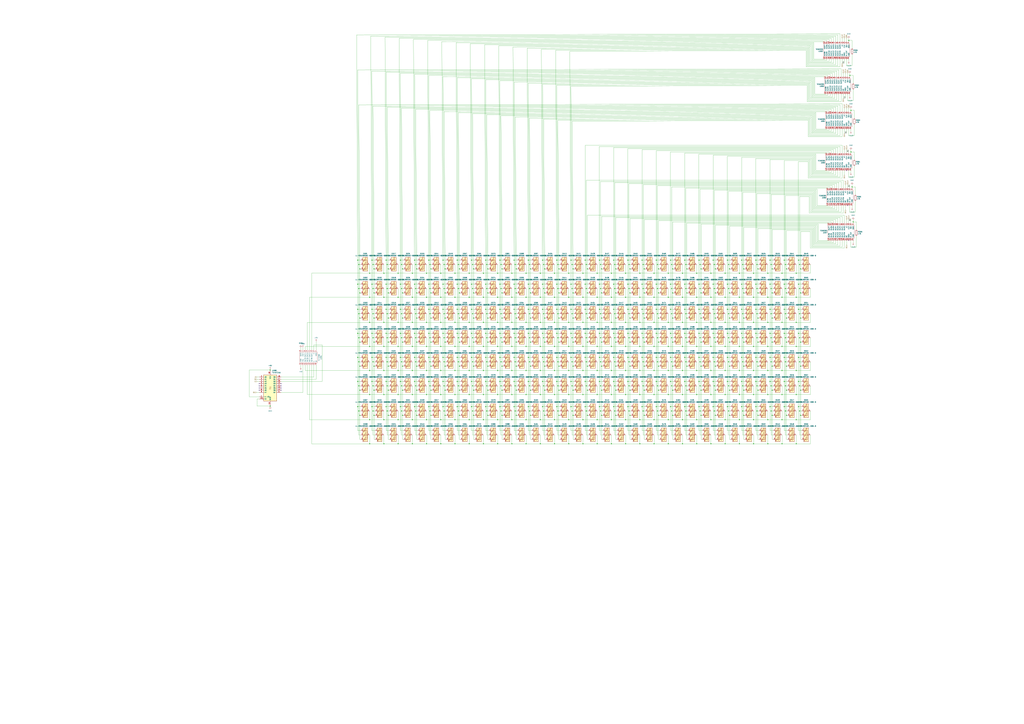
<source format=kicad_sch>
(kicad_sch (version 20230121) (generator eeschema)
  (paper "A0")
  (junction (at 528.32 317.5))
  (junction (at 814.07 425.45))
  (junction (at 779.78 448.31))
  (junction (at 697.23 307.34))
  (junction (at 924.56 374.65))
  (junction (at 748.03 453.39))
  (junction (at 561.34 374.65))
  (junction (at 845.82 335.28))
  (junction (at 877.57 472.44))
  (junction (at 742.95 345.44))
  (junction (at 599.44 482.6))
  (junction (at 478.79 374.65))
  (junction (at 515.62 307.34))
  (junction (at 764.54 425.45))
  (junction (at 614.68 392.43))
  (junction (at 598.17 392.43))
  (junction (at 680.72 448.31))
  (junction (at 929.64 369.57))
  (junction (at 566.42 340.36))
  (junction (at 466.09 335.28))
  (junction (at 514.35 387.35))
  (junction (at 599.44 340.36))
  (junction (at 648.97 453.39))
  (junction (at 896.62 482.6))
  (junction (at 911.86 307.34))
  (junction (at 417.83 425.45))
  (junction (at 861.06 330.2))
  (junction (at 726.44 515.62))
  (junction (at 844.55 302.26))
  (junction (at 896.62 340.36))
  (junction (at 698.5 312.42))
  (junction (at 629.92 359.41))
  (junction (at 896.62 397.51))
  (junction (at 580.39 387.35))
  (junction (at 417.83 369.57))
  (junction (at 829.31 477.52))
  (junction (at 812.8 307.34))
  (junction (at 483.87 312.42))
  (junction (at 467.36 425.45))
  (junction (at 647.7 392.43))
  (junction (at 549.91 453.39))
  (junction (at 431.8 330.2))
  (junction (at 627.38 430.53))
  (junction (at 648.97 482.6))
  (junction (at 895.35 420.37))
  (junction (at 709.93 317.5))
  (junction (at 844.55 415.29))
  (junction (at 910.59 472.44))
  (junction (at 913.13 397.51))
  (junction (at 863.6 340.36))
  (junction (at 566.42 482.6))
  (junction (at 762 415.29))
  (junction (at 598.17 307.34))
  (junction (at 599.44 369.57))
  (junction (at 499.11 420.37))
  (junction (at 416.56 364.49))
  (junction (at 448.31 359.41))
  (junction (at 795.02 415.29))
  (junction (at 924.56 487.68))
  (junction (at 858.52 374.65))
  (junction (at 763.27 448.31))
  (junction (at 910.59 443.23))
  (junction (at 582.93 369.57))
  (junction (at 629.92 472.44))
  (junction (at 647.7 307.34))
  (junction (at 796.29 307.34))
  (junction (at 924.56 515.62))
  (junction (at 415.29 472.44))
  (junction (at 797.56 397.51))
  (junction (at 792.48 487.68))
  (junction (at 830.58 340.36))
  (junction (at 481.33 302.26))
  (junction (at 548.64 448.31))
  (junction (at 929.64 340.36))
  (junction (at 565.15 448.31))
  (junction (at 464.82 415.29))
  (junction (at 863.6 453.39))
  (junction (at 561.34 430.53))
  (junction (at 847.09 340.36))
  (junction (at 615.95 482.6))
  (junction (at 693.42 374.65))
  (junction (at 858.52 430.53))
  (junction (at 660.4 317.5))
  (junction (at 544.83 458.47))
  (junction (at 544.83 345.44))
  (junction (at 792.48 430.53))
  (junction (at 565.15 420.37))
  (junction (at 643.89 487.68))
  (junction (at 891.54 515.62))
  (junction (at 629.92 387.35))
  (junction (at 927.1 415.29))
  (junction (at 797.56 482.6))
  (junction (at 742.95 317.5))
  (junction (at 745.49 302.26))
  (junction (at 863.6 482.6))
  (junction (at 445.77 430.53))
  (junction (at 615.95 312.42))
  (junction (at 746.76 335.28))
  (junction (at 449.58 448.31))
  (junction (at 924.56 458.47))
  (junction (at 712.47 443.23))
  (junction (at 516.89 482.6))
  (junction (at 648.97 312.42))
  (junction (at 715.01 453.39))
  (junction (at 676.91 458.47))
  (junction (at 596.9 330.2))
  (junction (at 582.93 482.6))
  (junction (at 514.35 330.2))
  (junction (at 547.37 387.35))
  (junction (at 515.62 364.49))
  (junction (at 629.92 302.26))
  (junction (at 792.48 317.5))
  (junction (at 416.56 420.37))
  (junction (at 598.17 420.37))
  (junction (at 500.38 397.51))
  (junction (at 532.13 448.31))
  (junction (at 858.52 487.68))
  (junction (at 632.46 453.39))
  (junction (at 731.52 425.45))
  (junction (at 847.09 397.51))
  (junction (at 680.72 392.43))
  (junction (at 891.54 317.5))
  (junction (at 985.52 46.99))
  (junction (at 434.34 453.39))
  (junction (at 514.35 415.29))
  (junction (at 532.13 477.52))
  (junction (at 613.41 415.29))
  (junction (at 549.91 369.57))
  (junction (at 698.5 482.6))
  (junction (at 908.05 515.62))
  (junction (at 482.6 477.52))
  (junction (at 842.01 317.5))
  (junction (at 929.64 425.45))
  (junction (at 433.07 477.52))
  (junction (at 660.4 487.68))
  (junction (at 924.56 345.44))
  (junction (at 908.05 374.65))
  (junction (at 594.36 515.62))
  (junction (at 596.9 472.44))
  (junction (at 548.64 364.49))
  (junction (at 497.84 359.41))
  (junction (at 709.93 430.53))
  (junction (at 759.46 345.44))
  (junction (at 742.95 515.62))
  (junction (at 830.58 453.39))
  (junction (at 746.76 392.43))
  (junction (at 693.42 317.5))
  (junction (at 731.52 397.51))
  (junction (at 448.31 443.23))
  (junction (at 627.38 515.62))
  (junction (at 746.76 420.37))
  (junction (at 580.39 472.44))
  (junction (at 596.9 387.35))
  (junction (at 478.79 345.44))
  (junction (at 467.36 397.51))
  (junction (at 445.77 345.44))
  (junction (at 313.69 429.895))
  (junction (at 698.5 340.36))
  (junction (at 698.5 425.45))
  (junction (at 858.52 345.44))
  (junction (at 415.29 443.23))
  (junction (at 417.83 312.42))
  (junction (at 894.08 443.23))
  (junction (at 693.42 345.44))
  (junction (at 500.38 453.39))
  (junction (at 646.43 387.35))
  (junction (at 730.25 448.31))
  (junction (at 910.59 359.41))
  (junction (at 695.96 443.23))
  (junction (at 763.27 392.43))
  (junction (at 417.83 397.51))
  (junction (at 415.29 302.26))
  (junction (at 829.31 392.43))
  (junction (at 467.36 482.6))
  (junction (at 580.39 330.2))
  (junction (at 693.42 430.53))
  (junction (at 825.5 374.65))
  (junction (at 478.79 458.47))
  (junction (at 664.21 477.52))
  (junction (at 665.48 397.51))
  (junction (at 478.79 515.62))
  (junction (at 648.97 369.57))
  (junction (at 896.62 369.57))
  (junction (at 615.95 340.36))
  (junction (at 913.13 482.6))
  (junction (at 797.56 453.39))
  (junction (at 467.36 312.42))
  (junction (at 763.27 364.49))
  (junction (at 676.91 515.62))
  (junction (at 466.09 364.49))
  (junction (at 681.99 397.51))
  (junction (at 792.48 458.47))
  (junction (at 577.85 345.44))
  (junction (at 565.15 364.49))
  (junction (at 878.84 420.37))
  (junction (at 842.01 458.47))
  (junction (at 627.38 487.68))
  (junction (at 565.15 477.52))
  (junction (at 449.58 477.52))
  (junction (at 598.17 364.49))
  (junction (at 828.04 472.44))
  (junction (at 844.55 472.44))
  (junction (at 748.03 397.51))
  (junction (at 988.06 176.53))
  (junction (at 812.8 364.49))
  (junction (at 563.88 415.29))
  (junction (at 434.34 397.51))
  (junction (at 448.31 415.29))
  (junction (at 514.35 302.26))
  (junction (at 896.62 312.42))
  (junction (at 580.39 359.41))
  (junction (at 416.56 448.31))
  (junction (at 632.46 312.42))
  (junction (at 547.37 330.2))
  (junction (at 495.3 402.59))
  (junction (at 627.38 458.47))
  (junction (at 679.45 302.26))
  (junction (at 464.82 359.41))
  (junction (at 599.44 453.39))
  (junction (at 478.79 402.59))
  (junction (at 845.82 307.34))
  (junction (at 781.05 425.45))
  (junction (at 665.48 312.42))
  (junction (at 449.58 364.49))
  (junction (at 582.93 397.51))
  (junction (at 665.48 340.36))
  (junction (at 544.83 402.59))
  (junction (at 415.29 415.29))
  (junction (at 713.74 307.34))
  (junction (at 643.89 402.59))
  (junction (at 483.87 340.36))
  (junction (at 781.05 453.39))
  (junction (at 662.94 415.29))
  (junction (at 825.5 515.62))
  (junction (at 499.11 477.52))
  (junction (at 913.13 340.36))
  (junction (at 713.74 364.49))
  (junction (at 894.08 302.26))
  (junction (at 861.06 302.26))
  (junction (at 450.85 369.57))
  (junction (at 466.09 420.37))
  (junction (at 814.07 453.39))
  (junction (at 825.5 430.53))
  (junction (at 449.58 392.43))
  (junction (at 910.59 415.29))
  (junction (at 842.01 430.53))
  (junction (at 730.25 420.37))
  (junction (at 845.82 448.31))
  (junction (at 499.11 364.49))
  (junction (at 712.47 330.2))
  (junction (at 862.33 477.52))
  (junction (at 499.11 307.34))
  (junction (at 449.58 420.37))
  (junction (at 778.51 359.41))
  (junction (at 615.95 369.57))
  (junction (at 580.39 443.23))
  (junction (at 530.86 443.23))
  (junction (at 927.1 387.35))
  (junction (at 709.93 458.47))
  (junction (at 779.78 364.49))
  (junction (at 829.31 364.49))
  (junction (at 660.4 515.62))
  (junction (at 563.88 443.23))
  (junction (at 516.89 397.51))
  (junction (at 495.3 345.44))
  (junction (at 680.72 307.34))
  (junction (at 416.56 392.43))
  (junction (at 548.64 307.34))
  (junction (at 662.94 387.35))
  (junction (at 894.08 359.41))
  (junction (at 664.21 420.37))
  (junction (at 796.29 477.52))
  (junction (at 580.39 415.29))
  (junction (at 709.93 515.62))
  (junction (at 431.8 443.23))
  (junction (at 462.28 487.68))
  (junction (at 515.62 448.31))
  (junction (at 679.45 359.41))
  (junction (at 842.01 402.59))
  (junction (at 662.94 472.44))
  (junction (at 462.28 374.65))
  (junction (at 814.07 340.36))
  (junction (at 697.23 335.28))
  (junction (at 416.56 307.34))
  (junction (at 797.56 369.57))
  (junction (at 445.77 515.62))
  (junction (at 614.68 364.49))
  (junction (at 450.85 312.42))
  (junction (at 726.44 458.47))
  (junction (at 895.35 392.43))
  (junction (at 594.36 458.47))
  (junction (at 829.31 307.34))
  (junction (at 877.57 387.35))
  (junction (at 911.86 420.37))
  (junction (at 632.46 482.6))
  (junction (at 764.54 482.6))
  (junction (at 643.89 515.62))
  (junction (at 448.31 387.35))
  (junction (at 660.4 345.44))
  (junction (at 858.52 515.62))
  (junction (at 481.33 359.41))
  (junction (at 795.02 387.35))
  (junction (at 929.64 482.6))
  (junction (at 434.34 369.57))
  (junction (at 676.91 374.65))
  (junction (at 745.49 415.29))
  (junction (at 433.07 335.28))
  (junction (at 891.54 374.65))
  (junction (at 528.32 430.53))
  (junction (at 845.82 477.52))
  (junction (at 762 387.35))
  (junction (at 812.8 335.28))
  (junction (at 742.95 487.68))
  (junction (at 797.56 425.45))
  (junction (at 680.72 335.28))
  (junction (at 478.79 430.53))
  (junction (at 830.58 482.6))
  (junction (at 830.58 397.51))
  (junction (at 577.85 430.53))
  (junction (at 466.09 392.43))
  (junction (at 713.74 335.28))
  (junction (at 693.42 402.59))
  (junction (at 847.09 312.42))
  (junction (at 894.08 387.35))
  (junction (at 417.83 340.36))
  (junction (at 878.84 335.28))
  (junction (at 514.35 359.41))
  (junction (at 812.8 477.52))
  (junction (at 417.83 482.6))
  (junction (at 858.52 402.59))
  (junction (at 679.45 443.23))
  (junction (at 662.94 443.23))
  (junction (at 779.78 392.43))
  (junction (at 613.41 359.41))
  (junction (at 631.19 477.52))
  (junction (at 581.66 364.49))
  (junction (at 548.64 335.28))
  (junction (at 483.87 425.45))
  (junction (at 482.6 335.28))
  (junction (at 728.98 359.41))
  (junction (at 528.32 458.47))
  (junction (at 647.7 364.49))
  (junction (at 762 330.2))
  (junction (at 445.77 374.65))
  (junction (at 676.91 317.5))
  (junction (at 549.91 312.42))
  (junction (at 450.85 340.36))
  (junction (at 778.51 415.29))
  (junction (at 695.96 387.35))
  (junction (at 795.02 443.23))
  (junction (at 808.99 515.62))
  (junction (at 481.33 330.2))
  (junction (at 913.13 453.39))
  (junction (at 643.89 317.5))
  (junction (at 778.51 472.44))
  (junction (at 648.97 397.51))
  (junction (at 764.54 453.39))
  (junction (at 516.89 312.42))
  (junction (at 429.26 515.62))
  (junction (at 648.97 425.45))
  (junction (at 745.49 443.23))
  (junction (at 566.42 397.51))
  (junction (at 728.98 302.26))
  (junction (at 561.34 345.44))
  (junction (at 629.92 330.2))
  (junction (at 431.8 415.29))
  (junction (at 762 472.44))
  (junction (at 880.11 340.36))
  (junction (at 726.44 317.5))
  (junction (at 808.99 458.47))
  (junction (at 814.07 482.6))
  (junction (at 748.03 312.42))
  (junction (at 514.35 472.44))
  (junction (at 880.11 425.45))
  (junction (at 764.54 340.36))
  (junction (at 911.86 392.43))
  (junction (at 596.9 359.41))
  (junction (at 533.4 397.51))
  (junction (at 549.91 397.51))
  (junction (at 844.55 359.41))
  (junction (at 532.13 392.43))
  (junction (at 814.07 369.57))
  (junction (at 795.02 472.44))
  (junction (at 596.9 443.23))
  (junction (at 880.11 397.51))
  (junction (at 713.74 392.43))
  (junction (at 759.46 317.5))
  (junction (at 781.05 482.6))
  (junction (at 875.03 458.47))
  (junction (at 662.94 302.26))
  (junction (at 830.58 425.45))
  (junction (at 497.84 302.26))
  (junction (at 499.11 335.28))
  (junction (at 514.35 443.23))
  (junction (at 433.07 364.49))
  (junction (at 482.6 448.31))
  (junction (at 779.78 307.34))
  (junction (at 842.01 515.62))
  (junction (at 762 359.41))
  (junction (at 880.11 482.6))
  (junction (at 615.95 425.45))
  (junction (at 891.54 402.59))
  (junction (at 878.84 448.31))
  (junction (at 693.42 458.47))
  (junction (at 627.38 345.44))
  (junction (at 693.42 515.62))
  (junction (at 665.48 453.39))
  (junction (at 577.85 374.65))
  (junction (at 825.5 402.59))
  (junction (at 681.99 340.36))
  (junction (at 730.25 335.28))
  (junction (at 828.04 387.35))
  (junction (at 516.89 425.45))
  (junction (at 445.77 487.68))
  (junction (at 549.91 425.45))
  (junction (at 748.03 369.57))
  (junction (at 497.84 443.23))
  (junction (at 778.51 330.2))
  (junction (at 844.55 387.35))
  (junction (at 796.29 392.43))
  (junction (at 681.99 482.6))
  (junction (at 548.64 420.37))
  (junction (at 614.68 448.31))
  (junction (at 429.26 430.53))
  (junction (at 861.06 359.41))
  (junction (at 811.53 415.29))
  (junction (at 763.27 477.52))
  (junction (at 759.46 515.62))
  (junction (at 533.4 482.6))
  (junction (at 779.78 477.52))
  (junction (at 577.85 487.68))
  (junction (at 515.62 420.37))
  (junction (at 464.82 387.35))
  (junction (at 615.95 453.39))
  (junction (at 825.5 317.5))
  (junction (at 511.81 430.53))
  (junction (at 895.35 335.28))
  (junction (at 759.46 458.47))
  (junction (at 481.33 415.29))
  (junction (at 842.01 487.68))
  (junction (at 547.37 415.29))
  (junction (at 861.06 387.35))
  (junction (at 429.26 402.59))
  (junction (at 924.56 430.53))
  (junction (at 313.69 471.805))
  (junction (at 910.59 387.35))
  (junction (at 581.66 307.34))
  (junction (at 775.97 317.5))
  (junction (at 697.23 477.52))
  (junction (at 695.96 330.2))
  (junction (at 895.35 477.52))
  (junction (at 577.85 317.5))
  (junction (at 745.49 359.41))
  (junction (at 631.19 392.43))
  (junction (at 511.81 515.62))
  (junction (at 712.47 415.29))
  (junction (at 511.81 317.5))
  (junction (at 929.64 312.42))
  (junction (at 466.09 448.31))
  (junction (at 712.47 359.41))
  (junction (at 845.82 392.43))
  (junction (at 910.59 330.2))
  (junction (at 516.89 369.57))
  (junction (at 795.02 302.26))
  (junction (at 610.87 487.68))
  (junction (at 483.87 453.39))
  (junction (at 877.57 443.23))
  (junction (at 792.48 515.62))
  (junction (at 681.99 425.45))
  (junction (at 598.17 477.52))
  (junction (at 875.03 374.65))
  (junction (at 796.29 448.31))
  (junction (at 643.89 345.44))
  (junction (at 448.31 302.26))
  (junction (at 532.13 420.37))
  (junction (at 547.37 443.23))
  (junction (at 495.3 317.5))
  (junction (at 808.99 345.44))
  (junction (at 775.97 458.47))
  (junction (at 748.03 425.45))
  (junction (at 632.46 397.51))
  (junction (at 478.79 487.68))
  (junction (at 847.09 425.45))
  (junction (at 811.53 359.41))
  (junction (at 662.94 359.41))
  (junction (at 664.21 335.28))
  (junction (at 712.47 472.44))
  (junction (at 828.04 443.23))
  (junction (at 877.57 359.41))
  (junction (at 563.88 302.26))
  (junction (at 464.82 302.26))
  (junction (at 495.3 374.65))
  (junction (at 730.25 477.52))
  (junction (at 511.81 402.59))
  (junction (at 742.95 374.65))
  (junction (at 563.88 387.35))
  (junction (at 829.31 448.31))
  (junction (at 863.6 369.57))
  (junction (at 599.44 425.45))
  (junction (at 929.64 453.39))
  (junction (at 515.62 477.52))
  (junction (at 745.49 472.44))
  (junction (at 581.66 477.52))
  (junction (at 748.03 482.6))
  (junction (at 847.09 482.6))
  (junction (at 533.4 453.39))
  (junction (at 861.06 472.44))
  (junction (at 547.37 359.41))
  (junction (at 664.21 307.34))
  (junction (at 894.08 472.44))
  (junction (at 742.95 430.53))
  (junction (at 467.36 453.39))
  (junction (at 434.34 482.6))
  (junction (at 875.03 317.5))
  (junction (at 695.96 415.29))
  (junction (at 646.43 443.23))
  (junction (at 858.52 317.5))
  (junction (at 862.33 335.28))
  (junction (at 862.33 364.49))
  (junction (at 845.82 364.49))
  (junction (at 825.5 345.44))
  (junction (at 415.29 330.2))
  (junction (at 610.87 345.44))
  (junction (at 582.93 453.39))
  (junction (at 599.44 312.42))
  (junction (at 544.83 487.68))
  (junction (at 561.34 402.59))
  (junction (at 532.13 307.34))
  (junction (at 811.53 443.23))
  (junction (at 775.97 374.65))
  (junction (at 828.04 302.26))
  (junction (at 481.33 443.23))
  (junction (at 665.48 369.57))
  (junction (at 697.23 364.49))
  (junction (at 878.84 477.52))
  (junction (at 762 443.23))
  (junction (at 875.03 430.53))
  (junction (at 664.21 392.43))
  (junction (at 911.86 335.28))
  (junction (at 697.23 448.31))
  (junction (at 580.39 302.26))
  (junction (at 665.48 482.6))
  (junction (at 728.98 330.2))
  (junction (at 450.85 425.45))
  (junction (at 913.13 425.45))
  (junction (at 497.84 330.2))
  (junction (at 433.07 420.37))
  (junction (at 613.41 472.44))
  (junction (at 730.25 392.43))
  (junction (at 561.34 487.68))
  (junction (at 646.43 472.44))
  (junction (at 577.85 402.59))
  (junction (at 863.6 425.45))
  (junction (at 631.19 364.49))
  (junction (at 660.4 374.65))
  (junction (at 896.62 425.45))
  (junction (at 792.48 402.59))
  (junction (at 533.4 312.42))
  (junction (at 563.88 359.41))
  (junction (at 762 302.26))
  (junction (at 582.93 312.42))
  (junction (at 894.08 330.2))
  (junction (at 464.82 443.23))
  (junction (at 680.72 477.52))
  (junction (at 812.8 392.43))
  (junction (at 415.29 387.35))
  (junction (at 532.13 364.49))
  (junction (at 665.48 425.45))
  (junction (at 745.49 330.2))
  (junction (at 499.11 448.31))
  (junction (at 462.28 515.62))
  (junction (at 726.44 430.53))
  (junction (at 565.15 307.34))
  (junction (at 913.13 369.57))
  (junction (at 927.1 443.23))
  (junction (at 610.87 402.59))
  (junction (at 778.51 443.23))
  (junction (at 511.81 458.47))
  (junction (at 516.89 453.39))
  (junction (at 746.76 448.31))
  (junction (at 808.99 402.59))
  (junction (at 631.19 420.37))
  (junction (at 646.43 359.41))
  (junction (at 679.45 415.29))
  (junction (at 927.1 302.26))
  (junction (at 928.37 335.28))
  (junction (at 989.33 217.17))
  (junction (at 990.6 257.81))
  (junction (at 530.86 472.44))
  (junction (at 880.11 369.57))
  (junction (at 680.72 364.49))
  (junction (at 693.42 487.68))
  (junction (at 613.41 387.35))
  (junction (at 577.85 458.47))
  (junction (at 808.99 374.65))
  (junction (at 861.06 443.23))
  (junction (at 445.77 402.59))
  (junction (at 610.87 458.47))
  (junction (at 877.57 302.26))
  (junction (at 627.38 317.5))
  (junction (at 862.33 392.43))
  (junction (at 614.68 335.28))
  (junction (at 497.84 472.44))
  (junction (at 847.09 453.39))
  (junction (at 697.23 392.43))
  (junction (at 894.08 415.29))
  (junction (at 433.07 448.31))
  (junction (at 728.98 387.35))
  (junction (at 530.86 302.26))
  (junction (at 582.93 425.45))
  (junction (at 462.28 345.44))
  (junction (at 631.19 335.28))
  (junction (at 610.87 374.65))
  (junction (at 497.84 415.29))
  (junction (at 495.3 487.68))
  (junction (at 759.46 430.53))
  (junction (at 565.15 335.28))
  (junction (at 709.93 402.59))
  (junction (at 417.83 453.39))
  (junction (at 464.82 472.44))
  (junction (at 431.8 359.41))
  (junction (at 808.99 487.68))
  (junction (at 908.05 345.44))
  (junction (at 495.3 515.62))
  (junction (at 680.72 420.37))
  (junction (at 746.76 307.34))
  (junction (at 814.07 312.42))
  (junction (at 697.23 420.37))
  (junction (at 563.88 472.44))
  (junction (at 715.01 340.36))
  (junction (at 896.62 453.39))
  (junction (at 924.56 317.5))
  (junction (at 730.25 307.34))
  (junction (at 615.95 397.51))
  (junction (at 811.53 330.2))
  (junction (at 715.01 425.45))
  (junction (at 828.04 359.41))
  (junction (at 811.53 472.44))
  (junction (at 467.36 369.57))
  (junction (at 643.89 458.47))
  (junction (at 878.84 307.34))
  (junction (at 478.79 317.5))
  (junction (at 511.81 374.65))
  (junction (at 629.92 443.23))
  (junction (at 596.9 302.26))
  (junction (at 594.36 430.53))
  (junction (at 566.42 312.42))
  (junction (at 908.05 402.59))
  (junction (at 614.68 477.52))
  (junction (at 544.83 430.53))
  (junction (at 646.43 330.2))
  (junction (at 434.34 312.42))
  (junction (at 647.7 335.28))
  (junction (at 829.31 420.37))
  (junction (at 528.32 515.62))
  (junction (at 594.36 487.68))
  (junction (at 875.03 402.59))
  (junction (at 632.46 369.57))
  (junction (at 731.52 312.42))
  (junction (at 812.8 420.37))
  (junction (at 581.66 420.37))
  (junction (at 450.85 397.51))
  (junction (at 875.03 515.62))
  (junction (at 660.4 430.53))
  (junction (at 877.57 330.2))
  (junction (at 676.91 487.68))
  (junction (at 594.36 317.5))
  (junction (at 910.59 302.26))
  (junction (at 726.44 402.59))
  (junction (at 713.74 420.37))
  (junction (at 875.03 345.44))
  (junction (at 928.37 364.49))
  (junction (at 445.77 317.5))
  (junction (at 547.37 472.44))
  (junction (at 825.5 487.68))
  (junction (at 429.26 345.44))
  (junction (at 728.98 443.23))
  (junction (at 429.26 458.47))
  (junction (at 928.37 477.52))
  (junction (at 779.78 335.28))
  (junction (at 676.91 430.53))
  (junction (at 763.27 335.28))
  (junction (at 681.99 369.57))
  (junction (at 709.93 487.68))
  (junction (at 814.07 397.51))
  (junction (at 500.38 482.6))
  (junction (at 891.54 430.53))
  (junction (at 495.3 458.47))
  (junction (at 466.09 477.52))
  (junction (at 695.96 359.41))
  (junction (at 581.66 448.31))
  (junction (at 594.36 345.44))
  (junction (at 643.89 430.53))
  (junction (at 842.01 345.44))
  (junction (at 643.89 374.65))
  (junction (at 764.54 369.57))
  (junction (at 763.27 420.37))
  (junction (at 646.43 415.29))
  (junction (at 548.64 392.43))
  (junction (at 742.95 458.47))
  (junction (at 759.46 374.65))
  (junction (at 681.99 312.42))
  (junction (at 429.26 487.68))
  (junction (at 778.51 387.35))
  (junction (at 462.28 458.47))
  (junction (at 759.46 402.59))
  (junction (at 862.33 448.31))
  (junction (at 448.31 472.44))
  (junction (at 715.01 369.57))
  (junction (at 482.6 364.49))
  (junction (at 431.8 302.26))
  (junction (at 594.36 374.65))
  (junction (at 878.84 392.43))
  (junction (at 681.99 453.39))
  (junction (at 533.4 425.45))
  (junction (at 795.02 330.2))
  (junction (at 462.28 317.5))
  (junction (at 908.05 487.68))
  (junction (at 811.53 302.26))
  (junction (at 544.83 374.65))
  (junction (at 610.87 317.5))
  (junction (at 797.56 312.42))
  (junction (at 462.28 402.59))
  (junction (at 483.87 369.57))
  (junction (at 566.42 453.39))
  (junction (at 988.06 128.27))
  (junction (at 433.07 307.34))
  (junction (at 908.05 458.47))
  (junction (at 596.9 415.29))
  (junction (at 811.53 387.35))
  (junction (at 515.62 392.43))
  (junction (at 877.57 415.29))
  (junction (at 431.8 387.35))
  (junction (at 528.32 345.44))
  (junction (at 483.87 482.6))
  (junction (at 911.86 477.52))
  (junction (at 495.3 430.53))
  (junction (at 731.52 453.39))
  (junction (at 647.7 448.31))
  (junction (at 726.44 345.44))
  (junction (at 715.01 482.6))
  (junction (at 481.33 472.44))
  (junction (at 745.49 387.35))
  (junction (at 500.38 312.42))
  (junction (at 533.4 340.36))
  (junction (at 464.82 330.2))
  (junction (at 599.44 397.51))
  (junction (at 544.83 317.5))
  (junction (at 927.1 472.44))
  (junction (at 660.4 458.47))
  (junction (at 795.02 359.41))
  (junction (at 664.21 364.49))
  (junction (at 796.29 335.28))
  (junction (at 433.07 392.43))
  (junction (at 796.29 420.37))
  (junction (at 598.17 335.28))
  (junction (at 730.25 364.49))
  (junction (at 858.52 458.47))
  (junction (at 528.32 402.59))
  (junction (at 566.42 425.45))
  (junction (at 863.6 312.42))
  (junction (at 679.45 387.35))
  (junction (at 895.35 448.31))
  (junction (at 528.32 487.68))
  (junction (at 614.68 307.34))
  (junction (at 614.68 420.37))
  (junction (at 895.35 307.34))
  (junction (at 891.54 487.68))
  (junction (at 676.91 402.59))
  (junction (at 844.55 330.2))
  (junction (at 875.03 487.68))
  (junction (at 880.11 453.39))
  (junction (at 613.41 443.23))
  (junction (at 679.45 330.2))
  (junction (at 829.31 335.28))
  (junction (at 466.09 307.34))
  (junction (at 530.86 415.29))
  (junction (at 631.19 448.31))
  (junction (at 709.93 345.44))
  (junction (at 928.37 392.43))
  (junction (at 532.13 335.28))
  (junction (at 764.54 312.42))
  (junction (at 548.64 477.52))
  (junction (at 449.58 307.34))
  (junction (at 647.7 420.37))
  (junction (at 450.85 453.39))
  (junction (at 449.58 335.28))
  (junction (at 731.52 482.6))
  (junction (at 728.98 472.44))
  (junction (at 581.66 335.28))
  (junction (at 695.96 472.44))
  (junction (at 698.5 453.39))
  (junction (at 748.03 340.36))
  (junction (at 462.28 430.53))
  (junction (at 712.47 387.35))
  (junction (at 924.56 402.59))
  (junction (at 746.76 477.52))
  (junction (at 880.11 312.42))
  (junction (at 660.4 402.59))
  (junction (at 715.01 397.51))
  (junction (at 778.51 302.26))
  (junction (at 482.6 392.43))
  (junction (at 467.36 340.36))
  (junction (at 698.5 397.51))
  (junction (at 781.05 397.51))
  (junction (at 627.38 374.65))
  (junction (at 844.55 443.23))
  (junction (at 709.93 374.65))
  (junction (at 679.45 472.44))
  (junction (at 797.56 340.36))
  (junction (at 715.01 312.42))
  (junction (at 830.58 312.42))
  (junction (at 549.91 340.36))
  (junction (at 742.95 402.59))
  (junction (at 812.8 448.31))
  (junction (at 808.99 430.53))
  (junction (at 561.34 458.47))
  (junction (at 928.37 420.37))
  (junction (at 928.37 448.31))
  (junction (at 862.33 307.34))
  (junction (at 511.81 487.68))
  (junction (at 500.38 369.57))
  (junction (at 499.11 392.43))
  (junction (at 613.41 330.2))
  (junction (at 828.04 330.2))
  (junction (at 908.05 430.53))
  (junction (at 792.48 345.44))
  (junction (at 726.44 374.65))
  (junction (at 775.97 430.53))
  (junction (at 792.48 374.65))
  (junction (at 927.1 359.41))
  (junction (at 627.38 402.59))
  (junction (at 482.6 420.37))
  (junction (at 728.98 415.29))
  (junction (at 891.54 458.47))
  (junction (at 581.66 392.43))
  (junction (at 781.05 312.42))
  (junction (at 500.38 340.36))
  (junction (at 533.4 369.57))
  (junction (at 775.97 487.68))
  (junction (at 646.43 302.26))
  (junction (at 878.84 364.49))
  (junction (at 629.92 415.29))
  (junction (at 908.05 317.5))
  (junction (at 511.81 345.44))
  (junction (at 530.86 330.2))
  (junction (at 830.58 369.57))
  (junction (at 434.34 340.36))
  (junction (at 482.6 307.34))
  (junction (at 775.97 402.59))
  (junction (at 808.99 317.5))
  (junction (at 825.5 458.47))
  (junction (at 530.86 387.35))
  (junction (at 561.34 317.5))
  (junction (at 481.33 387.35))
  (junction (at 610.87 515.62))
  (junction (at 631.19 307.34))
  (junction (at 731.52 369.57))
  (junction (at 648.97 340.36))
  (junction (at 515.62 335.28))
  (junction (at 565.15 392.43))
  (junction (at 632.46 340.36))
  (junction (at 632.46 425.45))
  (junction (at 746.76 364.49))
  (junction (at 759.46 487.68))
  (junction (at 781.05 369.57))
  (junction (at 847.09 369.57))
  (junction (at 594.36 402.59))
  (junction (at 731.52 340.36))
  (junction (at 695.96 302.26))
  (junction (at 895.35 364.49))
  (junction (at 647.7 477.52))
  (junction (at 775.97 345.44))
  (junction (at 779.78 420.37))
  (junction (at 662.94 330.2))
  (junction (at 530.86 359.41))
  (junction (at 445.77 458.47))
  (junction (at 928.37 307.34))
  (junction (at 416.56 335.28))
  (junction (at 566.42 369.57))
  (junction (at 927.1 330.2))
  (junction (at 763.27 307.34))
  (junction (at 497.84 387.35))
  (junction (at 862.33 420.37))
  (junction (at 828.04 415.29))
  (junction (at 450.85 482.6))
  (junction (at 547.37 302.26))
  (junction (at 796.29 364.49))
  (junction (at 483.87 397.51))
  (junction (at 610.87 430.53))
  (junction (at 891.54 345.44))
  (junction (at 911.86 448.31))
  (junction (at 913.13 312.42))
  (junction (at 561.34 515.62))
  (junction (at 698.5 369.57))
  (junction (at 416.56 477.52))
  (junction (at 713.74 448.31))
  (junction (at 842.01 374.65))
  (junction (at 775.97 515.62))
  (junction (at 911.86 364.49))
  (junction (at 448.31 330.2))
  (junction (at 500.38 425.45))
  (junction (at 986.79 87.63))
  (junction (at 845.82 420.37))
  (junction (at 429.26 374.65))
  (junction (at 516.89 340.36))
  (junction (at 764.54 397.51))
  (junction (at 582.93 340.36))
  (junction (at 415.29 359.41))
  (junction (at 577.85 515.62))
  (junction (at 598.17 448.31))
  (junction (at 929.64 397.51))
  (junction (at 429.26 317.5))
  (junction (at 613.41 302.26))
  (junction (at 528.32 374.65))
  (junction (at 863.6 397.51))
  (junction (at 781.05 340.36))
  (junction (at 713.74 477.52))
  (junction (at 726.44 487.68))
  (junction (at 544.83 515.62))
  (junction (at 712.47 302.26))
  (junction (at 563.88 330.2))
  (junction (at 549.91 482.6))
  (junction (at 861.06 415.29))
  (junction (at 431.8 472.44))
  (junction (at 664.21 448.31))
  (junction (at 434.34 425.45))
  (junction (at 676.91 345.44))
  (no_connect (at 326.39 453.39))
  (no_connect (at 326.39 450.85))
  (no_connect (at 300.99 448.31))
  (no_connect (at 326.39 448.31))
  (no_connect (at 982.98 198.12))
  (no_connect (at 300.99 453.39))
  (no_connect (at 300.99 445.77))
  (no_connect (at 985.52 279.4))
  (no_connect (at 300.99 450.85))
  (no_connect (at 326.39 445.77))
  (no_connect (at 984.25 238.76))
  (wire (pts (xy 975.36 177.8) (xy 975.36 170.18)))
  (wire (pts (xy 499.11 505.46) (xy 501.65 505.46)))
  (wire (pts (xy 598.17 392.43) (xy 598.17 420.37)))
  (wire (pts (xy 908.05 374.65) (xy 924.56 374.65)))
  (wire (pts (xy 848.36 397.51) (xy 847.09 397.51)))
  (wire (pts (xy 693.42 420.37) (xy 693.42 430.53)))
  (wire (pts (xy 911.86 448.31) (xy 911.86 477.52)))
  (wire (pts (xy 924.56 364.49) (xy 924.56 374.65)))
  (wire (pts (xy 514.35 472.44) (xy 514.35 500.38)))
  (wire (pts (xy 551.18 443.23) (xy 547.37 443.23)))
  (wire (pts (xy 629.92 330.2) (xy 629.92 359.41)))
  (wire (pts (xy 449.58 477.52) (xy 449.58 505.46)))
  (wire (pts (xy 364.49 438.15) (xy 326.39 438.15)))
  (wire (pts (xy 596.9 443.23) (xy 596.9 472.44)))
  (wire (pts (xy 864.87 472.44) (xy 861.06 472.44)))
  (wire (pts (xy 448.31 83.82) (xy 449.58 307.34)))
  (wire (pts (xy 551.18 387.35) (xy 547.37 387.35)))
  (wire (pts (xy 764.54 453.39) (xy 764.54 482.6)))
  (wire (pts (xy 478.79 402.59) (xy 495.3 402.59)))
  (wire (pts (xy 759.46 505.46) (xy 759.46 515.62)))
  (wire (pts (xy 732.79 312.42) (xy 731.52 312.42)))
  (wire (pts (xy 944.88 91.44) (xy 563.88 92.71)))
  (wire (pts (xy 965.2 257.81) (xy 781.05 257.81)))
  (wire (pts (xy 462.28 374.65) (xy 478.79 374.65)))
  (wire (pts (xy 965.2 129.54) (xy 965.2 127)))
  (wire (pts (xy 530.86 443.23) (xy 530.86 472.44)))
  (wire (pts (xy 515.62 505.46) (xy 518.16 505.46)))
  (wire (pts (xy 515.62 335.28) (xy 515.62 364.49)))
  (wire (pts (xy 937.26 76.2) (xy 937.26 57.15)))
  (wire (pts (xy 614.68 505.46) (xy 617.22 505.46)))
  (wire (pts (xy 966.47 109.22) (xy 966.47 113.03)))
  (wire (pts (xy 842.01 345.44) (xy 858.52 345.44)))
  (wire (pts (xy 528.32 317.5) (xy 544.83 317.5)))
  (wire (pts (xy 845.82 307.34) (xy 845.82 335.28)))
  (wire (pts (xy 297.815 455.93) (xy 300.99 455.93)))
  (wire (pts (xy 713.74 212.09) (xy 713.74 307.34)))
  (wire (pts (xy 988.06 125.73) (xy 988.06 128.27)))
  (wire (pts (xy 775.97 458.47) (xy 792.48 458.47)))
  (wire (pts (xy 730.25 335.28) (xy 730.25 364.49)))
  (wire (pts (xy 858.52 402.59) (xy 875.03 402.59)))
  (wire (pts (xy 534.67 472.44) (xy 530.86 472.44)))
  (wire (pts (xy 610.87 458.47) (xy 627.38 458.47)))
  (wire (pts (xy 775.97 345.44) (xy 792.48 345.44)))
  (wire (pts (xy 665.48 482.6) (xy 665.48 510.54)))
  (wire (pts (xy 984.25 85.09) (xy 984.25 88.9)))
  (wire (pts (xy 796.29 364.49) (xy 796.29 392.43)))
  (wire (pts (xy 633.73 340.36) (xy 632.46 340.36)))
  (wire (pts (xy 831.85 448.31) (xy 829.31 448.31)))
  (wire (pts (xy 880.11 312.42) (xy 880.11 340.36)))
  (wire (pts (xy 528.32 335.28) (xy 528.32 345.44)))
  (wire (pts (xy 709.93 402.59) (xy 726.44 402.59)))
  (wire (pts (xy 547.37 302.26) (xy 547.37 330.2)))
  (wire (pts (xy 435.61 364.49) (xy 433.07 364.49)))
  (wire (pts (xy 549.91 397.51) (xy 549.91 425.45)))
  (wire (pts (xy 501.65 302.26) (xy 497.84 302.26)))
  (wire (pts (xy 666.75 397.51) (xy 665.48 397.51)))
  (wire (pts (xy 466.09 420.37) (xy 466.09 448.31)))
  (wire (pts (xy 713.74 448.31) (xy 713.74 477.52)))
  (wire (pts (xy 679.45 302.26) (xy 679.45 330.2)))
  (wire (pts (xy 969.01 109.22) (xy 969.01 114.3)))
  (wire (pts (xy 501.65 312.42) (xy 500.38 312.42)))
  (wire (pts (xy 858.52 448.31) (xy 858.52 458.47)))
  (wire (pts (xy 551.18 302.26) (xy 547.37 302.26)))
  (wire (pts (xy 448.31 302.26) (xy 448.31 330.2)))
  (wire (pts (xy 716.28 425.45) (xy 715.01 425.45)))
  (wire (pts (xy 693.42 392.43) (xy 693.42 402.59)))
  (wire (pts (xy 828.04 415.29) (xy 828.04 443.23)))
  (wire (pts (xy 483.87 510.54) (xy 485.14 510.54)))
  (wire (pts (xy 748.03 453.39) (xy 748.03 482.6)))
  (wire (pts (xy 518.16 387.35) (xy 514.35 387.35)))
  (wire (pts (xy 962.66 279.4) (xy 949.96 279.4)))
  (wire (pts (xy 514.35 500.38) (xy 518.16 500.38)))
  (wire (pts (xy 468.63 335.28) (xy 466.09 335.28)))
  (wire (pts (xy 728.98 172.72) (xy 728.98 302.26)))
  (wire (pts (xy 467.36 312.42) (xy 467.36 340.36)))
  (wire (pts (xy 633.73 472.44) (xy 629.92 472.44)))
  (wire (pts (xy 924.56 345.44) (xy 941.07 345.44)))
  (wire (pts (xy 910.59 387.35) (xy 910.59 415.29)))
  (wire (pts (xy 712.47 387.35) (xy 712.47 415.29)))
  (wire (pts (xy 466.09 307.34) (xy 466.09 335.28)))
  (wire (pts (xy 468.63 425.45) (xy 467.36 425.45)))
  (wire (pts (xy 944.88 133.35) (xy 581.66 134.62)))
  (wire (pts (xy 617.22 307.34) (xy 614.68 307.34)))
  (wire (pts (xy 699.77 415.29) (xy 695.96 415.29)))
  (wire (pts (xy 975.36 279.4) (xy 975.36 285.75)))
  (wire (pts (xy 980.44 44.45) (xy 980.44 48.26)))
  (wire (pts (xy 742.95 345.44) (xy 759.46 345.44)))
  (wire (pts (xy 829.31 420.37) (xy 829.31 448.31)))
  (wire (pts (xy 468.63 453.39) (xy 467.36 453.39)))
  (wire (pts (xy 693.42 487.68) (xy 709.93 487.68)))
  (wire (pts (xy 693.42 374.65) (xy 709.93 374.65)))
  (wire (pts (xy 894.08 472.44) (xy 894.08 500.38)))
  (wire (pts (xy 927.1 443.23) (xy 927.1 472.44)))
  (wire (pts (xy 643.89 392.43) (xy 643.89 402.59)))
  (wire (pts (xy 842.01 364.49) (xy 842.01 374.65)))
  (wire (pts (xy 808.99 392.43) (xy 808.99 402.59)))
  (wire (pts (xy 759.46 515.62) (xy 775.97 515.62)))
  (wire (pts (xy 716.28 369.57) (xy 715.01 369.57)))
  (wire (pts (xy 699.77 312.42) (xy 698.5 312.42)))
  (wire (pts (xy 914.4 472.44) (xy 910.59 472.44)))
  (wire (pts (xy 666.75 425.45) (xy 665.48 425.45)))
  (wire (pts (xy 765.81 392.43) (xy 763.27 392.43)))
  (wire (pts (xy 975.36 157.48) (xy 939.8 157.48)))
  (wire (pts (xy 695.96 359.41) (xy 695.96 387.35)))
  (wire (pts (xy 445.77 317.5) (xy 462.28 317.5)))
  (wire (pts (xy 796.29 218.44) (xy 796.29 307.34)))
  (wire (pts (xy 762 472.44) (xy 762 500.38)))
  (wire (pts (xy 796.29 448.31) (xy 796.29 477.52)))
  (wire (pts (xy 745.49 415.29) (xy 745.49 443.23)))
  (wire (pts (xy 812.8 477.52) (xy 812.8 505.46)))
  (wire (pts (xy 561.34 317.5) (xy 577.85 317.5)))
  (wire (pts (xy 716.28 312.42) (xy 715.01 312.42)))
  (wire (pts (xy 924.56 392.43) (xy 924.56 402.59)))
  (wire (pts (xy 742.95 335.28) (xy 742.95 345.44)))
  (wire (pts (xy 715.01 397.51) (xy 715.01 425.45)))
  (wire (pts (xy 742.95 392.43) (xy 742.95 402.59)))
  (wire (pts (xy 361.95 515.62) (xy 361.95 424.18)))
  (wire (pts (xy 970.28 279.4) (xy 970.28 283.21)))
  (wire (pts (xy 478.79 448.31) (xy 478.79 458.47)))
  (wire (pts (xy 448.31 500.38) (xy 452.12 500.38)))
  (wire (pts (xy 547.37 500.38) (xy 551.18 500.38)))
  (wire (pts (xy 695.96 387.35) (xy 695.96 415.29)))
  (wire (pts (xy 709.93 317.5) (xy 726.44 317.5)))
  (wire (pts (xy 972.82 129.54) (xy 972.82 123.19)))
  (wire (pts (xy 966.47 215.9) (xy 763.27 215.9)))
  (wire (pts (xy 468.63 369.57) (xy 467.36 369.57)))
  (wire (pts (xy 732.79 364.49) (xy 730.25 364.49)))
  (wire (pts (xy 495.3 420.37) (xy 495.3 430.53)))
  (wire (pts (xy 632.46 453.39) (xy 632.46 482.6)))
  (wire (pts (xy 842.01 487.68) (xy 858.52 487.68)))
  (wire (pts (xy 910.59 415.29) (xy 910.59 443.23)))
  (wire (pts (xy 419.1 359.41) (xy 415.29 359.41)))
  (wire (pts (xy 965.2 175.26) (xy 762 175.26)))
  (wire (pts (xy 829.31 307.34) (xy 829.31 335.28)))
  (wire (pts (xy 943.61 201.93) (xy 943.61 182.88)))
  (wire (pts (xy 514.35 359.41) (xy 514.35 387.35)))
  (wire (pts (xy 897.89 392.43) (xy 895.35 392.43)))
  (wire (pts (xy 627.38 335.28) (xy 627.38 345.44)))
  (wire (pts (xy 534.67 415.29) (xy 530.86 415.29)))
  (wire (pts (xy 361.95 317.5) (xy 361.95 406.4)))
  (wire (pts (xy 660.4 364.49) (xy 660.4 374.65)))
  (wire (pts (xy 980.44 250.19) (xy 681.99 250.19)))
  (wire (pts (xy 547.37 443.23) (xy 547.37 472.44)))
  (wire (pts (xy 929.64 369.57) (xy 929.64 397.51)))
  (wire (pts (xy 615.95 425.45) (xy 615.95 453.39)))
  (wire (pts (xy 561.34 477.52) (xy 561.34 487.68)))
  (wire (pts (xy 617.22 335.28) (xy 614.68 335.28)))
  (wire (pts (xy 650.24 340.36) (xy 648.97 340.36)))
  (wire (pts (xy 709.93 345.44) (xy 726.44 345.44)))
  (wire (pts (xy 567.69 307.34) (xy 565.15 307.34)))
  (wire (pts (xy 914.4 312.42) (xy 913.13 312.42)))
  (wire (pts (xy 600.71 415.29) (xy 596.9 415.29)))
  (wire (pts (xy 759.46 345.44) (xy 775.97 345.44)))
  (wire (pts (xy 914.4 477.52) (xy 911.86 477.52)))
  (wire (pts (xy 614.68 420.37) (xy 614.68 448.31)))
  (wire (pts (xy 699.77 387.35) (xy 695.96 387.35)))
  (wire (pts (xy 485.14 335.28) (xy 482.6 335.28)))
  (wire (pts (xy 468.63 397.51) (xy 467.36 397.51)))
  (wire (pts (xy 812.8 335.28) (xy 812.8 364.49)))
  (wire (pts (xy 429.26 448.31) (xy 429.26 458.47)))
  (wire (pts (xy 485.14 397.51) (xy 483.87 397.51)))
  (wire (pts (xy 924.56 317.5) (xy 941.07 317.5)))
  (wire (pts (xy 697.23 420.37) (xy 697.23 448.31)))
  (wire (pts (xy 811.53 179.07) (xy 811.53 302.26)))
  (wire (pts (xy 749.3 443.23) (xy 745.49 443.23)))
  (wire (pts (xy 610.87 477.52) (xy 610.87 487.68)))
  (wire (pts (xy 313.69 429.895) (xy 313.69 430.53)))
  (wire (pts (xy 516.89 397.51) (xy 516.89 425.45)))
  (wire (pts (xy 963.93 218.44) (xy 963.93 217.17)))
  (wire (pts (xy 762 359.41) (xy 762 387.35)))
  (wire (pts (xy 613.41 415.29) (xy 613.41 443.23)))
  (wire (pts (xy 811.53 472.44) (xy 811.53 500.38)))
  (wire (pts (xy 683.26 364.49) (xy 680.72 364.49)))
  (wire (pts (xy 617.22 312.42) (xy 615.95 312.42)))
  (wire (pts (xy 434.34 510.54) (xy 435.61 510.54)))
  (wire (pts (xy 988.06 128.27) (xy 988.06 129.54)))
  (wire (pts (xy 778.51 302.26) (xy 778.51 330.2)))
  (wire (pts (xy 814.07 510.54) (xy 815.34 510.54)))
  (wire (pts (xy 530.86 330.2) (xy 530.86 359.41)))
  (wire (pts (xy 775.97 317.5) (xy 792.48 317.5)))
  (wire (pts (xy 662.94 415.29) (xy 662.94 443.23)))
  (wire (pts (xy 831.85 340.36) (xy 830.58 340.36)))
  (wire (pts (xy 665.48 340.36) (xy 665.48 369.57)))
  (wire (pts (xy 709.93 307.34) (xy 709.93 317.5)))
  (wire (pts (xy 627.38 374.65) (xy 643.89 374.65)))
  (wire (pts (xy 943.61 243.84) (xy 943.61 224.79)))
  (wire (pts (xy 683.26 472.44) (xy 679.45 472.44)))
  (wire (pts (xy 462.28 515.62) (xy 478.79 515.62)))
  (wire (pts (xy 732.79 330.2) (xy 728.98 330.2)))
  (wire (pts (xy 848.36 330.2) (xy 844.55 330.2)))
  (wire (pts (xy 417.83 369.57) (xy 417.83 397.51)))
  (wire (pts (xy 815.34 369.57) (xy 814.07 369.57)))
  (wire (pts (xy 815.34 307.34) (xy 812.8 307.34)))
  (wire (pts (xy 891.54 458.47) (xy 908.05 458.47)))
  (wire (pts (xy 829.31 220.98) (xy 829.31 307.34)))
  (wire (pts (xy 984.25 116.84) (xy 990.6 116.84)))
  (wire (pts (xy 580.39 443.23) (xy 580.39 472.44)))
  (wire (pts (xy 464.82 472.44) (xy 464.82 500.38)))
  (wire (pts (xy 679.45 330.2) (xy 679.45 359.41)))
  (wire (pts (xy 726.44 392.43) (xy 726.44 402.59)))
  (wire (pts (xy 633.73 359.41) (xy 629.92 359.41)))
  (wire (pts (xy 650.24 472.44) (xy 646.43 472.44)))
  (wire (pts (xy 880.11 265.43) (xy 880.11 312.42)))
  (wire (pts (xy 548.64 477.52) (xy 548.64 505.46)))
  (wire (pts (xy 683.26 443.23) (xy 679.45 443.23)))
  (wire (pts (xy 938.53 55.88) (xy 628.65 57.15)))
  (wire (pts (xy 518.16 472.44) (xy 514.35 472.44)))
  (wire (pts (xy 599.44 397.51) (xy 599.44 425.45)))
  (wire (pts (xy 792.48 317.5) (xy 808.99 317.5)))
  (wire (pts (xy 943.61 266.7) (xy 896.62 266.7)))
  (wire (pts (xy 878.84 335.28) (xy 878.84 364.49)))
  (wire (pts (xy 848.36 307.34) (xy 845.82 307.34)))
  (wire (pts (xy 582.93 397.51) (xy 582.93 425.45)))
  (wire (pts (xy 942.34 267.97) (xy 913.13 267.97)))
  (wire (pts (xy 544.83 335.28) (xy 544.83 345.44)))
  (wire (pts (xy 643.89 345.44) (xy 660.4 345.44)))
  (wire (pts (xy 551.18 330.2) (xy 547.37 330.2)))
  (wire (pts (xy 435.61 330.2) (xy 431.8 330.2)))
  (wire (pts (xy 429.26 505.46) (xy 429.26 515.62)))
  (wire (pts (xy 452.12 364.49) (xy 449.58 364.49)))
  (wire (pts (xy 911.86 364.49) (xy 911.86 392.43)))
  (wire (pts (xy 792.48 458.47) (xy 808.99 458.47)))
  (wire (pts (xy 881.38 387.35) (xy 877.57 387.35)))
  (wire (pts (xy 792.48 505.46) (xy 792.48 515.62)))
  (wire (pts (xy 534.67 364.49) (xy 532.13 364.49)))
  (wire (pts (xy 815.34 425.45) (xy 814.07 425.45)))
  (wire (pts (xy 617.22 472.44) (xy 613.41 472.44)))
  (wire (pts (xy 808.99 505.46) (xy 808.99 515.62)))
  (wire (pts (xy 681.99 369.57) (xy 681.99 397.51)))
  (wire (pts (xy 697.23 307.34) (xy 697.23 335.28)))
  (wire (pts (xy 584.2 448.31) (xy 581.66 448.31)))
  (wire (pts (xy 680.72 307.34) (xy 680.72 335.28)))
  (wire (pts (xy 664.21 477.52) (xy 664.21 505.46)))
  (wire (pts (xy 544.83 448.31) (xy 544.83 458.47)))
  (wire (pts (xy 779.78 364.49) (xy 779.78 392.43)))
  (wire (pts (xy 829.31 364.49) (xy 829.31 392.43)))
  (wire (pts (xy 561.34 307.34) (xy 561.34 317.5)))
  (wire (pts (xy 356.87 374.65) (xy 429.26 374.65)))
  (wire (pts (xy 825.5 345.44) (xy 842.01 345.44)))
  (wire (pts (xy 367.03 440.69) (xy 326.39 440.69)))
  (wire (pts (xy 462.28 335.28) (xy 462.28 345.44)))
  (wire (pts (xy 798.83 312.42) (xy 797.56 312.42)))
  (wire (pts (xy 989.33 241.3) (xy 989.33 238.76)))
  (wire (pts (xy 812.8 307.34) (xy 812.8 335.28)))
  (wire (pts (xy 480.06 45.72) (xy 481.33 302.26)))
  (wire (pts (xy 356.87 458.47) (xy 356.87 424.18)))
  (wire (pts (xy 518.16 302.26) (xy 514.35 302.26)))
  (wire (pts (xy 798.83 420.37) (xy 796.29 420.37)))
  (wire (pts (xy 676.91 487.68) (xy 693.42 487.68)))
  (wire (pts (xy 497.84 415.29) (xy 497.84 443.23)))
  (wire (pts (xy 577.85 374.65) (xy 594.36 374.65)))
  (wire (pts (xy 716.28 307.34) (xy 713.74 307.34)))
  (wire (pts (xy 419.1 397.51) (xy 417.83 397.51)))
  (wire (pts (xy 975.36 259.08) (xy 975.36 252.73)))
  (wire (pts (xy 650.24 302.26) (xy 646.43 302.26)))
  (wire (pts (xy 941.07 95.25) (xy 613.41 96.52)))
  (wire (pts (xy 629.92 302.26) (xy 629.92 330.2)))
  (wire (pts (xy 715.01 252.73) (xy 715.01 312.42)))
  (wire (pts (xy 633.73 302.26) (xy 629.92 302.26)))
  (wire (pts (xy 864.87 369.57) (xy 863.6 369.57)))
  (wire (pts (xy 914.4 302.26) (xy 910.59 302.26)))
  (wire (pts (xy 970.28 172.72) (xy 728.98 172.72)))
  (wire (pts (xy 514.35 443.23) (xy 514.35 472.44)))
  (wire (pts (xy 972.82 254) (xy 731.52 254)))
  (wire (pts (xy 977.9 129.54) (xy 977.9 120.65)))
  (wire (pts (xy 610.87 374.65) (xy 627.38 374.65)))
  (wire (pts (xy 712.47 415.29) (xy 712.47 443.23)))
  (wire (pts (xy 598.17 420.37) (xy 598.17 448.31)))
  (wire (pts (xy 313.69 429.26) (xy 313.69 429.895)))
  (wire (pts (xy 466.09 505.46) (xy 468.63 505.46)))
  (wire (pts (xy 928.37 392.43) (xy 928.37 420.37)))
  (wire (pts (xy 897.89 397.51) (xy 896.62 397.51)))
  (wire (pts (xy 716.28 448.31) (xy 713.74 448.31)))
  (wire (pts (xy 797.56 397.51) (xy 797.56 425.45)))
  (wire (pts (xy 967.74 129.54) (xy 967.74 125.73)))
  (wire (pts (xy 764.54 340.36) (xy 764.54 369.57)))
  (wire (pts (xy 676.91 420.37) (xy 676.91 430.53)))
  (wire (pts (xy 966.47 88.9) (xy 966.47 85.09)))
  (wire (pts (xy 660.4 402.59) (xy 676.91 402.59)))
  (wire (pts (xy 445.77 487.68) (xy 462.28 487.68)))
  (wire (pts (xy 941.07 53.34) (xy 595.63 54.61)))
  (wire (pts (xy 452.12 482.6) (xy 450.85 482.6)))
  (wire (pts (xy 858.52 317.5) (xy 875.03 317.5)))
  (wire (pts (xy 762 175.26) (xy 762 302.26)))
  (wire (pts (xy 534.67 387.35) (xy 530.86 387.35)))
  (wire (pts (xy 596.9 415.29) (xy 596.9 443.23)))
  (wire (pts (xy 831.85 420.37) (xy 829.31 420.37)))
  (wire (pts (xy 825.5 448.31) (xy 825.5 458.47)))
  (wire (pts (xy 415.29 387.35) (xy 415.29 415.29)))
  (wire (pts (xy 726.44 317.5) (xy 742.95 317.5)))
  (wire (pts (xy 927.1 330.2) (xy 927.1 359.41)))
  (wire (pts (xy 749.3 397.51) (xy 748.03 397.51)))
  (wire (pts (xy 942.34 71.12) (xy 942.34 52.07)))
  (wire (pts (xy 544.83 430.53) (xy 561.34 430.53)))
  (wire (pts (xy 798.83 302.26) (xy 795.02 302.26)))
  (wire (pts (xy 971.55 243.84) (xy 943.61 243.84)))
  (wire (pts (xy 681.99 482.6) (xy 681.99 510.54)))
  (wire (pts (xy 880.11 482.6) (xy 880.11 510.54)))
  (wire (pts (xy 862.33 223.52) (xy 862.33 307.34)))
  (wire (pts (xy 891.54 317.5) (xy 908.05 317.5)))
  (wire (pts (xy 596.9 330.2) (xy 596.9 359.41)))
  (wire (pts (xy 495.3 392.43) (xy 495.3 402.59)))
  (wire (pts (xy 949.96 279.4) (xy 949.96 260.35)))
  (wire (pts (xy 830.58 261.62) (xy 830.58 312.42)))
  (wire (pts (xy 974.09 116.84) (xy 938.53 116.84)))
  (wire (pts (xy 781.05 340.36) (xy 781.05 369.57)))
  (wire (pts (xy 930.91 312.42) (xy 929.64 312.42)))
  (wire (pts (xy 971.55 88.9) (xy 971.55 82.55)))
  (wire (pts (xy 742.95 317.5) (xy 759.46 317.5)))
  (wire (pts (xy 778.51 359.41) (xy 778.51 387.35)))
  (wire (pts (xy 986.79 111.76) (xy 986.79 109.22)))
  (wire (pts (xy 716.28 397.51) (xy 715.01 397.51)))
  (wire (pts (xy 695.96 330.2) (xy 695.96 359.41)))
  (wire (pts (xy 478.79 420.37) (xy 478.79 430.53)))
  (wire (pts (xy 683.26 359.41) (xy 679.45 359.41)))
  (wire (pts (xy 563.88 500.38) (xy 567.69 500.38)))
  (wire (pts (xy 924.56 430.53) (xy 941.07 430.53)))
  (wire (pts (xy 612.14 55.88) (xy 613.41 302.26)))
  (wire (pts (xy 518.16 359.41) (xy 514.35 359.41)))
  (wire (pts (xy 600.71 335.28) (xy 598.17 335.28)))
  (wire (pts (xy 289.56 461.01) (xy 289.56 429.895)))
  (wire (pts (xy 726.44 448.31) (xy 726.44 458.47)))
  (wire (pts (xy 728.98 359.41) (xy 728.98 387.35)))
  (wire (pts (xy 699.77 443.23) (xy 695.96 443.23)))
  (wire (pts (xy 632.46 340.36) (xy 632.46 369.57)))
  (wire (pts (xy 551.18 369.57) (xy 549.91 369.57)))
  (wire (pts (xy 468.63 472.44) (xy 464.82 472.44)))
  (wire (pts (xy 566.42 482.6) (xy 566.42 510.54)))
  (wire (pts (xy 660.4 420.37) (xy 660.4 430.53)))
  (wire (pts (xy 434.34 397.51) (xy 434.34 425.45)))
  (wire (pts (xy 808.99 374.65) (xy 825.5 374.65)))
  (wire (pts (xy 650.24 364.49) (xy 647.7 364.49)))
  (wire (pts (xy 897.89 443.23) (xy 894.08 443.23)))
  (wire (pts (xy 435.61 415.29) (xy 431.8 415.29)))
  (wire (pts (xy 858.52 364.49) (xy 858.52 374.65)))
  (wire (pts (xy 759.46 430.53) (xy 775.97 430.53)))
  (wire (pts (xy 982.98 154.94) (xy 982.98 149.86)))
  (wire (pts (xy 627.38 515.62) (xy 643.89 515.62)))
  (wire (pts (xy 581.66 505.46) (xy 584.2 505.46)))
  (wire (pts (xy 847.09 397.51) (xy 847.09 425.45)))
  (wire (pts (xy 566.42 312.42) (xy 566.42 340.36)))
  (wire (pts (xy 914.4 482.6) (xy 913.13 482.6)))
  (wire (pts (xy 497.84 87.63) (xy 499.11 307.34)))
  (wire (pts (xy 830.58 453.39) (xy 830.58 482.6)))
  (wire (pts (xy 763.27 215.9) (xy 763.27 307.34)))
  (wire (pts (xy 699.77 472.44) (xy 695.96 472.44)))
  (wire (pts (xy 598.17 307.34) (xy 598.17 335.28)))
  (wire (pts (xy 452.12 443.23) (xy 448.31 443.23)))
  (wire (pts (xy 742.95 515.62) (xy 759.46 515.62)))
  (wire (pts (xy 894.08 415.29) (xy 894.08 443.23)))
  (wire (pts (xy 746.76 307.34) (xy 746.76 335.28)))
  (wire (pts (xy 914.4 330.2) (xy 910.59 330.2)))
  (wire (pts (xy 897.89 359.41) (xy 894.08 359.41)))
  (wire (pts (xy 798.83 387.35) (xy 795.02 387.35)))
  (wire (pts (xy 367.03 424.18) (xy 367.03 440.69)))
  (wire (pts (xy 580.39 387.35) (xy 580.39 415.29)))
  (wire (pts (xy 497.84 359.41) (xy 497.84 387.35)))
  (wire (pts (xy 448.31 330.2) (xy 448.31 359.41)))
  (wire (pts (xy 811.53 330.2) (xy 811.53 359.41)))
  (wire (pts (xy 961.39 109.22) (xy 961.39 110.49)))
  (wire (pts (xy 910.59 359.41) (xy 910.59 387.35)))
  (wire (pts (xy 580.39 359.41) (xy 580.39 387.35)))
  (wire (pts (xy 468.63 415.29) (xy 464.82 415.29)))
  (wire (pts (xy 581.66 335.28) (xy 581.66 364.49)))
  (wire (pts (xy 977.9 168.91) (xy 679.45 168.91)))
  (wire (pts (xy 709.93 448.31) (xy 709.93 458.47)))
  (wire (pts (xy 515.62 420.37) (xy 515.62 448.31)))
  (wire (pts (xy 478.79 487.68) (xy 495.3 487.68)))
  (wire (pts (xy 812.8 448.31) (xy 812.8 477.52)))
  (wire (pts (xy 845.82 335.28) (xy 845.82 364.49)))
  (wire (pts (xy 764.54 369.57) (xy 764.54 397.51)))
  (wire (pts (xy 712.47 359.41) (xy 712.47 387.35)))
  (wire (pts (xy 485.14 477.52) (xy 482.6 477.52)))
  (wire (pts (xy 748.03 425.45) (xy 748.03 453.39)))
  (wire (pts (xy 991.87 157.48) (xy 991.87 144.78)))
  (wire (pts (xy 676.91 345.44) (xy 693.42 345.44)))
  (wire (pts (xy 927.1 387.35) (xy 927.1 415.29)))
  (wire (pts (xy 610.87 317.5) (xy 627.38 317.5)))
  (wire (pts (xy 731.52 312.42) (xy 731.52 340.36)))
  (wire (pts (xy 433.07 335.28) (xy 433.07 364.49)))
  (wire (pts (xy 845.82 505.46) (xy 848.36 505.46)))
  (wire (pts (xy 566.42 425.45) (xy 566.42 453.39)))
  (wire (pts (xy 891.54 335.28) (xy 891.54 345.44)))
  (wire (pts (xy 974.09 238.76) (xy 974.09 245.11)))
  (wire (pts (xy 815.34 443.23) (xy 811.53 443.23)))
  (wire (pts (xy 792.48 374.65) (xy 808.99 374.65)))
  (wire (pts (xy 914.4 359.41) (xy 910.59 359.41)))
  (wire (pts (xy 511.81 477.52) (xy 511.81 487.68)))
  (wire (pts (xy 929.64 510.54) (xy 930.91 510.54)))
  (wire (pts (xy 976.63 118.11) (xy 937.26 118.11)))
  (wire (pts (xy 534.67 307.34) (xy 532.13 307.34)))
  (wire (pts (xy 450.85 340.36) (xy 450.85 369.57)))
  (wire (pts (xy 599.44 312.42) (xy 599.44 340.36)))
  (wire (pts (xy 831.85 392.43) (xy 829.31 392.43)))
  (wire (pts (xy 698.5 312.42) (xy 698.5 340.36)))
  (wire (pts (xy 781.05 397.51) (xy 781.05 425.45)))
  (wire (pts (xy 664.21 307.34) (xy 664.21 335.28)))
  (wire (pts (xy 897.89 335.28) (xy 895.35 335.28)))
  (wire (pts (xy 435.61 387.35) (xy 431.8 387.35)))
  (wire (pts (xy 984.25 214.63) (xy 984.25 218.44)))
  (wire (pts (xy 629.92 472.44) (xy 629.92 500.38)))
  (wire (pts (xy 532.13 335.28) (xy 532.13 364.49)))
  (wire (pts (xy 660.4 430.53) (xy 676.91 430.53)))
  (wire (pts (xy 511.81 515.62) (xy 528.32 515.62)))
  (wire (pts (xy 825.5 317.5) (xy 842.01 317.5)))
  (wire (pts (xy 430.53 41.91) (xy 431.8 302.26)))
  (wire (pts (xy 617.22 340.36) (xy 615.95 340.36)))
  (wire (pts (xy 913.13 510.54) (xy 914.4 510.54)))
  (wire (pts (xy 795.02 387.35) (xy 795.02 415.29)))
  (wire (pts (xy 499.11 307.34) (xy 499.11 335.28)))
  (wire (pts (xy 518.16 420.37) (xy 515.62 420.37)))
  (wire (pts (xy 877.57 387.35) (xy 877.57 415.29)))
  (wire (pts (xy 581.66 477.52) (xy 581.66 505.46)))
  (wire (pts (xy 598.17 364.49) (xy 598.17 392.43)))
  (wire (pts (xy 614.68 364.49) (xy 614.68 392.43)))
  (wire (pts (xy 419.1 448.31) (xy 416.56 448.31)))
  (wire (pts (xy 633.73 387.35) (xy 629.92 387.35)))
  (wire (pts (xy 730.25 213.36) (xy 730.25 307.34)))
  (wire (pts (xy 937.26 57.15) (xy 645.16 58.42)))
  (wire (pts (xy 891.54 487.68) (xy 908.05 487.68)))
  (wire (pts (xy 911.86 420.37) (xy 911.86 448.31)))
  (wire (pts (xy 464.82 330.2) (xy 464.82 359.41)))
  (wire (pts (xy 732.79 307.34) (xy 730.25 307.34)))
  (wire (pts (xy 645.16 58.42) (xy 646.43 302.26)))
  (wire (pts (xy 962.66 151.13) (xy 946.15 151.13)))
  (wire (pts (xy 875.03 335.28) (xy 875.03 345.44)))
  (wire (pts (xy 863.6 264.16) (xy 863.6 312.42)))
  (wire (pts (xy 861.06 330.2) (xy 861.06 359.41)))
  (wire (pts (xy 435.61 425.45) (xy 434.34 425.45)))
  (wire (pts (xy 664.21 392.43) (xy 664.21 420.37)))
  (wire (pts (xy 763.27 307.34) (xy 763.27 335.28)))
  (wire (pts (xy 478.79 374.65) (xy 495.3 374.65)))
  (wire (pts (xy 941.07 246.38) (xy 941.07 227.33)))
  (wire (pts (xy 462.28 307.34) (xy 462.28 317.5)))
  (wire (pts (xy 831.85 364.49) (xy 829.31 364.49)))
  (wire (pts (xy 831.85 335.28) (xy 829.31 335.28)))
  (wire (pts (xy 831.85 359.41) (xy 828.04 359.41)))
  (wire (pts (xy 815.34 482.6) (xy 814.07 482.6)))
  (wire (pts (xy 798.83 482.6) (xy 797.56 482.6)))
  (wire (pts (xy 990.6 87.63) (xy 986.79 87.63)))
  (wire (pts (xy 782.32 482.6) (xy 781.05 482.6)))
  (wire (pts (xy 581.66 364.49) (xy 581.66 392.43)))
  (wire (pts (xy 949.96 260.35) (xy 814.07 260.35)))
  (wire (pts (xy 863.6 369.57) (xy 863.6 397.51)))
  (wire (pts (xy 745.49 173.99) (xy 745.49 302.26)))
  (wire (pts (xy 468.63 307.34) (xy 466.09 307.34)))
  (wire (pts (xy 946.15 222.25) (xy 845.82 222.25)))
  (wire (pts (xy 927.1 187.96) (xy 927.1 302.26)))
  (wire (pts (xy 617.22 415.29) (xy 613.41 415.29)))
  (wire (pts (xy 961.39 238.76) (xy 948.69 238.76)))
  (wire (pts (xy 842.01 430.53) (xy 858.52 430.53)))
  (wire (pts (xy 499.11 335.28) (xy 499.11 364.49)))
  (wire (pts (xy 881.38 448.31) (xy 878.84 448.31)))
  (wire (pts (xy 478.79 477.52) (xy 478.79 487.68)))
  (wire (pts (xy 544.83 402.59) (xy 561.34 402.59)))
  (wire (pts (xy 610.87 515.62) (xy 627.38 515.62)))
  (wire (pts (xy 847.09 312.42) (xy 847.09 340.36)))
  (wire (pts (xy 745.49 302.26) (xy 745.49 330.2)))
  (wire (pts (xy 676.91 477.52) (xy 676.91 487.68)))
  (wire (pts (xy 930.91 453.39) (xy 929.64 453.39)))
  (wire (pts (xy 683.26 340.36) (xy 681.99 340.36)))
  (wire (pts (xy 848.36 369.57) (xy 847.09 369.57)))
  (wire (pts (xy 648.97 425.45) (xy 648.97 453.39)))
  (wire (pts (xy 943.61 111.76) (xy 943.61 92.71)))
  (wire (pts (xy 939.8 73.66) (xy 939.8 54.61)))
  (wire (pts (xy 452.12 369.57) (xy 450.85 369.57)))
  (wire (pts (xy 356.87 374.65) (xy 356.87 406.4)))
  (wire (pts (xy 565.15 505.46) (xy 567.69 505.46)))
  (wire (pts (xy 897.89 415.29) (xy 894.08 415.29)))
  (wire (pts (xy 924.56 487.68) (xy 941.07 487.68)))
  (wire (pts (xy 643.89 335.28) (xy 643.89 345.44)))
  (wire (pts (xy 633.73 420.37) (xy 631.19 420.37)))
  (wire (pts (xy 530.86 387.35) (xy 530.86 415.29)))
  (wire (pts (xy 763.27 477.52) (xy 763.27 505.46)))
  (wire (pts (xy 924.56 505.46) (xy 924.56 515.62)))
  (wire (pts (xy 650.24 453.39) (xy 648.97 453.39)))
  (wire (pts (xy 468.63 448.31) (xy 466.09 448.31)))
  (wire (pts (xy 681.99 425.45) (xy 681.99 453.39)))
  (wire (pts (xy 881.38 359.41) (xy 877.57 359.41)))
  (wire (pts (xy 910.59 443.23) (xy 910.59 472.44)))
  (wire (pts (xy 728.98 387.35) (xy 728.98 415.29)))
  (wire (pts (xy 662.94 100.33) (xy 664.21 307.34)))
  (wire (pts (xy 435.61 420.37) (xy 433.07 420.37)))
  (wire (pts (xy 627.38 364.49) (xy 627.38 374.65)))
  (wire (pts (xy 617.22 397.51) (xy 615.95 397.51)))
  (wire (pts (xy 881.38 369.57) (xy 880.11 369.57)))
  (wire (pts (xy 831.85 482.6) (xy 830.58 482.6)))
  (wire (pts (xy 815.34 302.26) (xy 811.53 302.26)))
  (wire (pts (xy 713.74 477.52) (xy 713.74 505.46)))
  (wire (pts (xy 842.01 458.47) (xy 858.52 458.47)))
  (wire (pts (xy 665.48 369.57) (xy 665.48 397.51)))
  (wire (pts (xy 764.54 397.51) (xy 764.54 425.45)))
  (wire (pts (xy 908.05 487.68) (xy 924.56 487.68)))
  (wire (pts (xy 986.79 238.76) (xy 986.79 246.38)))
  (wire (pts (xy 792.48 430.53) (xy 808.99 430.53)))
  (wire (pts (xy 746.76 477.52) (xy 746.76 505.46)))
  (wire (pts (xy 594.36 487.68) (xy 610.87 487.68)))
  (wire (pts (xy 961.39 218.44) (xy 796.29 218.44)))
  (wire (pts (xy 497.84 302.26) (xy 497.84 330.2)))
  (wire (pts (xy 848.36 448.31) (xy 845.82 448.31)))
  (wire (pts (xy 431.8 359.41) (xy 431.8 387.35)))
  (wire (pts (xy 561.34 487.68) (xy 577.85 487.68)))
  (wire (pts (xy 928.37 505.46) (xy 930.91 505.46)))
  (wire (pts (xy 693.42 477.52) (xy 693.42 487.68)))
  (wire (pts (xy 419.1 453.39) (xy 417.83 453.39)))
  (wire (pts (xy 946.15 151.13) (xy 946.15 132.08)))
  (wire (pts (xy 483.87 397.51) (xy 483.87 425.45)))
  (wire (pts (xy 481.33 330.2) (xy 481.33 359.41)))
  (wire (pts (xy 814.07 453.39) (xy 814.07 482.6)))
  (wire (pts (xy 485.14 420.37) (xy 482.6 420.37)))
  (wire (pts (xy 448.31 387.35) (xy 448.31 415.29)))
  (wire (pts (xy 861.06 359.41) (xy 861.06 387.35)))
  (wire (pts (xy 661.67 59.69) (xy 662.94 302.26)))
  (wire (pts (xy 693.42 505.46) (xy 693.42 515.62)))
  (wire (pts (xy 666.75 415.29) (xy 662.94 415.29)))
  (wire (pts (xy 501.65 472.44) (xy 497.84 472.44)))
  (wire (pts (xy 878.84 392.43) (xy 878.84 420.37)))
  (wire (pts (xy 548.64 364.49) (xy 548.64 392.43)))
  (wire (pts (xy 650.24 415.29) (xy 646.43 415.29)))
  (wire (pts (xy 798.83 392.43) (xy 796.29 392.43)))
  (wire (pts (xy 941.07 114.3) (xy 941.07 95.25)))
  (wire (pts (xy 449.58 505.46) (xy 452.12 505.46)))
  (wire (pts (xy 511.81 364.49) (xy 511.81 374.65)))
  (wire (pts (xy 825.5 515.62) (xy 842.01 515.62)))
  (wire (pts (xy 497.84 443.23) (xy 497.84 472.44)))
  (wire (pts (xy 914.4 415.29) (xy 910.59 415.29)))
  (wire (pts (xy 792.48 448.31) (xy 792.48 458.47)))
  (wire (pts (xy 415.29 500.38) (xy 419.1 500.38)))
  (wire (pts (xy 551.18 364.49) (xy 548.64 364.49)))
  (wire (pts (xy 864.87 397.51) (xy 863.6 397.51)))
  (wire (pts (xy 732.79 359.41) (xy 728.98 359.41)))
  (wire (pts (xy 963.93 111.76) (xy 943.61 111.76)))
  (wire (pts (xy 782.32 387.35) (xy 778.51 387.35)))
  (wire (pts (xy 452.12 425.45) (xy 450.85 425.45)))
  (wire (pts (xy 548.64 335.28) (xy 548.64 364.49)))
  (wire (pts (xy 464.82 302.26) (xy 464.82 330.2)))
  (wire (pts (xy 633.73 364.49) (xy 631.19 364.49)))
  (wire (pts (xy 445.77 307.34) (xy 445.77 317.5)))
  (wire (pts (xy 496.57 46.99) (xy 497.84 302.26)))
  (wire (pts (xy 698.5 453.39) (xy 698.5 482.6)))
  (wire (pts (xy 792.48 364.49) (xy 792.48 374.65)))
  (wire (pts (xy 681.99 250.19) (xy 681.99 312.42)))
  (wire (pts (xy 528.32 402.59) (xy 544.83 402.59)))
  (wire (pts (xy 762 330.2) (xy 762 359.41)))
  (wire (pts (xy 988.06 200.66) (xy 988.06 198.12)))
  (wire (pts (xy 598.17 477.52) (xy 598.17 505.46)))
  (wire (pts (xy 994.41 287.02) (xy 994.41 274.32)))
  (wire (pts (xy 913.13 267.97) (xy 913.13 312.42)))
  (wire (pts (xy 782.32 369.57) (xy 781.05 369.57)))
  (wire (pts (xy 732.79 397.51) (xy 731.52 397.51)))
  (wire (pts (xy 563.88 472.44) (xy 563.88 500.38)))
  (wire (pts (xy 828.04 302.26) (xy 828.04 330.2)))
  (wire (pts (xy 763.27 448.31) (xy 763.27 477.52)))
  (wire (pts (xy 929.64 482.6) (xy 929.64 510.54)))
  (wire (pts (xy 584.2 453.39) (xy 582.93 453.39)))
  (wire (pts (xy 764.54 425.45) (xy 764.54 453.39)))
  (wire (pts (xy 928.37 420.37) (xy 928.37 448.31)))
  (wire (pts (xy 468.63 364.49) (xy 466.09 364.49)))
  (wire (pts (xy 881.38 453.39) (xy 880.11 453.39)))
  (wire (pts (xy 594.36 317.5) (xy 610.87 317.5)))
  (wire (pts (xy 831.85 307.34) (xy 829.31 307.34)))
  (wire (pts (xy 615.95 453.39) (xy 615.95 482.6)))
  (wire (pts (xy 665.48 510.54) (xy 666.75 510.54)))
  (wire (pts (xy 582.93 340.36) (xy 582.93 369.57)))
  (wire (pts (xy 416.56 121.92) (xy 417.83 312.42)))
  (wire (pts (xy 935.99 58.42) (xy 661.67 59.69)))
  (wire (pts (xy 825.5 402.59) (xy 842.01 402.59)))
  (wire (pts (xy 792.48 477.52) (xy 792.48 487.68)))
  (wire (pts (xy 989.33 55.88) (xy 989.33 46.99)))
  (wire (pts (xy 431.8 472.44) (xy 431.8 500.38)))
  (wire (pts (xy 881.38 425.45) (xy 880.11 425.45)))
  (wire (pts (xy 911.86 505.46) (xy 914.4 505.46)))
  (wire (pts (xy 561.34 505.46) (xy 561.34 515.62)))
  (wire (pts (xy 511.81 335.28) (xy 511.81 345.44)))
  (wire (pts (xy 501.65 307.34) (xy 499.11 307.34)))
  (wire (pts (xy 811.53 443.23) (xy 811.53 472.44)))
  (wire (pts (xy 891.54 364.49) (xy 891.54 374.65)))
  (wire (pts (xy 812.8 364.49) (xy 812.8 392.43)))
  (wire (pts (xy 960.12 177.8) (xy 795.02 177.8)))
  (wire (pts (xy 313.69 471.805) (xy 313.69 472.44)))
  (wire (pts (xy 534.67 448.31) (xy 532.13 448.31)))
  (wire (pts (xy 648.97 453.39) (xy 648.97 482.6)))
  (wire (pts (xy 897.89 420.37) (xy 895.35 420.37)))
  (wire (pts (xy 778.51 387.35) (xy 778.51 415.29)))
  (wire (pts (xy 881.38 477.52) (xy 878.84 477.52)))
  (wire (pts (xy 972.82 177.8) (xy 972.82 171.45)))
  (wire (pts (xy 581.66 448.31) (xy 581.66 477.52)))
  (wire (pts (xy 861.06 415.29) (xy 861.06 443.23)))
  (wire (pts (xy 697.23 477.52) (xy 697.23 505.46)))
  (wire (pts (xy 716.28 330.2) (xy 712.47 330.2)))
  (wire (pts (xy 864.87 364.49) (xy 862.33 364.49)))
  (wire (pts (xy 617.22 387.35) (xy 613.41 387.35)))
  (wire (pts (xy 985.52 71.12) (xy 985.52 68.58)))
  (wire (pts (xy 633.73 425.45) (xy 632.46 425.45)))
  (wire (pts (xy 928.37 307.34) (xy 928.37 335.28)))
  (wire (pts (xy 891.54 420.37) (xy 891.54 430.53)))
  (wire (pts (xy 960.12 149.86) (xy 947.42 149.86)))
  (wire (pts (xy 551.18 472.44) (xy 547.37 472.44)))
  (wire (pts (xy 848.36 425.45) (xy 847.09 425.45)))
  (wire (pts (xy 452.12 448.31) (xy 449.58 448.31)))
  (wire (pts (xy 577.85 345.44) (xy 594.36 345.44)))
  (wire (pts (xy 501.65 415.29) (xy 497.84 415.29)))
  (wire (pts (xy 746.76 364.49) (xy 746.76 392.43)))
  (wire (pts (xy 970.28 177.8) (xy 970.28 172.72)))
  (wire (pts (xy 977.9 158.75) (xy 938.53 158.75)))
  (wire (pts (xy 864.87 477.52) (xy 862.33 477.52)))
  (wire (pts (xy 699.77 359.41) (xy 695.96 359.41)))
  (wire (pts (xy 584.2 364.49) (xy 581.66 364.49)))
  (wire (pts (xy 969.01 238.76) (xy 969.01 242.57)))
  (wire (pts (xy 749.3 477.52) (xy 746.76 477.52)))
  (wire (pts (xy 515.62 129.54) (xy 516.89 312.42)))
  (wire (pts (xy 848.36 420.37) (xy 845.82 420.37)))
  (wire (pts (xy 567.69 369.57) (xy 566.42 369.57)))
  (wire (pts (xy 676.91 402.59) (xy 693.42 402.59)))
  (wire (pts (xy 511.81 487.68) (xy 528.32 487.68)))
  (wire (pts (xy 981.71 243.84) (xy 981.71 238.76)))
  (wire (pts (xy 680.72 364.49) (xy 680.72 392.43)))
  (wire (pts (xy 975.36 285.75) (xy 943.61 285.75)))
  (wire (pts (xy 693.42 515.62) (xy 709.93 515.62)))
  (wire (pts (xy 848.36 477.52) (xy 845.82 477.52)))
  (wire (pts (xy 709.93 392.43) (xy 709.93 402.59)))
  (wire (pts (xy 975.36 198.12) (xy 975.36 205.74)))
  (wire (pts (xy 908.05 392.43) (xy 908.05 402.59)))
  (wire (pts (xy 986.79 85.09) (xy 986.79 87.63)))
  (wire (pts (xy 452.12 472.44) (xy 448.31 472.44)))
  (wire (pts (xy 681.99 397.51) (xy 681.99 425.45)))
  (wire (pts (xy 429.26 364.49) (xy 429.26 374.65)))
  (wire (pts (xy 970.28 283.21) (xy 946.15 283.21)))
  (wire (pts (xy 600.71 397.51) (xy 599.44 397.51)))
  (wire (pts (xy 967.74 177.8) (xy 967.74 173.99)))
  (wire (pts (xy 798.83 340.36) (xy 797.56 340.36)))
  (wire (pts (xy 763.27 505.46) (xy 765.81 505.46)))
  (wire (pts (xy 947.42 262.89) (xy 847.09 262.89)))
  (wire (pts (xy 481.33 302.26) (xy 481.33 330.2)))
  (wire (pts (xy 679.45 443.23) (xy 679.45 472.44)))
  (wire (pts (xy 796.29 335.28) (xy 796.29 364.49)))
  (wire (pts (xy 699.77 340.36) (xy 698.5 340.36)))
  (wire (pts (xy 878.84 505.46) (xy 881.38 505.46)))
  (wire (pts (xy 518.16 369.57) (xy 516.89 369.57)))
  (wire (pts (xy 482.6 127) (xy 483.87 312.42)))
  (wire (pts (xy 518.16 448.31) (xy 515.62 448.31)))
  (wire (pts (xy 775.97 307.34) (xy 775.97 317.5)))
  (wire (pts (xy 795.02 500.38) (xy 798.83 500.38)))
  (wire (pts (xy 650.24 369.57) (xy 648.97 369.57)))
  (wire (pts (xy 742.95 402.59) (xy 759.46 402.59)))
  (wire (pts (xy 580.39 93.98) (xy 581.66 307.34)))
  (wire (pts (xy 445.77 477.52) (xy 445.77 487.68)))
  (wire (pts (xy 548.64 132.08) (xy 549.91 312.42)))
  (wire (pts (xy 847.09 510.54) (xy 848.36 510.54)))
  (wire (pts (xy 563.88 302.26) (xy 563.88 330.2)))
  (wire (pts (xy 924.56 335.28) (xy 924.56 345.44)))
  (wire (pts (xy 877.57 184.15) (xy 877.57 302.26)))
  (wire (pts (xy 796.29 392.43) (xy 796.29 420.37)))
  (wire (pts (xy 716.28 302.26) (xy 712.47 302.26)))
  (wire (pts (xy 939.8 96.52) (xy 629.92 97.79)))
  (wire (pts (xy 435.61 307.34) (xy 433.07 307.34)))
  (wire (pts (xy 351.79 424.18) (xy 351.79 455.93)))
  (wire (pts (xy 698.5 369.57) (xy 698.5 397.51)))
  (wire (pts (xy 749.3 453.39) (xy 748.03 453.39)))
  (wire (pts (xy 627.38 505.46) (xy 627.38 515.62)))
  (wire (pts (xy 511.81 307.34) (xy 511.81 317.5)))
  (wire (pts (xy 808.99 335.28) (xy 808.99 345.44)))
  (wire (pts (xy 829.31 477.52) (xy 829.31 505.46)))
  (wire (pts (xy 712.47 472.44) (xy 712.47 500.38)))
  (wire (pts (xy 532.13 364.49) (xy 532.13 392.43)))
  (wire (pts (xy 627.38 487.68) (xy 643.89 487.68)))
  (wire (pts (xy 842.01 392.43) (xy 842.01 402.59)))
  (wire (pts (xy 974.09 109.22) (xy 974.09 116.84)))
  (wire (pts (xy 567.69 340.36) (xy 566.42 340.36)))
  (wire (pts (xy 563.88 330.2) (xy 563.88 359.41)))
  (wire (pts (xy 979.17 238.76) (xy 979.17 247.65)))
  (wire (pts (xy 600.71 472.44) (xy 596.9 472.44)))
  (wire (pts (xy 581.66 392.43) (xy 581.66 420.37)))
  (wire (pts (xy 577.85 402.59) (xy 594.36 402.59)))
  (wire (pts (xy 970.28 255.27) (xy 748.03 255.27)))
  (wire (pts (xy 580.39 500.38) (xy 584.2 500.38)))
  (wire (pts (xy 842.01 402.59) (xy 858.52 402.59)))
  (wire (pts (xy 981.71 214.63) (xy 981.71 218.44)))
  (wire (pts (xy 991.87 128.27) (xy 988.06 128.27)))
  (wire (pts (xy 781.05 453.39) (xy 781.05 482.6)))
  (wire (pts (xy 930.91 359.41) (xy 927.1 359.41)))
  (wire (pts (xy 863.6 425.45) (xy 863.6 453.39)))
  (wire (pts (xy 941.07 505.46) (xy 941.07 515.62)))
  (wire (pts (xy 633.73 312.42) (xy 632.46 312.42)))
  (wire (pts (xy 676.91 317.5) (xy 693.42 317.5)))
  (wire (pts (xy 584.2 482.6) (xy 582.93 482.6)))
  (wire (pts (xy 594.36 477.52) (xy 594.36 487.68)))
  (wire (pts (xy 975.36 68.58) (xy 975.36 77.47)))
  (wire (pts (xy 844.55 330.2) (xy 844.55 359.41)))
  (wire (pts (xy 485.14 330.2) (xy 481.33 330.2)))
  (wire (pts (xy 599.44 510.54) (xy 600.71 510.54)))
  (wire (pts (xy 910.59 186.69) (xy 910.59 302.26)))
  (wire (pts (xy 875.03 430.53) (xy 891.54 430.53)))
  (wire (pts (xy 445.77 515.62) (xy 462.28 515.62)))
  (wire (pts (xy 961.39 88.9) (xy 961.39 87.63)))
  (wire (pts (xy 617.22 302.26) (xy 613.41 302.26)))
  (wire (pts (xy 582.93 482.6) (xy 582.93 510.54)))
  (wire (pts (xy 742.95 458.47) (xy 759.46 458.47)))
  (wire (pts (xy 815.34 453.39) (xy 814.07 453.39)))
  (wire (pts (xy 610.87 364.49) (xy 610.87 374.65)))
  (wire (pts (xy 632.46 425.45) (xy 632.46 453.39)))
  (wire (pts (xy 647.7 139.7) (xy 648.97 312.42)))
  (wire (pts (xy 815.34 312.42) (xy 814.07 312.42)))
  (wire (pts (xy 530.86 90.17) (xy 532.13 307.34)))
  (wire (pts (xy 695.96 170.18) (xy 695.96 302.26)))
  (wire (pts (xy 914.4 453.39) (xy 913.13 453.39)))
  (wire (pts (xy 726.44 505.46) (xy 726.44 515.62)))
  (wire (pts (xy 680.72 420.37) (xy 680.72 448.31)))
  (wire (pts (xy 683.26 477.52) (xy 680.72 477.52)))
  (wire (pts (xy 712.47 171.45) (xy 712.47 302.26)))
  (wire (pts (xy 567.69 477.52) (xy 565.15 477.52)))
  (wire (pts (xy 567.69 392.43) (xy 565.15 392.43)))
  (wire (pts (xy 417.83 510.54) (xy 419.1 510.54)))
  (wire (pts (xy 683.26 307.34) (xy 680.72 307.34)))
  (wire (pts (xy 584.2 302.26) (xy 580.39 302.26)))
  (wire (pts (xy 433.07 123.19) (xy 434.34 312.42)))
  (wire (pts (xy 450.85 369.57) (xy 450.85 397.51)))
  (wire (pts (xy 960.12 198.12) (xy 947.42 198.12)))
  (wire (pts (xy 749.3 472.44) (xy 745.49 472.44)))
  (wire (pts (xy 960.12 48.26) (xy 960.12 46.99)))
  (wire (pts (xy 650.24 482.6) (xy 648.97 482.6)))
  (wire (pts (xy 798.83 369.57) (xy 797.56 369.57)))
  (wire (pts (xy 967.74 198.12) (xy 967.74 201.93)))
  (wire (pts (xy 511.81 448.31) (xy 511.81 458.47)))
  (wire (pts (xy 650.24 359.41) (xy 646.43 359.41)))
  (wire (pts (xy 666.75 307.34) (xy 664.21 307.34)))
  (wire (pts (xy 596.9 302.26) (xy 596.9 330.2)))
  (wire (pts (xy 533.4 397.51) (xy 533.4 425.45)))
  (wire (pts (xy 825.5 505.46) (xy 825.5 515.62)))
  (wire (pts (xy 878.84 307.34) (xy 878.84 335.28)))
  (wire (pts (xy 908.05 307.34) (xy 908.05 317.5)))
  (wire (pts (xy 577.85 392.43) (xy 577.85 402.59)))
  (wire (pts (xy 965.2 72.39) (xy 941.07 72.39)))
  (wire (pts (xy 643.89 317.5) (xy 660.4 317.5)))
  (wire (pts (xy 847.09 425.45) (xy 847.09 453.39)))
  (wire (pts (xy 680.72 335.28) (xy 680.72 364.49)))
  (wire (pts (xy 775.97 477.52) (xy 775.97 487.68)))
  (wire (pts (xy 500.38 453.39) (xy 500.38 482.6)))
  (wire (pts (xy 765.81 420.37) (xy 763.27 420.37)))
  (wire (pts (xy 466.09 477.52) (xy 466.09 505.46)))
  (wire (pts (xy 666.75 335.28) (xy 664.21 335.28)))
  (wire (pts (xy 775.97 335.28) (xy 775.97 345.44)))
  (wire (pts (xy 858.52 487.68) (xy 875.03 487.68)))
  (wire (pts (xy 880.11 397.51) (xy 880.11 425.45)))
  (wire (pts (xy 765.81 387.35) (xy 762 387.35)))
  (wire (pts (xy 431.8 82.55) (xy 433.07 307.34)))
  (wire (pts (xy 944.88 68.58) (xy 944.88 49.53)))
  (wire (pts (xy 435.61 482.6) (xy 434.34 482.6)))
  (wire (pts (xy 547.37 415.29) (xy 547.37 443.23)))
  (wire (pts (xy 942.34 93.98) (xy 596.9 95.25)))
  (wire (pts (xy 482.6 505.46) (xy 485.14 505.46)))
  (wire (pts (xy 468.63 392.43) (xy 466.09 392.43)))
  (wire (pts (xy 728.98 500.38) (xy 732.79 500.38)))
  (wire (pts (xy 877.57 443.23) (xy 877.57 472.44)))
  (wire (pts (xy 862.33 364.49) (xy 862.33 392.43)))
  (wire (pts (xy 897.89 364.49) (xy 895.35 364.49)))
  (wire (pts (xy 500.38 397.51) (xy 500.38 425.45)))
  (wire (pts (xy 962.66 198.12) (xy 962.66 199.39)))
  (wire (pts (xy 452.12 312.42) (xy 450.85 312.42)))
  (wire (pts (xy 938.53 139.7) (xy 664.21 140.97)))
  (wire (pts (xy 946.15 180.34) (xy 828.04 180.34)))
  (wire (pts (xy 795.02 443.23) (xy 795.02 472.44)))
  (wire (pts (xy 765.81 453.39) (xy 764.54 453.39)))
  (wire (pts (xy 683.26 453.39) (xy 681.99 453.39)))
  (wire (pts (xy 648.97 340.36) (xy 648.97 369.57)))
  (wire (pts (xy 298.45 440.69) (xy 300.99 440.69)))
  (wire (pts (xy 944.88 181.61) (xy 844.55 181.61)))
  (wire (pts (xy 544.83 392.43) (xy 544.83 402.59)))
  (wire (pts (xy 842.01 420.37) (xy 842.01 430.53)))
  (wire (pts (xy 782.32 335.28) (xy 779.78 335.28)))
  (wire (pts (xy 825.5 307.34) (xy 825.5 317.5)))
  (wire (pts (xy 515.62 307.34) (xy 515.62 335.28)))
  (wire (pts (xy 580.39 415.29) (xy 580.39 443.23)))
  (wire (pts (xy 468.63 482.6) (xy 467.36 482.6)))
  (wire (pts (xy 781.05 482.6) (xy 781.05 510.54)))
  (wire (pts (xy 929.64 269.24) (xy 929.64 312.42)))
  (wire (pts (xy 831.85 330.2) (xy 828.04 330.2)))
  (wire (pts (xy 993.14 217.17) (xy 989.33 217.17)))
  (wire (pts (xy 643.89 430.53) (xy 660.4 430.53)))
  (wire (pts (xy 815.34 397.51) (xy 814.07 397.51)))
  (wire (pts (xy 631.19 364.49) (xy 631.19 392.43)))
  (wire (pts (xy 908.05 515.62) (xy 924.56 515.62)))
  (wire (pts (xy 891.54 515.62) (xy 908.05 515.62)))
  (wire (pts (xy 629.92 359.41) (xy 629.92 387.35)))
  (wire (pts (xy 660.4 477.52) (xy 660.4 487.68)))
  (wire (pts (xy 613.41 359.41) (xy 613.41 387.35)))
  (wire (pts (xy 895.35 335.28) (xy 895.35 364.49)))
  (wire (pts (xy 584.2 477.52) (xy 581.66 477.52)))
  (wire (pts (xy 693.42 307.34) (xy 693.42 317.5)))
  (wire (pts (xy 518.16 335.28) (xy 515.62 335.28)))
  (wire (pts (xy 863.6 482.6) (xy 863.6 510.54)))
  (wire (pts (xy 765.81 425.45) (xy 764.54 425.45)))
  (wire (pts (xy 662.94 330.2) (xy 662.94 359.41)))
  (wire (pts (xy 864.87 392.43) (xy 862.33 392.43)))
  (wire (pts (xy 647.7 448.31) (xy 647.7 477.52)))
  (wire (pts (xy 501.65 443.23) (xy 497.84 443.23)))
  (wire (pts (xy 976.63 210.82) (xy 697.23 210.82)))
  (wire (pts (xy 944.88 200.66) (xy 944.88 181.61)))
  (wire (pts (xy 970.28 259.08) (xy 970.28 255.27)))
  (wire (pts (xy 894.08 443.23) (xy 894.08 472.44)))
  (wire (pts (xy 765.81 307.34) (xy 763.27 307.34)))
  (wire (pts (xy 881.38 307.34) (xy 878.84 307.34)))
  (wire (pts (xy 942.34 184.15) (xy 877.57 184.15)))
  (wire (pts (xy 478.79 364.49) (xy 478.79 374.65)))
  (wire (pts (xy 433.07 477.52) (xy 433.07 505.46)))
  (wire (pts (xy 482.6 392.43) (xy 482.6 420.37)))
  (wire (pts (xy 861.06 182.88) (xy 861.06 302.26)))
  (wire (pts (xy 481.33 415.29) (xy 481.33 443.23)))
  (wire (pts (xy 577.85 317.5) (xy 594.36 317.5)))
  (wire (pts (xy 927.1 500.38) (xy 930.91 500.38)))
  (wire (pts (xy 749.3 335.28) (xy 746.76 335.28)))
  (wire (pts (xy 551.18 359.41) (xy 547.37 359.41)))
  (wire (pts (xy 448.31 415.29) (xy 448.31 443.23)))
  (wire (pts (xy 967.74 68.58) (xy 967.74 73.66)))
  (wire (pts (xy 666.75 448.31) (xy 664.21 448.31)))
  (wire (pts (xy 665.48 453.39) (xy 665.48 482.6)))
  (wire (pts (xy 746.76 505.46) (xy 749.3 505.46)))
  (wire (pts (xy 965.2 152.4) (xy 944.88 152.4)))
  (wire (pts (xy 742.95 364.49) (xy 742.95 374.65)))
  (wire (pts (xy 683.26 369.57) (xy 681.99 369.57)))
  (wire (pts (xy 749.3 415.29) (xy 745.49 415.29)))
  (wire (pts (xy 881.38 392.43) (xy 878.84 392.43)))
  (wire (pts (xy 914.4 364.49) (xy 911.86 364.49)))
  (wire (pts (xy 683.26 415.29) (xy 679.45 415.29)))
  (wire (pts (xy 748.03 340.36) (xy 748.03 369.57)))
  (wire (pts (xy 990.6 255.27) (xy 990.6 257.81)))
  (wire (pts (xy 528.32 374.65) (xy 544.83 374.65)))
  (wire (pts (xy 967.74 125.73) (xy 482.6 127)))
  (wire (pts (xy 500.38 340.36) (xy 500.38 369.57)))
  (wire (pts (xy 445.77 374.65) (xy 462.28 374.65)))
  (wire (pts (xy 962.66 128.27) (xy 515.62 129.54)))
  (wire (pts (xy 742.95 430.53) (xy 759.46 430.53)))
  (wire (pts (xy 416.56 448.31) (xy 416.56 477.52)))
  (wire (pts (xy 600.71 482.6) (xy 599.44 482.6)))
  (wire (pts (xy 716.28 335.28) (xy 713.74 335.28)))
  (wire (pts (xy 877.57 415.29) (xy 877.57 443.23)))
  (wire (pts (xy 815.34 359.41) (xy 811.53 359.41)))
  (wire (pts (xy 565.15 448.31) (xy 565.15 477.52)))
  (wire (pts (xy 831.85 302.26) (xy 828.04 302.26)))
  (wire (pts (xy 976.63 80.01) (xy 415.29 81.28)))
  (wire (pts (xy 532.13 420.37) (xy 532.13 448.31)))
  (wire (pts (xy 617.22 482.6) (xy 615.95 482.6)))
  (wire (pts (xy 808.99 448.31) (xy 808.99 458.47)))
  (wire (pts (xy 726.44 307.34) (xy 726.44 317.5)))
  (wire (pts (xy 581.66 134.62) (xy 582.93 312.42)))
  (wire (pts (xy 478.79 505.46) (xy 478.79 515.62)))
  (wire (pts (xy 990.6 96.52) (xy 990.6 87.63)))
  (wire (pts (xy 515.62 364.49) (xy 515.62 392.43)))
  (wire (pts (xy 831.85 397.51) (xy 830.58 397.51)))
  (wire (pts (xy 976.63 246.38) (xy 941.07 246.38)))
  (wire (pts (xy 435.61 472.44) (xy 431.8 472.44)))
  (wire (pts (xy 897.89 477.52) (xy 895.35 477.52)))
  (wire (pts (xy 712.47 443.23) (xy 712.47 472.44)))
  (wire (pts (xy 828.04 500.38) (xy 831.85 500.38)))
  (wire (pts (xy 928.37 448.31) (xy 928.37 477.52)))
  (wire (pts (xy 599.44 369.57) (xy 599.44 397.51)))
  (wire (pts (xy 582.93 425.45) (xy 582.93 453.39)))
  (wire (pts (xy 511.81 505.46) (xy 511.81 515.62)))
  (wire (pts (xy 979.17 247.65) (xy 939.8 247.65)))
  (wire (pts (xy 914.4 443.23) (xy 910.59 443.23)))
  (wire (pts (xy 551.18 392.43) (xy 548.64 392.43)))
  (wire (pts (xy 567.69 335.28) (xy 565.15 335.28)))
  (wire (pts (xy 464.82 500.38) (xy 468.63 500.38)))
  (wire (pts (xy 792.48 487.68) (xy 808.99 487.68)))
  (wire (pts (xy 980.44 73.66) (xy 980.44 68.58)))
  (wire (pts (xy 495.3 505.46) (xy 495.3 515.62)))
  (wire (pts (xy 533.4 369.57) (xy 533.4 397.51)))
  (wire (pts (xy 613.41 302.26) (xy 613.41 330.2)))
  (wire (pts (xy 967.74 279.4) (xy 967.74 281.94)))
  (wire (pts (xy 765.81 415.29) (xy 762 415.29)))
  (wire (pts (xy 600.71 387.35) (xy 596.9 387.35)))
  (wire (pts (xy 778.51 176.53) (xy 778.51 302.26)))
  (wire (pts (xy 660.4 515.62) (xy 676.91 515.62)))
  (wire (pts (xy 848.36 472.44) (xy 844.55 472.44)))
  (wire (pts (xy 501.65 477.52) (xy 499.11 477.52)))
  (wire (pts (xy 775.97 392.43) (xy 775.97 402.59)))
  (wire (pts (xy 666.75 482.6) (xy 665.48 482.6)))
  (wire (pts (xy 464.82 443.23) (xy 464.82 472.44)))
  (wire (pts (xy 532.13 392.43) (xy 532.13 420.37)))
  (wire (pts (xy 697.23 210.82) (xy 697.23 307.34)))
  (wire (pts (xy 709.93 364.49) (xy 709.93 374.65)))
  (wire (pts (xy 551.18 397.51) (xy 549.91 397.51)))
  (wire (pts (xy 749.3 312.42) (xy 748.03 312.42)))
  (wire (pts (xy 994.41 266.7) (xy 994.41 257.81)))
  (wire (pts (xy 858.52 345.44) (xy 875.03 345.44)))
  (wire (pts (xy 615.95 312.42) (xy 615.95 340.36)))
  (wire (pts (xy 478.79 307.34) (xy 478.79 317.5)))
  (wire (pts (xy 567.69 453.39) (xy 566.42 453.39)))
  (wire (pts (xy 452.12 415.29) (xy 448.31 415.29)))
  (wire (pts (xy 914.4 420.37) (xy 911.86 420.37)))
  (wire (pts (xy 944.88 223.52) (xy 862.33 223.52)))
  (wire (pts (xy 594.36 335.28) (xy 594.36 345.44)))
  (wire (pts (xy 596.9 95.25) (xy 598.17 307.34)))
  (wire (pts (xy 897.89 312.42) (xy 896.62 312.42)))
  (wire (pts (xy 828.04 443.23) (xy 828.04 472.44)))
  (wire (pts (xy 781.05 510.54) (xy 782.32 510.54)))
  (wire (pts (xy 977.9 120.65) (xy 416.56 121.92)))
  (wire (pts (xy 962.66 199.39) (xy 946.15 199.39)))
  (wire (pts (xy 797.56 453.39) (xy 797.56 482.6)))
  (wire (pts (xy 528.32 458.47) (xy 544.83 458.47)))
  (wire (pts (xy 878.84 448.31) (xy 878.84 477.52)))
  (wire (pts (xy 615.95 397.51) (xy 615.95 425.45)))
  (wire (pts (xy 831.85 443.23) (xy 828.04 443.23)))
  (wire (pts (xy 680.72 209.55) (xy 680.72 307.34)))
  (wire (pts (xy 633.73 453.39) (xy 632.46 453.39)))
  (wire (pts (xy 627.38 392.43) (xy 627.38 402.59)))
  (wire (pts (xy 567.69 330.2) (xy 563.88 330.2)))
  (wire (pts (xy 829.31 505.46) (xy 831.85 505.46)))
  (wire (pts (xy 518.16 307.34) (xy 515.62 307.34)))
  (wire (pts (xy 676.91 392.43) (xy 676.91 402.59)))
  (wire (pts (xy 499.11 364.49) (xy 499.11 392.43)))
  (wire (pts (xy 434.34 453.39) (xy 434.34 482.6)))
  (wire (pts (xy 966.47 241.3) (xy 946.15 241.3)))
  (wire (pts (xy 462.28 477.52) (xy 462.28 487.68)))
  (wire (pts (xy 891.54 477.52) (xy 891.54 487.68)))
  (wire (pts (xy 313.69 471.17) (xy 313.69 471.805)))
  (wire (pts (xy 970.28 124.46) (xy 466.09 125.73)))
  (wire (pts (xy 946.15 283.21) (xy 946.15 264.16)))
  (wire (pts (xy 795.02 302.26) (xy 795.02 330.2)))
  (wire (pts (xy 613.41 387.35) (xy 613.41 415.29)))
  (wire (pts (xy 941.07 137.16) (xy 631.19 138.43)))
  (wire (pts (xy 548.64 420.37) (xy 548.64 448.31)))
  (wire (pts (xy 975.36 170.18) (xy 695.96 170.18)))
  (wire (pts (xy 354.33 430.53) (xy 429.26 430.53)))
  (wire (pts (xy 528.32 477.52) (xy 528.32 487.68)))
  (wire (pts (xy 449.58 448.31) (xy 449.58 477.52)))
  (wire (pts (xy 435.61 312.42) (xy 434.34 312.42)))
  (wire (pts (xy 633.73 443.23) (xy 629.92 443.23)))
  (wire (pts (xy 862.33 505.46) (xy 864.87 505.46)))
  (wire (pts (xy 875.03 458.47) (xy 891.54 458.47)))
  (wire (pts (xy 861.06 387.35) (xy 861.06 415.29)))
  (wire (pts (xy 864.87 330.2) (xy 861.06 330.2)))
  (wire (pts (xy 551.18 477.52) (xy 548.64 477.52)))
  (wire (pts (xy 848.36 364.49) (xy 845.82 364.49)))
  (wire (pts (xy 989.33 214.63) (xy 989.33 217.17)))
  (wire (pts (xy 610.87 307.34) (xy 610.87 317.5)))
  (wire (pts (xy 698.5 510.54) (xy 699.77 510.54)))
  (wire (pts (xy 908.05 430.53) (xy 924.56 430.53)))
  (wire (pts (xy 415.29 443.23) (xy 415.29 472.44)))
  (wire (pts (xy 947.42 240.03) (xy 947.42 220.98)))
  (wire (pts (xy 364.49 424.18) (xy 364.49 438.15)))
  (wire (pts (xy 798.83 307.34) (xy 796.29 307.34)))
  (wire (pts (xy 419.1 340.36) (xy 417.83 340.36)))
  (wire (pts (xy 528.32 487.68) (xy 544.83 487.68)))
  (wire (pts (xy 627.38 448.31) (xy 627.38 458.47)))
  (wire (pts (xy 679.45 472.44) (xy 679.45 500.38)))
  (wire (pts (xy 848.36 443.23) (xy 844.55 443.23)))
  (wire (pts (xy 429.26 392.43) (xy 429.26 402.59)))
  (wire (pts (xy 534.67 330.2) (xy 530.86 330.2)))
  (wire (pts (xy 759.46 420.37) (xy 759.46 430.53)))
  (wire (pts (xy 881.38 330.2) (xy 877.57 330.2)))
  (wire (pts (xy 749.3 392.43) (xy 746.76 392.43)))
  (wire (pts (xy 514.35 387.35) (xy 514.35 415.29)))
  (wire (pts (xy 878.84 224.79) (xy 878.84 307.34)))
  (wire (pts (xy 448.31 472.44) (xy 448.31 500.38)))
  (wire (pts (xy 848.36 340.36) (xy 847.09 340.36)))
  (wire (pts (xy 730.25 420.37) (xy 730.25 448.31)))
  (wire (pts (xy 782.32 392.43) (xy 779.78 392.43)))
  (wire (pts (xy 930.91 302.26) (xy 927.1 302.26)))
  (wire (pts (xy 808.99 515.62) (xy 825.5 515.62)))
  (wire (pts (xy 647.7 477.52) (xy 647.7 505.46)))
  (wire (pts (xy 648.97 482.6) (xy 648.97 510.54)))
  (wire (pts (xy 862.33 420.37) (xy 862.33 448.31)))
  (wire (pts (xy 748.03 397.51) (xy 748.03 425.45)))
  (wire (pts (xy 971.55 218.44) (xy 971.55 213.36)))
  (wire (pts (xy 891.54 430.53) (xy 908.05 430.53)))
  (wire (pts (xy 429.26 487.68) (xy 445.77 487.68)))
  (wire (pts (xy 976.63 238.76) (xy 976.63 246.38)))
  (wire (pts (xy 631.19 420.37) (xy 631.19 448.31)))
  (wire (pts (xy 732.79 340.36) (xy 731.52 340.36)))
  (wire (pts (xy 683.26 312.42) (xy 681.99 312.42)))
  (wire (pts (xy 991.87 185.42) (xy 991.87 176.53)))
  (wire (pts (xy 967.74 259.08) (xy 967.74 256.54)))
  (wire (pts (xy 795.02 415.29) (xy 795.02 443.23)))
  (wire (pts (xy 765.81 397.51) (xy 764.54 397.51)))
  (wire (pts (xy 497.84 472.44) (xy 497.84 500.38)))
  (wire (pts (xy 797.56 340.36) (xy 797.56 369.57)))
  (wire (pts (xy 962.66 176.53) (xy 778.51 176.53)))
  (wire (pts (xy 969.01 83.82) (xy 464.82 85.09)))
  (wire (pts (xy 745.49 359.41) (xy 745.49 387.35)))
  (wire (pts (xy 792.48 515.62) (xy 808.99 515.62)))
  (wire (pts (xy 745.49 387.35) (xy 745.49 415.29)))
  (wire (pts (xy 466.09 392.43) (xy 466.09 420.37)))
  (wire (pts (xy 466.09 125.73) (xy 467.36 312.42)))
  (wire (pts (xy 779.78 420.37) (xy 779.78 448.31)))
  (wire (pts (xy 775.97 374.65) (xy 792.48 374.65)))
  (wire (pts (xy 354.33 402.59) (xy 429.26 402.59)))
  (wire (pts (xy 528.32 448.31) (xy 528.32 458.47)))
  (wire (pts (xy 745.49 443.23) (xy 745.49 472.44)))
  (wire (pts (xy 549.91 453.39) (xy 549.91 482.6)))
  (wire (pts (xy 779.78 392.43) (xy 779.78 420.37)))
  (wire (pts (xy 617.22 330.2) (xy 613.41 330.2)))
  (wire (pts (xy 617.22 477.52) (xy 614.68 477.52)))
  (wire (pts (xy 911.86 227.33) (xy 911.86 307.34)))
  (wire (pts (xy 565.15 133.35) (xy 566.42 312.42)))
  (wire (pts (xy 683.26 482.6) (xy 681.99 482.6)))
  (wire (pts (xy 962.66 129.54) (xy 962.66 128.27)))
  (wire (pts (xy 629.92 443.23) (xy 629.92 472.44)))
  (wire (pts (xy 943.61 182.88) (xy 861.06 182.88)))
  (wire (pts (xy 795.02 472.44) (xy 795.02 500.38)))
  (wire (pts (xy 650.24 335.28) (xy 647.7 335.28)))
  (wire (pts (xy 610.87 345.44) (xy 627.38 345.44)))
  (wire (pts (xy 763.27 420.37) (xy 763.27 448.31)))
  (wire (pts (xy 947.42 130.81) (xy 548.64 132.08)))
  (wire (pts (xy 967.74 173.99) (xy 745.49 173.99)))
  (wire (pts (xy 565.15 364.49) (xy 565.15 392.43)))
  (wire (pts (xy 815.34 340.36) (xy 814.07 340.36)))
  (wire (pts (xy 937.26 99.06) (xy 662.94 100.33)))
  (wire (pts (xy 499.11 477.52) (xy 499.11 505.46)))
  (wire (pts (xy 544.83 487.68) (xy 561.34 487.68)))
  (wire (pts (xy 666.75 302.26) (xy 662.94 302.26)))
  (wire (pts (xy 417.83 482.6) (xy 417.83 510.54)))
  (wire (pts (xy 830.58 425.45) (xy 830.58 453.39)))
  (wire (pts (xy 730.25 307.34) (xy 730.25 335.28)))
  (wire (pts (xy 683.26 425.45) (xy 681.99 425.45)))
  (wire (pts (xy 617.22 425.45) (xy 615.95 425.45)))
  (wire (pts (xy 831.85 415.29) (xy 828.04 415.29)))
  (wire (pts (xy 939.8 138.43) (xy 647.7 139.7)))
  (wire (pts (xy 577.85 477.52) (xy 577.85 487.68)))
  (wire (pts (xy 481.33 500.38) (xy 485.14 500.38)))
  (wire (pts (xy 977.9 287.02) (xy 942.34 287.02)))
  (wire (pts (xy 499.11 392.43) (xy 499.11 420.37)))
  (wire (pts (xy 699.77 369.57) (xy 698.5 369.57)))
  (wire (pts (xy 415.29 472.44) (xy 415.29 500.38)))
  (wire (pts (xy 681.99 340.36) (xy 681.99 369.57)))
  (wire (pts (xy 815.34 330.2) (xy 811.53 330.2)))
  (wire (pts (xy 468.63 420.37) (xy 466.09 420.37)))
  (wire (pts (xy 746.76 335.28) (xy 746.76 364.49)))
  (wire (pts (xy 712.47 500.38) (xy 716.28 500.38)))
  (wire (pts (xy 361.95 317.5) (xy 429.26 317.5)))
  (wire (pts (xy 775.97 420.37) (xy 775.97 430.53)))
  (wire (pts (xy 965.2 259.08) (xy 965.2 257.81)))
  (wire (pts (xy 974.09 81.28) (xy 431.8 82.55)))
  (wire (pts (xy 943.61 285.75) (xy 943.61 266.7)))
  (wire (pts (xy 991.87 137.16) (xy 991.87 128.27)))
  (wire (pts (xy 614.68 137.16) (xy 615.95 312.42)))
  (wire (pts (xy 979.17 209.55) (xy 680.72 209.55)))
  (wire (pts (xy 567.69 448.31) (xy 565.15 448.31)))
  (wire (pts (xy 549.91 312.42) (xy 549.91 340.36)))
  (wire (pts (xy 990.6 257.81) (xy 990.6 259.08)))
  (wire (pts (xy 848.36 387.35) (xy 844.55 387.35)))
  (wire (pts (xy 985.52 125.73) (xy 985.52 129.54)))
  (wire (pts (xy 908.05 335.28) (xy 908.05 345.44)))
  (wire (pts (xy 910.59 302.26) (xy 910.59 330.2)))
  (wire (pts (xy 811.53 359.41) (xy 811.53 387.35)))
  (wire (pts (xy 896.62 340.36) (xy 896.62 369.57)))
  (wire (pts (xy 863.6 340.36) (xy 863.6 369.57)))
  (wire (pts (xy 533.4 453.39) (xy 533.4 482.6)))
  (wire (pts (xy 844.55 387.35) (xy 844.55 415.29)))
  (wire (pts (xy 831.85 472.44) (xy 828.04 472.44)))
  (wire (pts (xy 532.13 307.34) (xy 532.13 335.28)))
  (wire (pts (xy 982.98 44.45) (xy 982.98 48.26)))
  (wire (pts (xy 699.77 482.6) (xy 698.5 482.6)))
  (wire (pts (xy 908.05 420.37) (xy 908.05 430.53)))
  (wire (pts (xy 666.75 312.42) (xy 665.48 312.42)))
  (wire (pts (xy 534.67 482.6) (xy 533.4 482.6)))
  (wire (pts (xy 298.45 443.23) (xy 300.99 443.23)))
  (wire (pts (xy 730.25 364.49) (xy 730.25 392.43)))
  (wire (pts (xy 563.88 415.29) (xy 563.88 443.23)))
  (wire (pts (xy 579.12 53.34) (xy 580.39 302.26)))
  (wire (pts (xy 501.65 364.49) (xy 499.11 364.49)))
  (wire (pts (xy 435.61 453.39) (xy 434.34 453.39)))
  (wire (pts (xy 648.97 369.57) (xy 648.97 397.51)))
  (wire (pts (xy 419.1 425.45) (xy 417.83 425.45)))
  (wire (pts (xy 765.81 472.44) (xy 762 472.44)))
  (wire (pts (xy 779.78 217.17) (xy 779.78 307.34)))
  (wire (pts (xy 433.07 364.49) (xy 433.07 392.43)))
  (wire (pts (xy 941.07 204.47) (xy 941.07 185.42)))
  (wire (pts (xy 982.98 76.2) (xy 989.33 76.2)))
  (wire (pts (xy 877.57 359.41) (xy 877.57 387.35)))
  (wire (pts (xy 965.2 48.26) (xy 965.2 44.45)))
  (wire (pts (xy 633.73 477.52) (xy 631.19 477.52)))
  (wire (pts (xy 795.02 177.8) (xy 795.02 302.26)))
  (wire (pts (xy 972.82 76.2) (xy 937.26 76.2)))
  (wire (pts (xy 478.79 430.53) (xy 495.3 430.53)))
  (wire (pts (xy 842.01 477.52) (xy 842.01 487.68)))
  (wire (pts (xy 875.03 374.65) (xy 891.54 374.65)))
  (wire (pts (xy 878.84 477.52) (xy 878.84 505.46)))
  (wire (pts (xy 544.83 345.44) (xy 561.34 345.44)))
  (wire (pts (xy 580.39 330.2) (xy 580.39 359.41)))
  (wire (pts (xy 764.54 482.6) (xy 764.54 510.54)))
  (wire (pts (xy 680.72 448.31) (xy 680.72 477.52)))
  (wire (pts (xy 584.2 425.45) (xy 582.93 425.45)))
  (wire (pts (xy 941.07 335.28) (xy 941.07 345.44)))
  (wire (pts (xy 765.81 359.41) (xy 762 359.41)))
  (wire (pts (xy 814.07 425.45) (xy 814.07 453.39)))
  (wire (pts (xy 731.52 425.45) (xy 731.52 453.39)))
  (wire (pts (xy 942.34 226.06) (xy 895.35 226.06)))
  (wire (pts (xy 971.55 213.36) (xy 730.25 213.36)))
  (wire (pts (xy 643.89 307.34) (xy 643.89 317.5)))
  (wire (pts (xy 660.4 392.43) (xy 660.4 402.59)))
  (wire (pts (xy 848.36 359.41) (xy 844.55 359.41)))
  (wire (pts (xy 896.62 266.7) (xy 896.62 312.42)))
  (wire (pts (xy 812.8 219.71) (xy 812.8 307.34)))
  (wire (pts (xy 775.97 364.49) (xy 775.97 374.65)))
  (wire (pts (xy 924.56 477.52) (xy 924.56 487.68)))
  (wire (pts (xy 501.65 420.37) (xy 499.11 420.37)))
  (wire (pts (xy 429.26 430.53) (xy 445.77 430.53)))
  (wire (pts (xy 731.52 254) (xy 731.52 312.42)))
  (wire (pts (xy 563.88 387.35) (xy 563.88 415.29)))
  (wire (pts (xy 600.71 364.49) (xy 598.17 364.49)))
  (wire (pts (xy 478.79 392.43) (xy 478.79 402.59)))
  (wire (pts (xy 845.82 222.25) (xy 845.82 307.34)))
  (wire (pts (xy 967.74 201.93) (xy 943.61 201.93)))
  (wire (pts (xy 566.42 397.51) (xy 566.42 425.45)))
  (wire (pts (xy 594.36 307.34) (xy 594.36 317.5)))
  (wire (pts (xy 501.65 397.51) (xy 500.38 397.51)))
  (wire (pts (xy 497.84 387.35) (xy 497.84 415.29)))
  (wire (pts (xy 875.03 392.43) (xy 875.03 402.59)))
  (wire (pts (xy 914.4 307.34) (xy 911.86 307.34)))
  (wire (pts (xy 567.69 415.29) (xy 563.88 415.29)))
  (wire (pts (xy 930.91 482.6) (xy 929.64 482.6)))
  (wire (pts (xy 798.83 425.45) (xy 797.56 425.45)))
  (wire (pts (xy 914.4 369.57) (xy 913.13 369.57)))
  (wire (pts (xy 419.1 392.43) (xy 416.56 392.43)))
  (wire (pts (xy 495.3 515.62) (xy 511.81 515.62)))
  (wire (pts (xy 481.33 86.36) (xy 482.6 307.34)))
  (wire (pts (xy 782.32 359.41) (xy 778.51 359.41)))
  (wire (pts (xy 582.93 453.39) (xy 582.93 482.6)))
  (wire (pts (xy 875.03 345.44) (xy 891.54 345.44)))
  (wire (pts (xy 534.67 340.36) (xy 533.4 340.36)))
  (wire (pts (xy 897.89 482.6) (xy 896.62 482.6)))
  (wire (pts (xy 600.71 330.2) (xy 596.9 330.2)))
  (wire (pts (xy 891.54 448.31) (xy 891.54 458.47)))
  (wire (pts (xy 709.93 505.46) (xy 709.93 515.62)))
  (wire (pts (xy 501.65 392.43) (xy 499.11 392.43)))
  (wire (pts (xy 698.5 397.51) (xy 698.5 425.45)))
  (wire (pts (xy 419.1 369.57) (xy 417.83 369.57)))
  (wire (pts (xy 627.38 477.52) (xy 627.38 487.68)))
  (wire (pts (xy 864.87 387.35) (xy 861.06 387.35)))
  (wire (pts (xy 842.01 448.31) (xy 842.01 458.47)))
  (wire (pts (xy 831.85 387.35) (xy 828.04 387.35)))
  (wire (pts (xy 941.07 288.29) (xy 941.07 269.24)))
  (wire (pts (xy 726.44 477.52) (xy 726.44 487.68)))
  (wire (pts (xy 614.68 477.52) (xy 614.68 505.46)))
  (wire (pts (xy 875.03 307.34) (xy 875.03 317.5)))
  (wire (pts (xy 982.98 284.48) (xy 982.98 279.4)))
  (wire (pts (xy 600.71 392.43) (xy 598.17 392.43)))
  (wire (pts (xy 532.13 130.81) (xy 533.4 312.42)))
  (wire (pts (xy 530.86 500.38) (xy 534.67 500.38)))
  (wire (pts (xy 829.31 335.28) (xy 829.31 364.49)))
  (wire (pts (xy 662.94 387.35) (xy 662.94 415.29)))
  (wire (pts (xy 897.89 369.57) (xy 896.62 369.57)))
  (wire (pts (xy 500.38 425.45) (xy 500.38 453.39)))
  (wire (pts (xy 650.24 448.31) (xy 647.7 448.31)))
  (wire (pts (xy 501.65 425.45) (xy 500.38 425.45)))
  (wire (pts (xy 924.56 448.31) (xy 924.56 458.47)))
  (wire (pts (xy 982.98 125.73) (xy 982.98 129.54)))
  (wire (pts (xy 796.29 420.37) (xy 796.29 448.31)))
  (wire (pts (xy 419.1 443.23) (xy 415.29 443.23)))
  (wire (pts (xy 467.36 453.39) (xy 467.36 482.6)))
  (wire (pts (xy 971.55 238.76) (xy 971.55 243.84)))
  (wire (pts (xy 924.56 420.37) (xy 924.56 430.53)))
  (wire (pts (xy 943.61 50.8) (xy 562.61 52.07)))
  (wire (pts (xy 970.28 129.54) (xy 970.28 124.46)))
  (wire (pts (xy 450.85 510.54) (xy 452.12 510.54)))
  (wire (pts (xy 967.74 256.54) (xy 764.54 256.54)))
  (wire (pts (xy 971.55 115.57) (xy 939.8 115.57)))
  (wire (pts (xy 664.21 335.28) (xy 664.21 364.49)))
  (wire (pts (xy 941.07 307.34) (xy 941.07 317.5)))
  (wire (pts (xy 584.2 420.37) (xy 581.66 420.37)))
  (wire (pts (xy 435.61 359.41) (xy 431.8 359.41)))
  (wire (pts (xy 825.5 392.43) (xy 825.5 402.59)))
  (wire (pts (xy 582.93 510.54) (xy 584.2 510.54)))
  (wire (pts (xy 580.39 302.26) (xy 580.39 330.2)))
  (wire (pts (xy 617.22 453.39) (xy 615.95 453.39)))
  (wire (pts (xy 730.25 392.43) (xy 730.25 420.37)))
  (wire (pts (xy 565.15 392.43) (xy 565.15 420.37)))
  (wire (pts (xy 759.46 402.59) (xy 775.97 402.59)))
  (wire (pts (xy 861.06 500.38) (xy 864.87 500.38)))
  (wire (pts (xy 779.78 477.52) (xy 779.78 505.46)))
  (wire (pts (xy 796.29 307.34) (xy 796.29 335.28)))
  (wire (pts (xy 416.56 392.43) (xy 416.56 420.37)))
  (wire (pts (xy 435.61 302.26) (xy 431.8 302.26)))
  (wire (pts (xy 844.55 181.61) (xy 844.55 302.26)))
  (wire (pts (xy 462.28 317.5) (xy 478.79 317.5)))
  (wire (pts (xy 746.76 420.37) (xy 746.76 448.31)))
  (wire (pts (xy 709.93 515.62) (xy 726.44 515.62)))
  (wire (pts (xy 615.95 340.36) (xy 615.95 369.57)))
  (wire (pts (xy 944.88 265.43) (xy 880.11 265.43)))
  (wire (pts (xy 848.36 415.29) (xy 844.55 415.29)))
  (wire (pts (xy 731.52 397.51) (xy 731.52 425.45)))
  (wire (pts (xy 845.82 448.31) (xy 845.82 477.52)))
  (wire (pts (xy 551.18 420.37) (xy 548.64 420.37)))
  (wire (pts (xy 908.05 448.31) (xy 908.05 458.47)))
  (wire (pts (xy 665.48 312.42) (xy 665.48 340.36)))
  (wire (pts (xy 600.71 359.41) (xy 596.9 359.41)))
  (wire (pts (xy 528.32 392.43) (xy 528.32 402.59)))
  (wire (pts (xy 975.36 77.47) (xy 935.99 77.47)))
  (wire (pts (xy 966.47 218.44) (xy 966.47 215.9)))
  (wire (pts (xy 742.95 420.37) (xy 742.95 430.53)))
  (wire (pts (xy 495.3 477.52) (xy 495.3 487.68)))
  (wire (pts (xy 433.07 505.46) (xy 435.61 505.46)))
  (wire (pts (xy 495.3 307.34) (xy 495.3 317.5)))
  (wire (pts (xy 697.23 335.28) (xy 697.23 364.49)))
  (wire (pts (xy 943.61 92.71) (xy 580.39 93.98)))
  (wire (pts (xy 880.11 425.45) (xy 880.11 453.39)))
  (wire (pts (xy 896.62 312.42) (xy 896.62 340.36)))
  (wire (pts (xy 518.16 453.39) (xy 516.89 453.39)))
  (wire (pts (xy 759.46 374.65) (xy 775.97 374.65)))
  (wire (pts (xy 511.81 374.65) (xy 528.32 374.65)))
  (wire (pts (xy 732.79 335.28) (xy 730.25 335.28)))
  (wire (pts (xy 858.52 335.28) (xy 858.52 345.44)))
  (wire (pts (xy 650.24 397.51) (xy 648.97 397.51)))
  (wire (pts (xy 699.77 425.45) (xy 698.5 425.45)))
  (wire (pts (xy 975.36 129.54) (xy 975.36 121.92)))
  (wire (pts (xy 864.87 482.6) (xy 863.6 482.6)))
  (wire (pts (xy 749.3 420.37) (xy 746.76 420.37)))
  (wire (pts (xy 914.4 425.45) (xy 913.13 425.45)))
  (wire (pts (xy 584.2 335.28) (xy 581.66 335.28)))
  (wire (pts (xy 861.06 302.26) (xy 861.06 330.2)))
  (wire (pts (xy 662.94 359.41) (xy 662.94 387.35)))
  (wire (pts (xy 709.93 458.47) (xy 726.44 458.47)))
  (wire (pts (xy 467.36 482.6) (xy 467.36 510.54)))
  (wire (pts (xy 742.95 374.65) (xy 759.46 374.65)))
  (wire (pts (xy 845.82 392.43) (xy 845.82 420.37)))
  (wire (pts (xy 798.83 453.39) (xy 797.56 453.39)))
  (wire (pts (xy 910.59 472.44) (xy 910.59 500.38)))
  (wire (pts (xy 596.9 500.38) (xy 600.71 500.38)))
  (wire (pts (xy 666.75 472.44) (xy 662.94 472.44)))
  (wire (pts (xy 633.73 482.6) (xy 632.46 482.6)))
  (wire (pts (xy 828.04 180.34) (xy 828.04 302.26)))
  (wire (pts (xy 429.26 515.62) (xy 445.77 515.62)))
  (wire (pts (xy 643.89 448.31) (xy 643.89 458.47)))
  (wire (pts (xy 894.08 359.41) (xy 894.08 387.35)))
  (wire (pts (xy 875.03 317.5) (xy 891.54 317.5)))
  (wire (pts (xy 782.32 364.49) (xy 779.78 364.49)))
  (wire (pts (xy 908.05 458.47) (xy 924.56 458.47)))
  (wire (pts (xy 698.5 340.36) (xy 698.5 369.57)))
  (wire (pts (xy 416.56 335.28) (xy 416.56 364.49)))
  (wire (pts (xy 534.67 359.41) (xy 530.86 359.41)))
  (wire (pts (xy 485.14 472.44) (xy 481.33 472.44)))
  (wire (pts (xy 863.6 510.54) (xy 864.87 510.54)))
  (wire (pts (xy 628.65 57.15) (xy 629.92 302.26)))
  (wire (pts (xy 716.28 453.39) (xy 715.01 453.39)))
  (wire (pts (xy 842.01 335.28) (xy 842.01 345.44)))
  (wire (pts (xy 693.42 317.5) (xy 709.93 317.5)))
  (wire (pts (xy 433.07 307.34) (xy 433.07 335.28)))
  (wire (pts (xy 897.89 453.39) (xy 896.62 453.39)))
  (wire (pts (xy 913.13 453.39) (xy 913.13 482.6)))
  (wire (pts (xy 988.06 176.53) (xy 988.06 177.8)))
  (wire (pts (xy 911.86 307.34) (xy 911.86 335.28)))
  (wire (pts (xy 782.32 425.45) (xy 781.05 425.45)))
  (wire (pts (xy 975.36 252.73) (xy 715.01 252.73)))
  (wire (pts (xy 745.49 472.44) (xy 745.49 500.38)))
  (wire (pts (xy 614.68 392.43) (xy 614.68 420.37)))
  (wire (pts (xy 713.74 335.28) (xy 713.74 364.49)))
  (wire (pts (xy 748.03 369.57) (xy 748.03 397.51)))
  (wire (pts (xy 947.42 198.12) (xy 947.42 179.07)))
  (wire (pts (xy 775.97 402.59) (xy 792.48 402.59)))
  (wire (pts (xy 970.28 203.2) (xy 942.34 203.2)))
  (wire (pts (xy 698.5 482.6) (xy 698.5 510.54)))
  (wire (pts (xy 895.35 448.31) (xy 895.35 477.52)))
  (wire (pts (xy 775.97 430.53) (xy 792.48 430.53)))
  (wire (pts (xy 914.4 397.51) (xy 913.13 397.51)))
  (wire (pts (xy 485.14 448.31) (xy 482.6 448.31)))
  (wire (pts (xy 911.86 477.52) (xy 911.86 505.46)))
  (wire (pts (xy 825.5 458.47) (xy 842.01 458.47)))
  (wire (pts (xy 814.07 340.36) (xy 814.07 369.57)))
  (wire (pts (xy 814.07 397.51) (xy 814.07 425.45)))
  (wire (pts (xy 815.34 415.29) (xy 811.53 415.29)))
  (wire (pts (xy 417.83 453.39) (xy 417.83 482.6)))
  (wire (pts (xy 811.53 302.26) (xy 811.53 330.2)))
  (wire (pts (xy 567.69 302.26) (xy 563.88 302.26)))
  (wire (pts (xy 429.26 335.28) (xy 429.26 345.44)))
  (wire (pts (xy 967.74 43.18) (xy 463.55 44.45)))
  (wire (pts (xy 511.81 402.59) (xy 528.32 402.59)))
  (wire (pts (xy 762 302.26) (xy 762 330.2)))
  (wire (pts (xy 895.35 420.37) (xy 895.35 448.31)))
  (wire (pts (xy 825.5 477.52) (xy 825.5 487.68)))
  (wire (pts (xy 941.07 156.21) (xy 941.07 137.16)))
  (wire (pts (xy 994.41 257.81) (xy 990.6 257.81)))
  (wire (pts (xy 666.75 369.57) (xy 665.48 369.57)))
  (wire (pts (xy 566.42 369.57) (xy 566.42 397.51)))
  (wire (pts (xy 864.87 453.39) (xy 863.6 453.39)))
  (wire (pts (xy 749.3 425.45) (xy 748.03 425.45)))
  (wire (pts (xy 561.34 458.47) (xy 577.85 458.47)))
  (wire (pts (xy 715.01 312.42) (xy 715.01 340.36)))
  (wire (pts (xy 965.2 149.86) (xy 965.2 152.4)))
  (wire (pts (xy 947.42 149.86) (xy 947.42 130.81)))
  (wire (pts (xy 468.63 302.26) (xy 464.82 302.26)))
  (wire (pts (xy 765.81 482.6) (xy 764.54 482.6)))
  (wire (pts (xy 518.16 397.51) (xy 516.89 397.51)))
  (wire (pts (xy 594.36 364.49) (xy 594.36 374.65)))
  (wire (pts (xy 528.32 430.53) (xy 544.83 430.53)))
  (wire (pts (xy 680.72 505.46) (xy 683.26 505.46)))
  (wire (pts (xy 468.63 312.42) (xy 467.36 312.42)))
  (wire (pts (xy 749.3 369.57) (xy 748.03 369.57)))
  (wire (pts (xy 993.14 246.38) (xy 993.14 233.68)))
  (wire (pts (xy 518.16 392.43) (xy 515.62 392.43)))
  (wire (pts (xy 732.79 448.31) (xy 730.25 448.31)))
  (wire (pts (xy 986.79 246.38) (xy 993.14 246.38)))
  (wire (pts (xy 759.46 364.49) (xy 759.46 374.65)))
  (wire (pts (xy 858.52 430.53) (xy 875.03 430.53)))
  (wire (pts (xy 988.06 287.02) (xy 994.41 287.02)))
  (wire (pts (xy 679.45 168.91) (xy 679.45 302.26)))
  (wire (pts (xy 928.37 477.52) (xy 928.37 505.46)))
  (wire (pts (xy 643.89 477.52) (xy 643.89 487.68)))
  (wire (pts (xy 863.6 397.51) (xy 863.6 425.45)))
  (wire (pts (xy 516.89 482.6) (xy 516.89 510.54)))
  (wire (pts (xy 877.57 302.26) (xy 877.57 330.2)))
  (wire (pts (xy 567.69 443.23) (xy 563.88 443.23)))
  (wire (pts (xy 650.24 420.37) (xy 647.7 420.37)))
  (wire (pts (xy 633.73 392.43) (xy 631.19 392.43)))
  (wire (pts (xy 349.25 426.72) (xy 349.25 424.18)))
  (wire (pts (xy 679.45 415.29) (xy 679.45 443.23)))
  (wire (pts (xy 561.34 515.62) (xy 577.85 515.62)))
  (wire (pts (xy 448.31 443.23) (xy 448.31 472.44)))
  (wire (pts (xy 666.75 392.43) (xy 664.21 392.43)))
  (wire (pts (xy 989.33 217.17) (xy 989.33 218.44)))
  (wire (pts (xy 914.4 340.36) (xy 913.13 340.36)))
  (wire (pts (xy 584.2 340.36) (xy 582.93 340.36)))
  (wire (pts (xy 449.58 335.28) (xy 449.58 364.49)))
  (wire (pts (xy 726.44 345.44) (xy 742.95 345.44)))
  (wire (pts (xy 648.97 510.54) (xy 650.24 510.54)))
  (wire (pts (xy 977.9 177.8) (xy 977.9 168.91)))
  (wire (pts (xy 485.14 453.39) (xy 483.87 453.39)))
  (wire (pts (xy 986.79 214.63) (xy 986.79 218.44)))
  (wire (pts (xy 511.81 317.5) (xy 528.32 317.5)))
  (wire (pts (xy 970.28 149.86) (xy 970.28 154.94)))
  (wire (pts (xy 534.67 397.51) (xy 533.4 397.51)))
  (wire (pts (xy 746.76 448.31) (xy 746.76 477.52)))
  (wire (pts (xy 594.36 392.43) (xy 594.36 402.59)))
  (wire (pts (xy 501.65 482.6) (xy 500.38 482.6)))
  (wire (pts (xy 467.36 397.51) (xy 467.36 425.45)))
  (wire (pts (xy 812.8 392.43) (xy 812.8 420.37)))
  (wire (pts (xy 495.3 374.65) (xy 511.81 374.65)))
  (wire (pts (xy 595.63 54.61) (xy 596.9 302.26)))
  (wire (pts (xy 712.47 330.2) (xy 712.47 359.41)))
  (wire (pts (xy 732.79 477.52) (xy 730.25 477.52)))
  (wire (pts (xy 594.36 430.53) (xy 610.87 430.53)))
  (wire (pts (xy 532.13 448.31) (xy 532.13 477.52)))
  (wire (pts (xy 429.26 402.59) (xy 445.77 402.59)))
  (wire (pts (xy 966.47 113.03) (xy 942.34 113.03)))
  (wire (pts (xy 726.44 430.53) (xy 742.95 430.53)))
  (wire (pts (xy 485.14 359.41) (xy 481.33 359.41)))
  (wire (pts (xy 533.4 425.45) (xy 533.4 453.39)))
  (wire (pts (xy 679.45 359.41) (xy 679.45 387.35)))
  (wire (pts (xy 435.61 335.28) (xy 433.07 335.28)))
  (wire (pts (xy 483.87 425.45) (xy 483.87 453.39)))
  (wire (pts (xy 875.03 505.46) (xy 875.03 515.62)))
  (wire (pts (xy 434.34 312.42) (xy 434.34 340.36)))
  (wire (pts (xy 650.24 477.52) (xy 647.7 477.52)))
  (wire (pts (xy 895.35 226.06) (xy 895.35 307.34)))
  (wire (pts (xy 577.85 458.47) (xy 594.36 458.47)))
  (wire (pts (xy 830.58 510.54) (xy 831.85 510.54)))
  (wire (pts (xy 798.83 330.2) (xy 795.02 330.2)))
  (wire (pts (xy 831.85 425.45) (xy 830.58 425.45)))
  (wire (pts (xy 445.77 345.44) (xy 462.28 345.44)))
  (wire (pts (xy 749.3 448.31) (xy 746.76 448.31)))
  (wire (pts (xy 759.46 477.52) (xy 759.46 487.68)))
  (wire (pts (xy 815.34 364.49) (xy 812.8 364.49)))
  (wire (pts (xy 515.62 448.31) (xy 515.62 477.52)))
  (wire (pts (xy 830.58 482.6) (xy 830.58 510.54)))
  (wire (pts (xy 896.62 482.6) (xy 896.62 510.54)))
  (wire (pts (xy 547.37 330.2) (xy 547.37 359.41)))
  (wire (pts (xy 715.01 482.6) (xy 715.01 510.54)))
  (wire (pts (xy 544.83 374.65) (xy 561.34 374.65)))
  (wire (pts (xy 600.71 340.36) (xy 599.44 340.36)))
  (wire (pts (xy 448.31 359.41) (xy 448.31 387.35)))
  (wire (pts (xy 966.47 85.09) (xy 481.33 86.36)))
  (wire (pts (xy 985.52 157.48) (xy 991.87 157.48)))
  (wire (pts (xy 844.55 302.26) (xy 844.55 330.2)))
  (wire (pts (xy 782.32 330.2) (xy 778.51 330.2)))
  (wire (pts (xy 732.79 392.43) (xy 730.25 392.43)))
  (wire (pts (xy 647.7 307.34) (xy 647.7 335.28)))
  (wire (pts (xy 596.9 359.41) (xy 596.9 387.35)))
  (wire (pts (xy 594.36 374.65) (xy 610.87 374.65)))
  (wire (pts (xy 435.61 397.51) (xy 434.34 397.51)))
  (wire (pts (xy 825.5 374.65) (xy 842.01 374.65)))
  (wire (pts (xy 976.63 88.9) (xy 976.63 80.01)))
  (wire (pts (xy 584.2 415.29) (xy 580.39 415.29)))
  (wire (pts (xy 944.88 152.4) (xy 944.88 133.35)))
  (wire (pts (xy 928.37 364.49) (xy 928.37 392.43)))
  (wire (pts (xy 842.01 317.5) (xy 858.52 317.5)))
  (wire (pts (xy 962.66 48.26) (xy 962.66 45.72)))
  (wire (pts (xy 518.16 443.23) (xy 514.35 443.23)))
  (wire (pts (xy 881.38 472.44) (xy 877.57 472.44)))
  (wire (pts (xy 648.97 312.42) (xy 648.97 340.36)))
  (wire (pts (xy 627.38 458.47) (xy 643.89 458.47)))
  (wire (pts (xy 326.39 455.93) (xy 351.79 455.93)))
  (wire (pts (xy 842.01 515.62) (xy 858.52 515.62)))
  (wire (pts (xy 449.58 307.34) (xy 449.58 335.28)))
  (wire (pts (xy 435.61 392.43) (xy 433.07 392.43)))
  (wire (pts (xy 880.11 340.36) (xy 880.11 369.57)))
  (wire (pts (xy 468.63 330.2) (xy 464.82 330.2)))
  (wire (pts (xy 617.22 392.43) (xy 614.68 392.43)))
  (wire (pts (xy 485.14 340.36) (xy 483.87 340.36)))
  (wire (pts (xy 450.85 397.51) (xy 450.85 425.45)))
  (wire (pts (xy 732.79 482.6) (xy 731.52 482.6)))
  (wire (pts (xy 676.91 505.46) (xy 676.91 515.62)))
  (wire (pts (xy 580.39 472.44) (xy 580.39 500.38)))
  (wire (pts (xy 563.88 443.23) (xy 563.88 472.44)))
  (wire (pts (xy 610.87 448.31) (xy 610.87 458.47)))
  (wire (pts (xy 742.95 505.46) (xy 742.95 515.62)))
  (wire (pts (xy 891.54 505.46) (xy 891.54 515.62)))
  (wire (pts (xy 781.05 257.81) (xy 781.05 312.42)))
  (wire (pts (xy 970.28 154.94) (xy 942.34 154.94)))
  (wire (pts (xy 982.98 173.99) (xy 982.98 177.8)))
  (wire (pts (xy 434.34 482.6) (xy 434.34 510.54)))
  (wire (pts (xy 944.88 284.48) (xy 944.88 265.43)))
  (wire (pts (xy 815.34 448.31) (xy 812.8 448.31)))
  (wire (pts (xy 970.28 198.12) (xy 970.28 203.2)))
  (wire (pts (xy 528.32 364.49) (xy 528.32 374.65)))
  (wire (pts (xy 731.52 510.54) (xy 732.79 510.54)))
  (wire (pts (xy 419.1 420.37) (xy 416.56 420.37)))
  (wire (pts (xy 501.65 387.35) (xy 497.84 387.35)))
  (wire (pts (xy 419.1 364.49) (xy 416.56 364.49)))
  (wire (pts (xy 613.41 500.38) (xy 617.22 500.38)))
  (wire (pts (xy 610.87 420.37) (xy 610.87 430.53)))
  (wire (pts (xy 617.22 364.49) (xy 614.68 364.49)))
  (wire (pts (xy 775.97 505.46) (xy 775.97 515.62)))
  (wire (pts (xy 452.12 392.43) (xy 449.58 392.43)))
  (wire (pts (xy 631.19 138.43) (xy 632.46 312.42)))
  (wire (pts (xy 514.35 415.29) (xy 514.35 443.23)))
  (wire (pts (xy 683.26 397.51) (xy 681.99 397.51)))
  (wire (pts (xy 825.5 487.68) (xy 842.01 487.68)))
  (wire (pts (xy 534.67 312.42) (xy 533.4 312.42)))
  (wire (pts (xy 938.53 116.84) (xy 938.53 97.79)))
  (wire (pts (xy 610.87 487.68) (xy 627.38 487.68)))
  (wire (pts (xy 551.18 415.29) (xy 547.37 415.29)))
  (wire (pts (xy 942.34 113.03) (xy 942.34 93.98)))
  (wire (pts (xy 749.3 302.26) (xy 745.49 302.26)))
  (wire (pts (xy 349.25 403.86) (xy 349.25 406.4)))
  (wire (pts (xy 495.3 364.49) (xy 495.3 374.65)))
  (wire (pts (xy 897.89 425.45) (xy 896.62 425.45)))
  (wire (pts (xy 467.36 425.45) (xy 467.36 453.39)))
  (wire (pts (xy 452.12 359.41) (xy 448.31 359.41)))
  (wire (pts (xy 561.34 374.65) (xy 577.85 374.65)))
  (wire (pts (xy 808.99 402.59) (xy 825.5 402.59)))
  (wire (pts (xy 762 443.23) (xy 762 472.44)))
  (wire (pts (xy 660.4 458.47) (xy 676.91 458.47)))
  (wire (pts (xy 445.77 364.49) (xy 445.77 374.65)))
  (wire (pts (xy 798.83 415.29) (xy 795.02 415.29)))
  (wire (pts (xy 666.75 359.41) (xy 662.94 359.41)))
  (wire (pts (xy 485.14 482.6) (xy 483.87 482.6)))
  (wire (pts (xy 980.44 173.99) (xy 980.44 177.8)))
  (wire (pts (xy 468.63 387.35) (xy 464.82 387.35)))
  (wire (pts (xy 617.22 369.57) (xy 615.95 369.57)))
  (wire (pts (xy 908.05 317.5) (xy 924.56 317.5)))
  (wire (pts (xy 972.82 198.12) (xy 972.82 204.47)))
  (wire (pts (xy 499.11 448.31) (xy 499.11 477.52)))
  (wire (pts (xy 977.9 149.86) (xy 977.9 158.75)))
  (wire (pts (xy 941.07 269.24) (xy 929.64 269.24)))
  (wire (pts (xy 514.35 330.2) (xy 514.35 359.41)))
  (wire (pts (xy 551.18 307.34) (xy 548.64 307.34)))
  (wire (pts (xy 417.83 397.51) (xy 417.83 425.45)))
  (wire (pts (xy 648.97 397.51) (xy 648.97 425.45)))
  (wire (pts (xy 864.87 359.41) (xy 861.06 359.41)))
  (wire (pts (xy 298.45 471.805) (xy 313.69 471.805)))
  (wire (pts (xy 695.96 443.23) (xy 695.96 472.44)))
  (wire (pts (xy 944.88 49.53) (xy 546.1 50.8)))
  (wire (pts (xy 962.66 259.08) (xy 797.56 259.08)))
  (wire (pts (xy 483.87 453.39) (xy 483.87 482.6)))
  (wire (pts (xy 960.12 129.54) (xy 532.13 130.81)))
  (wire (pts (xy 891.54 374.65) (xy 908.05 374.65)))
  (wire (pts (xy 452.12 453.39) (xy 450.85 453.39)))
  (wire (pts (xy 782.32 312.42) (xy 781.05 312.42)))
  (wire (pts (xy 960.12 69.85) (xy 943.61 69.85)))
  (wire (pts (xy 565.15 335.28) (xy 565.15 364.49)))
  (wire (pts (xy 811.53 500.38) (xy 815.34 500.38)))
  (wire (pts (xy 942.34 52.07) (xy 579.12 53.34)))
  (wire (pts (xy 666.75 477.52) (xy 664.21 477.52)))
  (wire (pts (xy 501.65 335.28) (xy 499.11 335.28)))
  (wire (pts (xy 985.52 205.74) (xy 991.87 205.74)))
  (wire (pts (xy 782.32 420.37) (xy 779.78 420.37)))
  (wire (pts (xy 792.48 392.43) (xy 792.48 402.59)))
  (wire (pts (xy 530.86 472.44) (xy 530.86 500.38)))
  (wire (pts (xy 518.16 415.29) (xy 514.35 415.29)))
  (wire (pts (xy 749.3 307.34) (xy 746.76 307.34)))
  (wire (pts (xy 991.87 176.53) (xy 988.06 176.53)))
  (wire (pts (xy 811.53 387.35) (xy 811.53 415.29)))
  (wire (pts (xy 730.25 448.31) (xy 730.25 477.52)))
  (wire (pts (xy 478.79 335.28) (xy 478.79 345.44)))
  (wire (pts (xy 567.69 312.42) (xy 566.42 312.42)))
  (wire (pts (xy 781.05 369.57) (xy 781.05 397.51)))
  (wire (pts (xy 939.8 157.48) (xy 939.8 138.43)))
  (wire (pts (xy 495.3 448.31) (xy 495.3 458.47)))
  (wire (pts (xy 908.05 345.44) (xy 924.56 345.44)))
  (wire (pts (xy 746.76 392.43) (xy 746.76 420.37)))
  (wire (pts (xy 814.07 482.6) (xy 814.07 510.54)))
  (wire (pts (xy 584.2 472.44) (xy 580.39 472.44)))
  (wire (pts (xy 466.09 364.49) (xy 466.09 392.43)))
  (wire (pts (xy 726.44 458.47) (xy 742.95 458.47)))
  (wire (pts (xy 897.89 307.34) (xy 895.35 307.34)))
  (wire (pts (xy 778.51 443.23) (xy 778.51 472.44)))
  (wire (pts (xy 795.02 359.41) (xy 795.02 387.35)))
  (wire (pts (xy 501.65 369.57) (xy 500.38 369.57)))
  (wire (pts (xy 847.09 482.6) (xy 847.09 510.54)))
  (wire (pts (xy 726.44 515.62) (xy 742.95 515.62)))
  (wire (pts (xy 646.43 330.2) (xy 646.43 359.41)))
  (wire (pts (xy 975.36 48.26) (xy 975.36 39.37)))
  (wire (pts (xy 584.2 443.23) (xy 580.39 443.23)))
  (wire (pts (xy 664.21 505.46) (xy 666.75 505.46)))
  (wire (pts (xy 501.65 453.39) (xy 500.38 453.39)))
  (wire (pts (xy 683.26 392.43) (xy 680.72 392.43)))
  (wire (pts (xy 599.44 482.6) (xy 599.44 510.54)))
  (wire (pts (xy 485.14 387.35) (xy 481.33 387.35)))
  (wire (pts (xy 716.28 392.43) (xy 713.74 392.43)))
  (wire (pts (xy 478.79 458.47) (xy 495.3 458.47)))
  (wire (pts (xy 948.69 261.62) (xy 830.58 261.62)))
  (wire (pts (xy 481.33 472.44) (xy 481.33 500.38)))
  (wire (pts (xy 895.35 477.52) (xy 895.35 505.46)))
  (wire (pts (xy 528.32 420.37) (xy 528.32 430.53)))
  (wire (pts (xy 881.38 443.23) (xy 877.57 443.23)))
  (wire (pts (xy 782.32 340.36) (xy 781.05 340.36)))
  (wire (pts (xy 943.61 134.62) (xy 598.17 135.89)))
  (wire (pts (xy 468.63 443.23) (xy 464.82 443.23)))
  (wire (pts (xy 699.77 477.52) (xy 697.23 477.52)))
  (wire (pts (xy 966.47 238.76) (xy 966.47 241.3)))
  (wire (pts (xy 765.81 340.36) (xy 764.54 340.36)))
  (wire (pts (xy 778.51 330.2) (xy 778.51 359.41)))
  (wire (pts (xy 666.75 340.36) (xy 665.48 340.36)))
  (wire (pts (xy 891.54 402.59) (xy 908.05 402.59)))
  (wire (pts (xy 941.07 185.42) (xy 894.08 185.42)))
  (wire (pts (xy 732.79 443.23) (xy 728.98 443.23)))
  (wire (pts (xy 561.34 392.43) (xy 561.34 402.59)))
  (wire (pts (xy 697.23 392.43) (xy 697.23 420.37)))
  (wire (pts (xy 449.58 124.46) (xy 450.85 312.42)))
  (wire (pts (xy 561.34 402.59) (xy 577.85 402.59)))
  (wire (pts (xy 518.16 482.6) (xy 516.89 482.6)))
  (wire (pts (xy 963.93 217.17) (xy 779.78 217.17)))
  (wire (pts (xy 731.52 482.6) (xy 731.52 510.54)))
  (wire (pts (xy 610.87 335.28) (xy 610.87 345.44)))
  (wire (pts (xy 518.16 364.49) (xy 515.62 364.49)))
  (wire (pts (xy 665.48 425.45) (xy 665.48 453.39)))
  (wire (pts (xy 633.73 397.51) (xy 632.46 397.51)))
  (wire (pts (xy 415.29 81.28) (xy 416.56 307.34)))
  (wire (pts (xy 452.12 335.28) (xy 449.58 335.28)))
  (wire (pts (xy 650.24 392.43) (xy 647.7 392.43)))
  (wire (pts (xy 828.04 472.44) (xy 828.04 500.38)))
  (wire (pts (xy 485.14 369.57) (xy 483.87 369.57)))
  (wire (pts (xy 643.89 402.59) (xy 660.4 402.59)))
  (wire (pts (xy 627.38 402.59) (xy 643.89 402.59)))
  (wire (pts (xy 862.33 477.52) (xy 862.33 505.46)))
  (wire (pts (xy 646.43 472.44) (xy 646.43 500.38)))
  (wire (pts (xy 815.34 392.43) (xy 812.8 392.43)))
  (wire (pts (xy 982.98 68.58) (xy 982.98 76.2)))
  (wire (pts (xy 567.69 420.37) (xy 565.15 420.37)))
  (wire (pts (xy 829.31 448.31) (xy 829.31 477.52)))
  (wire (pts (xy 974.09 218.44) (xy 974.09 212.09)))
  (wire (pts (xy 528.32 515.62) (xy 544.83 515.62)))
  (wire (pts (xy 660.4 345.44) (xy 676.91 345.44)))
  (wire (pts (xy 699.77 335.28) (xy 697.23 335.28)))
  (wire (pts (xy 715.01 453.39) (xy 715.01 482.6)))
  (wire (pts (xy 464.82 415.29) (xy 464.82 443.23)))
  (wire (pts (xy 633.73 415.29) (xy 629.92 415.29)))
  (wire (pts (xy 762 500.38) (xy 765.81 500.38)))
  (wire (pts (xy 742.95 307.34) (xy 742.95 317.5)))
  (wire (pts (xy 709.93 487.68) (xy 726.44 487.68)))
  (wire (pts (xy 594.36 402.59) (xy 610.87 402.59)))
  (wire (pts (xy 963.93 109.22) (xy 963.93 111.76)))
  (wire (pts (xy 511.81 458.47) (xy 528.32 458.47)))
  (wire (pts (xy 942.34 154.94) (xy 942.34 135.89)))
  (wire (pts (xy 990.6 281.94) (xy 990.6 279.4)))
  (wire (pts (xy 726.44 364.49) (xy 726.44 374.65)))
  (wire (pts (xy 530.86 359.41) (xy 530.86 387.35)))
  (wire (pts (xy 445.77 448.31) (xy 445.77 458.47)))
  (wire (pts (xy 981.71 114.3) (xy 981.71 109.22)))
  (wire (pts (xy 958.85 109.22) (xy 946.15 109.22)))
  (wire (pts (xy 779.78 307.34) (xy 779.78 335.28)))
  (wire (pts (xy 937.26 118.11) (xy 937.26 99.06)))
  (wire (pts (xy 930.91 425.45) (xy 929.64 425.45)))
  (wire (pts (xy 699.77 397.51) (xy 698.5 397.51)))
  (wire (pts (xy 728.98 330.2) (xy 728.98 359.41)))
  (wire (pts (xy 482.6 448.31) (xy 482.6 477.52)))
  (wire (pts (xy 534.67 443.23) (xy 530.86 443.23)))
  (wire (pts (xy 930.91 392.43) (xy 928.37 392.43)))
  (wire (pts (xy 731.52 340.36) (xy 731.52 369.57)))
  (wire (pts (xy 351.79 403.86) (xy 351.79 406.4)))
  (wire (pts (xy 467.36 510.54) (xy 468.63 510.54)))
  (wire (pts (xy 515.62 477.52) (xy 515.62 505.46)))
  (wire (pts (xy 765.81 477.52) (xy 763.27 477.52)))
  (wire (pts (xy 548.64 505.46) (xy 551.18 505.46)))
  (wire (pts (xy 449.58 364.49) (xy 449.58 392.43)))
  (wire (pts (xy 875.03 402.59) (xy 891.54 402.59)))
  (wire (pts (xy 792.48 345.44) (xy 808.99 345.44)))
  (wire (pts (xy 792.48 420.37) (xy 792.48 430.53)))
  (wire (pts (xy 797.56 425.45) (xy 797.56 453.39)))
  (wire (pts (xy 948.69 219.71) (xy 812.8 219.71)))
  (wire (pts (xy 929.64 425.45) (xy 929.64 453.39)))
  (wire (pts (xy 927.1 302.26) (xy 927.1 330.2)))
  (wire (pts (xy 985.52 255.27) (xy 985.52 259.08)))
  (wire (pts (xy 434.34 369.57) (xy 434.34 397.51)))
  (wire (pts (xy 732.79 425.45) (xy 731.52 425.45)))
  (wire (pts (xy 683.26 420.37) (xy 680.72 420.37)))
  (wire (pts (xy 982.98 255.27) (xy 982.98 259.08)))
  (wire (pts (xy 930.91 420.37) (xy 928.37 420.37)))
  (wire (pts (xy 646.43 387.35) (xy 646.43 415.29)))
  (wire (pts (xy 716.28 415.29) (xy 712.47 415.29)))
  (wire (pts (xy 614.68 307.34) (xy 614.68 335.28)))
  (wire (pts (xy 594.36 515.62) (xy 610.87 515.62)))
  (wire (pts (xy 417.83 340.36) (xy 417.83 369.57)))
  (wire (pts (xy 482.6 364.49) (xy 482.6 392.43)))
  (wire (pts (xy 864.87 420.37) (xy 862.33 420.37)))
  (wire (pts (xy 561.34 335.28) (xy 561.34 345.44)))
  (wire (pts (xy 908.05 364.49) (xy 908.05 374.65)))
  (wire (pts (xy 782.32 307.34) (xy 779.78 307.34)))
  (wire (pts (xy 495.3 335.28) (xy 495.3 345.44)))
  (wire (pts (xy 516.89 510.54) (xy 518.16 510.54)))
  (wire (pts (xy 433.07 448.31) (xy 433.07 477.52)))
  (wire (pts (xy 518.16 477.52) (xy 515.62 477.52)))
  (wire (pts (xy 726.44 335.28) (xy 726.44 345.44)))
  (wire (pts (xy 979.17 218.44) (xy 979.17 209.55)))
  (wire (pts (xy 962.66 71.12) (xy 942.34 71.12)))
  (wire (pts (xy 419.1 330.2) (xy 415.29 330.2)))
  (wire (pts (xy 975.36 121.92) (xy 433.07 123.19)))
  (wire (pts (xy 666.75 364.49) (xy 664.21 364.49)))
  (wire (pts (xy 643.89 420.37) (xy 643.89 430.53)))
  (wire (pts (xy 946.15 264.16) (xy 863.6 264.16)))
  (wire (pts (xy 664.21 364.49) (xy 664.21 392.43)))
  (wire (pts (xy 970.28 41.91) (xy 447.04 43.18)))
  (wire (pts (xy 499.11 128.27) (xy 500.38 312.42)))
  (wire (pts (xy 797.56 510.54) (xy 798.83 510.54)))
  (wire (pts (xy 914.4 448.31) (xy 911.86 448.31)))
  (wire (pts (xy 928.37 335.28) (xy 928.37 364.49)))
  (wire (pts (xy 930.91 335.28) (xy 928.37 335.28)))
  (wire (pts (xy 584.2 397.51) (xy 582.93 397.51)))
  (wire (pts (xy 650.24 330.2) (xy 646.43 330.2)))
  (wire (pts (xy 798.83 335.28) (xy 796.29 335.28)))
  (wire (pts (xy 749.3 340.36) (xy 748.03 340.36)))
  (wire (pts (xy 778.51 472.44) (xy 778.51 500.38)))
  (wire (pts (xy 946.15 132.08) (xy 565.15 133.35)))
  (wire (pts (xy 594.36 448.31) (xy 594.36 458.47)))
  (wire (pts (xy 977.9 73.66) (xy 977.9 68.58)))
  (wire (pts (xy 858.52 458.47) (xy 875.03 458.47)))
  (wire (pts (xy 681.99 453.39) (xy 681.99 482.6)))
  (wire (pts (xy 715.01 340.36) (xy 715.01 369.57)))
  (wire (pts (xy 963.93 86.36) (xy 497.84 87.63)))
  (wire (pts (xy 693.42 402.59) (xy 709.93 402.59)))
  (wire (pts (xy 808.99 487.68) (xy 825.5 487.68)))
  (wire (pts (xy 989.33 46.99) (xy 985.52 46.99)))
  (wire (pts (xy 965.2 177.8) (xy 965.2 175.26)))
  (wire (pts (xy 967.74 149.86) (xy 967.74 153.67)))
  (wire (pts (xy 896.62 453.39) (xy 896.62 482.6)))
  (wire (pts (xy 759.46 448.31) (xy 759.46 458.47)))
  (wire (pts (xy 631.19 392.43) (xy 631.19 420.37)))
  (wire (pts (xy 699.77 448.31) (xy 697.23 448.31)))
  (wire (pts (xy 716.28 472.44) (xy 712.47 472.44)))
  (wire (pts (xy 577.85 420.37) (xy 577.85 430.53)))
  (wire (pts (xy 988.06 152.4) (xy 988.06 149.86)))
  (wire (pts (xy 662.94 302.26) (xy 662.94 330.2)))
  (wire (pts (xy 943.61 69.85) (xy 943.61 50.8)))
  (wire (pts (xy 894.08 500.38) (xy 897.89 500.38)))
  (wire (pts (xy 715.01 369.57) (xy 715.01 397.51)))
  (wire (pts (xy 435.61 369.57) (xy 434.34 369.57)))
  (wire (pts (xy 650.24 387.35) (xy 646.43 387.35)))
  (wire (pts (xy 745.49 500.38) (xy 749.3 500.38)))
  (wire (pts (xy 534.67 425.45) (xy 533.4 425.45)))
  (wire (pts (xy 695.96 472.44) (xy 695.96 500.38)))
  (wire (pts (xy 779.78 335.28) (xy 779.78 364.49)))
  (wire (pts (xy 897.89 302.26) (xy 894.08 302.26)))
  (wire (pts (xy 681.99 510.54) (xy 683.26 510.54)))
  (wire (pts (xy 584.2 312.42) (xy 582.93 312.42)))
  (wire (pts (xy 812.8 505.46) (xy 815.34 505.46)))
  (wire (pts (xy 782.32 397.51) (xy 781.05 397.51)))
  (wire (pts (xy 980.44 288.29) (xy 941.07 288.29)))
  (wire (pts (xy 795.02 330.2) (xy 795.02 359.41)))
  (wire (pts (xy 660.4 374.65) (xy 676.91 374.65)))
  (wire (pts (xy 429.26 477.52) (xy 429.26 487.68)))
  (wire (pts (xy 431.8 330.2) (xy 431.8 359.41)))
  (wire (pts (xy 462.28 420.37) (xy 462.28 430.53)))
  (wire (pts (xy 709.93 420.37) (xy 709.93 430.53)))
  (wire (pts (xy 967.74 281.94) (xy 947.42 281.94)))
  (wire (pts (xy 567.69 387.35) (xy 563.88 387.35)))
  (wire (pts (xy 709.93 374.65) (xy 726.44 374.65)))
  (wire (pts (xy 467.36 340.36) (xy 467.36 369.57)))
  (wire (pts (xy 726.44 402.59) (xy 742.95 402.59)))
  (wire (pts (xy 693.42 364.49) (xy 693.42 374.65)))
  (wire (pts (xy 695.96 302.26) (xy 695.96 330.2)))
  (wire (pts (xy 896.62 510.54) (xy 897.89 510.54)))
  (wire (pts (xy 534.67 302.26) (xy 530.86 302.26)))
  (wire (pts (xy 699.77 392.43) (xy 697.23 392.43)))
  (wire (pts (xy 831.85 477.52) (xy 829.31 477.52)))
  (wire (pts (xy 748.03 255.27) (xy 748.03 312.42)))
  (wire (pts (xy 716.28 364.49) (xy 713.74 364.49)))
  (wire (pts (xy 858.52 420.37) (xy 858.52 430.53)))
  (wire (pts (xy 944.88 110.49) (xy 944.88 91.44)))
  (wire (pts (xy 946.15 241.3) (xy 946.15 222.25)))
  (wire (pts (xy 445.77 430.53) (xy 462.28 430.53)))
  (wire (pts (xy 676.91 307.34) (xy 676.91 317.5)))
  (wire (pts (xy 825.5 430.53) (xy 842.01 430.53)))
  (wire (pts (xy 495.3 317.5) (xy 511.81 317.5)))
  (wire (pts (xy 976.63 218.44) (xy 976.63 210.82)))
  (wire (pts (xy 726.44 420.37) (xy 726.44 430.53)))
  (wire (pts (xy 415.29 302.26) (xy 415.29 330.2)))
  (wire (pts (xy 566.42 340.36) (xy 566.42 369.57)))
  (wire (pts (xy 666.75 330.2) (xy 662.94 330.2)))
  (wire (pts (xy 596.9 472.44) (xy 596.9 500.38)))
  (wire (pts (xy 962.66 45.72) (xy 496.57 46.99)))
  (wire (pts (xy 445.77 392.43) (xy 445.77 402.59)))
  (wire (pts (xy 965.2 279.4) (xy 965.2 280.67)))
  (wire (pts (xy 732.79 420.37) (xy 730.25 420.37)))
  (wire (pts (xy 533.4 510.54) (xy 534.67 510.54)))
  (wire (pts (xy 500.38 510.54) (xy 501.65 510.54)))
  (wire (pts (xy 676.91 458.47) (xy 693.42 458.47)))
  (wire (pts (xy 825.5 335.28) (xy 825.5 345.44)))
  (wire (pts (xy 415.29 415.29) (xy 415.29 443.23)))
  (wire (pts (xy 646.43 443.23) (xy 646.43 472.44)))
  (wire (pts (xy 452.12 307.34) (xy 449.58 307.34)))
  (wire (pts (xy 798.83 359.41) (xy 795.02 359.41)))
  (wire (pts (xy 433.07 392.43) (xy 433.07 420.37)))
  (wire (pts (xy 478.79 515.62) (xy 495.3 515.62)))
  (wire (pts (xy 599.44 453.39) (xy 599.44 482.6)))
  (wire (pts (xy 977.9 207.01) (xy 938.53 207.01)))
  (wire (pts (xy 683.26 330.2) (xy 679.45 330.2)))
  (wire (pts (xy 549.91 425.45) (xy 549.91 453.39)))
  (wire (pts (xy 941.07 392.43) (xy 941.07 402.59)))
  (wire (pts (xy 462.28 402.59) (xy 478.79 402.59)))
  (wire (pts (xy 848.36 335.28) (xy 845.82 335.28)))
  (wire (pts (xy 713.74 505.46) (xy 716.28 505.46)))
  (wire (pts (xy 941.07 364.49) (xy 941.07 374.65)))
  (wire (pts (xy 798.83 448.31) (xy 796.29 448.31)))
  (wire (pts (xy 429.26 345.44) (xy 445.77 345.44)))
  (wire (pts (xy 930.91 307.34) (xy 928.37 307.34)))
  (wire (pts (xy 643.89 515.62) (xy 660.4 515.62)))
  (wire (pts (xy 544.83 458.47) (xy 561.34 458.47)))
  (wire (pts (xy 462.28 345.44) (xy 478.79 345.44)))
  (wire (pts (xy 880.11 453.39) (xy 880.11 482.6)))
  (wire (pts (xy 699.77 302.26) (xy 695.96 302.26)))
  (wire (pts (xy 779.78 505.46) (xy 782.32 505.46)))
  (wire (pts (xy 445.77 402.59) (xy 462.28 402.59)))
  (wire (pts (xy 969.01 214.63) (xy 746.76 214.63)))
  (wire (pts (xy 462.28 430.53) (xy 478.79 430.53)))
  (wire (pts (xy 980.44 279.4) (xy 980.44 288.29)))
  (wire (pts (xy 764.54 312.42) (xy 764.54 340.36)))
  (wire (pts (xy 629.92 415.29) (xy 629.92 443.23)))
  (wire (pts (xy 567.69 397.51) (xy 566.42 397.51)))
  (wire (pts (xy 627.38 430.53) (xy 643.89 430.53)))
  (wire (pts (xy 962.66 149.86) (xy 962.66 151.13)))
  (wire (pts (xy 961.39 110.49) (xy 944.88 110.49)))
  (wire (pts (xy 547.37 91.44) (xy 548.64 307.34)))
  (wire (pts (xy 881.38 312.42) (xy 880.11 312.42)))
  (wire (pts (xy 875.03 364.49) (xy 875.03 374.65)))
  (wire (pts (xy 941.07 420.37) (xy 941.07 430.53)))
  (wire (pts (xy 445.77 458.47) (xy 462.28 458.47)))
  (wire (pts (xy 913.13 425.45) (xy 913.13 453.39)))
  (wire (pts (xy 548.64 448.31) (xy 548.64 477.52)))
  (wire (pts (xy 676.91 364.49) (xy 676.91 374.65)))
  (wire (pts (xy 462.28 505.46) (xy 462.28 515.62)))
  (wire (pts (xy 495.3 487.68) (xy 511.81 487.68)))
  (wire (pts (xy 617.22 448.31) (xy 614.68 448.31)))
  (wire (pts (xy 942.34 245.11) (xy 942.34 226.06)))
  (wire (pts (xy 577.85 430.53) (xy 594.36 430.53)))
  (wire (pts (xy 518.16 340.36) (xy 516.89 340.36)))
  (wire (pts (xy 941.07 227.33) (xy 911.86 227.33)))
  (wire (pts (xy 782.32 453.39) (xy 781.05 453.39)))
  (wire (pts (xy 577.85 364.49) (xy 577.85 374.65)))
  (wire (pts (xy 928.37 228.6) (xy 928.37 307.34)))
  (wire (pts (xy 613.41 330.2) (xy 613.41 359.41)))
  (wire (pts (xy 929.64 340.36) (xy 929.64 369.57)))
  (wire (pts (xy 715.01 425.45) (xy 715.01 453.39)))
  (wire (pts (xy 715.01 510.54) (xy 716.28 510.54)))
  (wire (pts (xy 433.07 420.37) (xy 433.07 448.31)))
  (wire (pts (xy 462.28 458.47) (xy 478.79 458.47)))
  (wire (pts (xy 875.03 420.37) (xy 875.03 430.53)))
  (wire (pts (xy 693.42 430.53) (xy 709.93 430.53)))
  (wire (pts (xy 989.33 76.2) (xy 989.33 63.5)))
  (wire (pts (xy 528.32 505.46) (xy 528.32 515.62)))
  (wire (pts (xy 566.42 453.39) (xy 566.42 482.6)))
  (wire (pts (xy 468.63 340.36) (xy 467.36 340.36)))
  (wire (pts (xy 985.52 149.86) (xy 985.52 157.48)))
  (wire (pts (xy 699.77 420.37) (xy 697.23 420.37)))
  (wire (pts (xy 765.81 369.57) (xy 764.54 369.57)))
  (wire (pts (xy 447.04 43.18) (xy 448.31 302.26)))
  (wire (pts (xy 633.73 330.2) (xy 629.92 330.2)))
  (wire (pts (xy 941.07 72.39) (xy 941.07 53.34)))
  (wire (pts (xy 828.04 359.41) (xy 828.04 387.35)))
  (wire (pts (xy 631.19 335.28) (xy 631.19 364.49)))
  (wire (pts (xy 929.64 397.51) (xy 929.64 425.45)))
  (wire (pts (xy 775.97 487.68) (xy 792.48 487.68)))
  (wire (pts (xy 988.06 254) (xy 988.06 259.08)))
  (wire (pts (xy 647.7 505.46) (xy 650.24 505.46)))
  (wire (pts (xy 796.29 505.46) (xy 798.83 505.46)))
  (wire (pts (xy 782.32 443.23) (xy 778.51 443.23)))
  (wire (pts (xy 965.2 44.45) (xy 480.06 45.72)))
  (wire (pts (xy 697.23 505.46) (xy 699.77 505.46)))
  (wire (pts (xy 881.38 340.36) (xy 880.11 340.36)))
  (wire (pts (xy 633.73 369.57) (xy 632.46 369.57)))
  (wire (pts (xy 778.51 500.38) (xy 782.32 500.38)))
  (wire (pts (xy 927.1 415.29) (xy 927.1 443.23)))
  (wire (pts (xy 797.56 312.42) (xy 797.56 340.36)))
  (wire (pts (xy 660.4 448.31) (xy 660.4 458.47)))
  (wire (pts (xy 600.71 453.39) (xy 599.44 453.39)))
  (wire (pts (xy 629.92 97.79) (xy 631.19 307.34)))
  (wire (pts (xy 930.91 477.52) (xy 928.37 477.52)))
  (wire (pts (xy 464.82 85.09) (xy 466.09 307.34)))
  (wire (pts (xy 695.96 415.29) (xy 695.96 443.23)))
  (wire (pts (xy 647.7 420.37) (xy 647.7 448.31)))
  (wire (pts (xy 712.47 302.26) (xy 712.47 330.2)))
  (wire (pts (xy 732.79 302.26) (xy 728.98 302.26)))
  (wire (pts (xy 485.14 443.23) (xy 481.33 443.23)))
  (wire (pts (xy 877.57 500.38) (xy 881.38 500.38)))
  (wire (pts (xy 666.75 387.35) (xy 662.94 387.35)))
  (wire (pts (xy 485.14 364.49) (xy 482.6 364.49)))
  (wire (pts (xy 948.69 238.76) (xy 948.69 219.71)))
  (wire (pts (xy 532.13 477.52) (xy 532.13 505.46)))
  (wire (pts (xy 483.87 312.42) (xy 483.87 340.36)))
  (wire (pts (xy 356.87 458.47) (xy 429.26 458.47)))
  (wire (pts (xy 416.56 307.34) (xy 416.56 335.28)))
  (wire (pts (xy 452.12 477.52) (xy 449.58 477.52)))
  (wire (pts (xy 848.36 453.39) (xy 847.09 453.39)))
  (wire (pts (xy 464.82 387.35) (xy 464.82 415.29)))
  (wire (pts (xy 435.61 443.23) (xy 431.8 443.23)))
  (wire (pts (xy 808.99 317.5) (xy 825.5 317.5)))
  (wire (pts (xy 547.37 472.44) (xy 547.37 500.38)))
  (wire (pts (xy 858.52 307.34) (xy 858.52 317.5)))
  (wire (pts (xy 845.82 477.52) (xy 845.82 505.46)))
  (wire (pts (xy 577.85 487.68) (xy 594.36 487.68)))
  (wire (pts (xy 985.52 44.45) (xy 985.52 46.99)))
  (wire (pts (xy 415.29 359.41) (xy 415.29 387.35)))
  (wire (pts (xy 511.81 420.37) (xy 511.81 430.53)))
  (wire (pts (xy 629.92 387.35) (xy 629.92 415.29)))
  (wire (pts (xy 551.18 335.28) (xy 548.64 335.28)))
  (wire (pts (xy 613.41 443.23) (xy 613.41 472.44)))
  (wire (pts (xy 414.02 40.64) (xy 415.29 302.26)))
  (wire (pts (xy 511.81 392.43) (xy 511.81 402.59)))
  (wire (pts (xy 565.15 477.52) (xy 565.15 505.46)))
  (wire (pts (xy 844.55 500.38) (xy 848.36 500.38)))
  (wire (pts (xy 935.99 77.47) (xy 935.99 58.42)))
  (wire (pts (xy 979.17 85.09) (xy 979.17 88.9)))
  (wire (pts (xy 549.91 369.57) (xy 549.91 397.51)))
  (wire (pts (xy 972.82 149.86) (xy 972.82 156.21)))
  (wire (pts (xy 930.91 387.35) (xy 927.1 387.35)))
  (wire (pts (xy 894.08 387.35) (xy 894.08 415.29)))
  (wire (pts (xy 534.67 369.57) (xy 533.4 369.57)))
  (wire (pts (xy 830.58 369.57) (xy 830.58 397.51)))
  (wire (pts (xy 864.87 415.29) (xy 861.06 415.29)))
  (wire (pts (xy 632.46 482.6) (xy 632.46 510.54)))
  (wire (pts (xy 683.26 302.26) (xy 679.45 302.26)))
  (wire (pts (xy 566.42 510.54) (xy 567.69 510.54)))
  (wire (pts (xy 516.89 453.39) (xy 516.89 482.6)))
  (wire (pts (xy 546.1 50.8) (xy 547.37 302.26)))
  (wire (pts (xy 745.49 330.2) (xy 745.49 359.41)))
  (wire (pts (xy 709.93 335.28) (xy 709.93 345.44)))
  (wire (pts (xy 600.71 477.52) (xy 598.17 477.52)))
  (wire (pts (xy 709.93 430.53) (xy 726.44 430.53)))
  (wire (pts (xy 662.94 472.44) (xy 662.94 500.38)))
  (wire (pts (xy 485.14 312.42) (xy 483.87 312.42)))
  (wire (pts (xy 930.91 340.36) (xy 929.64 340.36)))
  (wire (pts (xy 613.41 472.44) (xy 613.41 500.38)))
  (wire (pts (xy 914.4 387.35) (xy 910.59 387.35)))
  (wire (pts (xy 594.36 458.47) (xy 610.87 458.47)))
  (wire (pts (xy 749.3 387.35) (xy 745.49 387.35)))
  (wire (pts (xy 985.52 173.99) (xy 985.52 177.8)))
  (wire (pts (xy 485.14 425.45) (xy 483.87 425.45)))
  (wire (pts (xy 452.12 340.36) (xy 450.85 340.36)))
  (wire (pts (xy 584.2 330.2) (xy 580.39 330.2)))
  (wire (pts (xy 946.15 90.17) (xy 547.37 91.44)))
  (wire (pts (xy 765.81 330.2) (xy 762 330.2)))
  (wire (pts (xy 680.72 392.43) (xy 680.72 420.37)))
  (wire (pts (xy 650.24 312.42) (xy 648.97 312.42)))
  (wire (pts (xy 878.84 364.49) (xy 878.84 392.43)))
  (wire (pts (xy 416.56 364.49) (xy 416.56 392.43)))
  (wire (pts (xy 549.91 340.36) (xy 549.91 369.57)))
  (wire (pts (xy 848.36 482.6) (xy 847.09 482.6)))
  (wire (pts (xy 431.8 443.23) (xy 431.8 472.44)))
  (wire (pts (xy 875.03 487.68) (xy 891.54 487.68)))
  (wire (pts (xy 462.28 448.31) (xy 462.28 458.47)))
  (wire (pts (xy 972.82 279.4) (xy 972.82 284.48)))
  (wire (pts (xy 633.73 307.34) (xy 631.19 307.34)))
  (wire (pts (xy 452.12 387.35) (xy 448.31 387.35)))
  (wire (pts (xy 975.36 39.37) (xy 414.02 40.64)))
  (wire (pts (xy 913.13 369.57) (xy 913.13 397.51)))
  (wire (pts (xy 666.75 443.23) (xy 662.94 443.23)))
  (wire (pts (xy 974.09 88.9) (xy 974.09 81.28)))
  (wire (pts (xy 499.11 420.37) (xy 499.11 448.31)))
  (wire (pts (xy 845.82 364.49) (xy 845.82 392.43)))
  (wire (pts (xy 615.95 510.54) (xy 617.22 510.54)))
  (wire (pts (xy 815.34 477.52) (xy 812.8 477.52)))
  (wire (pts (xy 530.86 415.29) (xy 530.86 443.23)))
  (wire (pts (xy 762 387.35) (xy 762 415.29)))
  (wire (pts (xy 924.56 515.62) (xy 941.07 515.62)))
  (wire (pts (xy 367.03 396.875) (xy 367.03 406.4)))
  (wire (pts (xy 980.44 125.73) (xy 980.44 129.54)))
  (wire (pts (xy 481.33 443.23) (xy 481.33 472.44)))
  (wire (pts (xy 991.87 205.74) (xy 991.87 193.04)))
  (wire (pts (xy 881.38 302.26) (xy 877.57 302.26)))
  (wire (pts (xy 972.82 156.21) (xy 941.07 156.21)))
  (wire (pts (xy 650.24 443.23) (xy 646.43 443.23)))
  (wire (pts (xy 969.01 218.44) (xy 969.01 214.63)))
  (wire (pts (xy 627.38 307.34) (xy 627.38 317.5)))
  (wire (pts (xy 924.56 374.65) (xy 941.07 374.65)))
  (wire (pts (xy 943.61 153.67) (xy 943.61 134.62)))
  (wire (pts (xy 897.89 472.44) (xy 894.08 472.44)))
  (wire (pts (xy 547.37 359.41) (xy 547.37 387.35)))
  (wire (pts (xy 435.61 448.31) (xy 433.07 448.31)))
  (wire (pts (xy 811.53 415.29) (xy 811.53 443.23)))
  (wire (pts (xy 731.52 369.57) (xy 731.52 397.51)))
  (wire (pts (xy 775.97 515.62) (xy 792.48 515.62)))
  (wire (pts (xy 600.71 443.23) (xy 596.9 443.23)))
  (wire (pts (xy 681.99 312.42) (xy 681.99 340.36)))
  (wire (pts (xy 970.28 68.58) (xy 970.28 74.93)))
  (wire (pts (xy 417.83 312.42) (xy 417.83 340.36)))
  (wire (pts (xy 716.28 443.23) (xy 712.47 443.23)))
  (wire (pts (xy 354.33 402.59) (xy 354.33 406.4)))
  (wire (pts (xy 880.11 369.57) (xy 880.11 397.51)))
  (wire (pts (xy 683.26 448.31) (xy 680.72 448.31)))
  (wire (pts (xy 361.95 515.62) (xy 429.26 515.62)))
  (wire (pts (xy 914.4 392.43) (xy 911.86 392.43)))
  (wire (pts (xy 974.09 245.11) (xy 942.34 245.11)))
  (wire (pts (xy 485.14 415.29) (xy 481.33 415.29)))
  (wire (pts (xy 483.87 340.36) (xy 483.87 369.57)))
  (wire (pts (xy 742.95 448.31) (xy 742.95 458.47)))
  (wire (pts (xy 617.22 443.23) (xy 613.41 443.23)))
  (wire (pts (xy 646.43 415.29) (xy 646.43 443.23)))
  (wire (pts (xy 828.04 330.2) (xy 828.04 359.41)))
  (wire (pts (xy 516.89 312.42) (xy 516.89 340.36)))
  (wire (pts (xy 500.38 312.42) (xy 500.38 340.36)))
  (wire (pts (xy 584.2 359.41) (xy 580.39 359.41)))
  (wire (pts (xy 631.19 505.46) (xy 633.73 505.46)))
  (wire (pts (xy 419.1 387.35) (xy 415.29 387.35)))
  (wire (pts (xy 984.25 109.22) (xy 984.25 116.84)))
  (wire (pts (xy 814.07 260.35) (xy 814.07 312.42)))
  (wire (pts (xy 544.83 505.46) (xy 544.83 515.62)))
  (wire (pts (xy 924.56 307.34) (xy 924.56 317.5)))
  (wire (pts (xy 416.56 420.37) (xy 416.56 448.31)))
  (wire (pts (xy 825.5 420.37) (xy 825.5 430.53)))
  (wire (pts (xy 359.41 487.68) (xy 429.26 487.68)))
  (wire (pts (xy 646.43 500.38) (xy 650.24 500.38)))
  (wire (pts (xy 495.3 402.59) (xy 511.81 402.59)))
  (wire (pts (xy 730.25 505.46) (xy 732.79 505.46)))
  (wire (pts (xy 600.71 302.26) (xy 596.9 302.26)))
  (wire (pts (xy 985.52 198.12) (xy 985.52 205.74)))
  (wire (pts (xy 610.87 430.53) (xy 627.38 430.53)))
  (wire (pts (xy 977.9 251.46) (xy 698.5 251.46)))
  (wire (pts (xy 417.83 425.45) (xy 417.83 453.39)))
  (wire (pts (xy 676.91 335.28) (xy 676.91 345.44)))
  (wire (pts (xy 979.17 114.3) (xy 979.17 109.22)))
  (wire (pts (xy 927.1 359.41) (xy 927.1 387.35)))
  (wire (pts (xy 300.99 461.01) (xy 289.56 461.01)))
  (wire (pts (xy 464.82 359.41) (xy 464.82 387.35)))
  (wire (pts (xy 544.83 515.62) (xy 561.34 515.62)))
  (wire (pts (xy 666.75 420.37) (xy 664.21 420.37)))
  (wire (pts (xy 567.69 364.49) (xy 565.15 364.49)))
  (wire (pts (xy 478.79 317.5) (xy 495.3 317.5)))
  (wire (pts (xy 732.79 453.39) (xy 731.52 453.39)))
  (wire (pts (xy 419.1 312.42) (xy 417.83 312.42)))
  (wire (pts (xy 939.8 247.65) (xy 939.8 228.6)))
  (wire (pts (xy 962.66 68.58) (xy 962.66 71.12)))
  (wire (pts (xy 594.36 505.46) (xy 594.36 515.62)))
  (wire (pts (xy 468.63 359.41) (xy 464.82 359.41)))
  (wire (pts (xy 844.55 359.41) (xy 844.55 387.35)))
  (wire (pts (xy 501.65 448.31) (xy 499.11 448.31)))
  (wire (pts (xy 742.95 477.52) (xy 742.95 487.68)))
  (wire (pts (xy 891.54 307.34) (xy 891.54 317.5)))
  (wire (pts (xy 429.26 317.5) (xy 445.77 317.5)))
  (wire (pts (xy 462.28 392.43) (xy 462.28 402.59)))
  (wire (pts (xy 463.55 44.45) (xy 464.82 302.26)))
  (wire (pts (xy 577.85 307.34) (xy 577.85 317.5)))
  (wire (pts (xy 529.59 49.53) (xy 530.86 302.26)))
  (wire (pts (xy 946.15 109.22) (xy 946.15 90.17)))
  (wire (pts (xy 731.52 453.39) (xy 731.52 482.6)))
  (wire (pts (xy 716.28 477.52) (xy 713.74 477.52)))
  (wire (pts (xy 544.83 307.34) (xy 544.83 317.5)))
  (wire (pts (xy 445.77 505.46) (xy 445.77 515.62)))
  (wire (pts (xy 765.81 312.42) (xy 764.54 312.42)))
  (wire (pts (xy 980.44 154.94) (xy 980.44 149.86)))
  (wire (pts (xy 632.46 369.57) (xy 632.46 397.51)))
  (wire (pts (xy 781.05 425.45) (xy 781.05 453.39)))
  (wire (pts (xy 858.52 505.46) (xy 858.52 515.62)))
  (wire (pts (xy 975.36 205.74) (xy 939.8 205.74)))
  (wire (pts (xy 797.56 482.6) (xy 797.56 510.54)))
  (wire (pts (xy 643.89 487.68) (xy 660.4 487.68)))
  (wire (pts (xy 930.91 448.31) (xy 928.37 448.31)))
  (wire (pts (xy 610.87 505.46) (xy 610.87 515.62)))
  (wire (pts (xy 858.52 477.52) (xy 858.52 487.68)))
  (wire (pts (xy 449.58 392.43) (xy 449.58 420.37)))
  (wire (pts (xy 863.6 312.42) (xy 863.6 340.36)))
  (wire (pts (xy 594.36 345.44) (xy 610.87 345.44)))
  (wire (pts (xy 974.09 212.09) (xy 713.74 212.09)))
  (wire (pts (xy 908.05 505.46) (xy 908.05 515.62)))
  (wire (pts (xy 495.3 430.53) (xy 511.81 430.53)))
  (wire (pts (xy 877.57 330.2) (xy 877.57 359.41)))
  (wire (pts (xy 939.8 205.74) (xy 939.8 186.69)))
  (wire (pts (xy 861.06 443.23) (xy 861.06 472.44)))
  (wire (pts (xy 534.67 392.43) (xy 532.13 392.43)))
  (wire (pts (xy 683.26 387.35) (xy 679.45 387.35)))
  (wire (pts (xy 561.34 430.53) (xy 577.85 430.53)))
  (wire (pts (xy 518.16 330.2) (xy 514.35 330.2)))
  (wire (pts (xy 962.66 177.8) (xy 962.66 176.53)))
  (wire (pts (xy 613.41 96.52) (xy 614.68 307.34)))
  (wire (pts (xy 615.95 369.57) (xy 615.95 397.51)))
  (wire (pts (xy 450.85 453.39) (xy 450.85 482.6)))
  (wire (pts (xy 643.89 458.47) (xy 660.4 458.47)))
  (wire (pts (xy 848.36 392.43) (xy 845.82 392.43)))
  (wire (pts (xy 495.3 458.47) (xy 511.81 458.47)))
  (wire (pts (xy 808.99 307.34) (xy 808.99 317.5)))
  (wire (pts (xy 765.81 364.49) (xy 763.27 364.49)))
  (wire (pts (xy 782.32 472.44) (xy 778.51 472.44)))
  (wire (pts (xy 650.24 307.34) (xy 647.7 307.34)))
  (wire (pts (xy 896.62 425.45) (xy 896.62 453.39)))
  (wire (pts (xy 551.18 482.6) (xy 549.91 482.6)))
  (wire (pts (xy 561.34 345.44) (xy 577.85 345.44)))
  (wire (pts (xy 830.58 340.36) (xy 830.58 369.57)))
  (wire (pts (xy 713.74 392.43) (xy 713.74 420.37)))
  (wire (pts (xy 528.32 345.44) (xy 544.83 345.44)))
  (wire (pts (xy 429.26 458.47) (xy 445.77 458.47)))
  (wire (pts (xy 497.84 500.38) (xy 501.65 500.38)))
  (wire (pts (xy 419.1 335.28) (xy 416.56 335.28)))
  (wire (pts (xy 614.68 448.31) (xy 614.68 477.52)))
  (wire (pts (xy 631.19 448.31) (xy 631.19 477.52)))
  (wire (pts (xy 798.83 472.44) (xy 795.02 472.44)))
  (wire (pts (xy 646.43 99.06) (xy 647.7 307.34)))
  (wire (pts (xy 963.93 240.03) (xy 947.42 240.03)))
  (wire (pts (xy 615.95 482.6) (xy 615.95 510.54)))
  (wire (pts (xy 374.015 400.685) (xy 374.015 443.23)))
  (wire (pts (xy 466.09 335.28) (xy 466.09 364.49)))
  (wire (pts (xy 965.2 198.12) (xy 965.2 200.66)))
  (wire (pts (xy 749.3 359.41) (xy 745.49 359.41)))
  (wire (pts (xy 960.12 68.58) (xy 960.12 69.85)))
  (wire (pts (xy 971.55 82.55) (xy 448.31 83.82)))
  (wire (pts (xy 709.93 477.52) (xy 709.93 487.68)))
  (wire (pts (xy 864.87 302.26) (xy 861.06 302.26)))
  (wire (pts (xy 565.15 420.37) (xy 565.15 448.31)))
  (wire (pts (xy 948.69 280.67) (xy 948.69 261.62)))
  (wire (pts (xy 563.88 359.41) (xy 563.88 387.35)))
  (wire (pts (xy 594.36 420.37) (xy 594.36 430.53)))
  (wire (pts (xy 894.08 302.26) (xy 894.08 330.2)))
  (wire (pts (xy 511.81 430.53) (xy 528.32 430.53)))
  (wire (pts (xy 881.38 364.49) (xy 878.84 364.49)))
  (wire (pts (xy 797.56 259.08) (xy 797.56 312.42)))
  (wire (pts (xy 515.62 392.43) (xy 515.62 420.37)))
  (wire (pts (xy 450.85 425.45) (xy 450.85 453.39)))
  (wire (pts (xy 939.8 186.69) (xy 910.59 186.69)))
  (wire (pts (xy 967.74 153.67) (xy 943.61 153.67)))
  (wire (pts (xy 551.18 312.42) (xy 549.91 312.42)))
  (wire (pts (xy 895.35 364.49) (xy 895.35 392.43)))
  (wire (pts (xy 695.96 500.38) (xy 699.77 500.38)))
  (wire (pts (xy 699.77 307.34) (xy 697.23 307.34)))
  (wire (pts (xy 478.79 345.44) (xy 495.3 345.44)))
  (wire (pts (xy 910.59 500.38) (xy 914.4 500.38)))
  (wire (pts (xy 796.29 477.52) (xy 796.29 505.46)))
  (wire (pts (xy 808.99 477.52) (xy 808.99 487.68)))
  (wire (pts (xy 930.91 330.2) (xy 927.1 330.2)))
  (wire (pts (xy 781.05 312.42) (xy 781.05 340.36)))
  (wire (pts (xy 646.43 359.41) (xy 646.43 387.35)))
  (wire (pts (xy 631.19 477.52) (xy 631.19 505.46)))
  (wire (pts (xy 861.06 472.44) (xy 861.06 500.38)))
  (wire (pts (xy 466.09 448.31) (xy 466.09 477.52)))
  (wire (pts (xy 972.82 123.19) (xy 449.58 124.46)))
  (wire (pts (xy 551.18 425.45) (xy 549.91 425.45)))
  (wire (pts (xy 483.87 369.57) (xy 483.87 397.51)))
  (wire (pts (xy 808.99 458.47) (xy 825.5 458.47)))
  (wire (pts (xy 676.91 515.62) (xy 693.42 515.62)))
  (wire (pts (xy 792.48 402.59) (xy 808.99 402.59)))
  (wire (pts (xy 643.89 374.65) (xy 660.4 374.65)))
  (wire (pts (xy 468.63 477.52) (xy 466.09 477.52)))
  (wire (pts (xy 930.91 443.23) (xy 927.1 443.23)))
  (wire (pts (xy 544.83 477.52) (xy 544.83 487.68)))
  (wire (pts (xy 565.15 307.34) (xy 565.15 335.28)))
  (wire (pts (xy 598.17 135.89) (xy 599.44 312.42)))
  (wire (pts (xy 600.71 448.31) (xy 598.17 448.31)))
  (wire (pts (xy 429.26 420.37) (xy 429.26 430.53)))
  (wire (pts (xy 763.27 364.49) (xy 763.27 392.43)))
  (wire (pts (xy 450.85 312.42) (xy 450.85 340.36)))
  (wire (pts (xy 482.6 335.28) (xy 482.6 364.49)))
  (wire (pts (xy 683.26 335.28) (xy 680.72 335.28)))
  (wire (pts (xy 716.28 482.6) (xy 715.01 482.6)))
  (wire (pts (xy 419.1 302.26) (xy 415.29 302.26)))
  (wire (pts (xy 815.34 472.44) (xy 811.53 472.44)))
  (wire (pts (xy 778.51 415.29) (xy 778.51 443.23)))
  (wire (pts (xy 808.99 364.49) (xy 808.99 374.65)))
  (wire (pts (xy 452.12 397.51) (xy 450.85 397.51)))
  (wire (pts (xy 511.81 345.44) (xy 528.32 345.44)))
  (wire (pts (xy 419.1 477.52) (xy 416.56 477.52)))
  (wire (pts (xy 354.33 430.53) (xy 354.33 424.18)))
  (wire (pts (xy 897.89 448.31) (xy 895.35 448.31)))
  (wire (pts (xy 765.81 335.28) (xy 763.27 335.28)))
  (wire (pts (xy 881.38 482.6) (xy 880.11 482.6)))
  (wire (pts (xy 942.34 287.02) (xy 942.34 267.97)))
  (wire (pts (xy 896.62 369.57) (xy 896.62 397.51)))
  (wire (pts (xy 848.36 312.42) (xy 847.09 312.42)))
  (wire (pts (xy 977.9 44.45) (xy 977.9 48.26)))
  (wire (pts (xy 551.18 340.36) (xy 549.91 340.36)))
  (wire (pts (xy 908.05 402.59) (xy 924.56 402.59)))
  (wire (pts (xy 782.32 302.26) (xy 778.51 302.26)))
  (wire (pts (xy 844.55 472.44) (xy 844.55 500.38)))
  (wire (pts (xy 963.93 238.76) (xy 963.93 240.03)))
  (wire (pts (xy 632.46 510.54) (xy 633.73 510.54)))
  (wire (pts (xy 895.35 505.46) (xy 897.89 505.46)))
  (wire (pts (xy 929.64 453.39) (xy 929.64 482.6)))
  (wire (pts (xy 842.01 505.46) (xy 842.01 515.62)))
  (wire (pts (xy 938.53 158.75) (xy 938.53 139.7)))
  (wire (pts (xy 897.89 340.36) (xy 896.62 340.36)))
  (wire (pts (xy 567.69 472.44) (xy 563.88 472.44)))
  (wire (pts (xy 298.45 438.15) (xy 300.99 438.15)))
  (wire (pts (xy 567.69 482.6) (xy 566.42 482.6)))
  (wire (pts (xy 713.74 420.37) (xy 713.74 448.31)))
  (wire (pts (xy 359.41 345.44) (xy 359.41 406.4)))
  (wire (pts (xy 577.85 335.28) (xy 577.85 345.44)))
  (wire (pts (xy 782.32 415.29) (xy 778.51 415.29)))
  (wire (pts (xy 664.21 448.31) (xy 664.21 477.52)))
  (wire (pts (xy 716.28 340.36) (xy 715.01 340.36)))
  (wire (pts (xy 858.52 515.62) (xy 875.03 515.62)))
  (wire (pts (xy 581.66 307.34) (xy 581.66 335.28)))
  (wire (pts (xy 842.01 307.34) (xy 842.01 317.5)))
  (wire (pts (xy 847.09 262.89) (xy 847.09 312.42)))
  (wire (pts (xy 732.79 472.44) (xy 728.98 472.44)))
  (wire (pts (xy 429.26 374.65) (xy 445.77 374.65)))
  (wire (pts (xy 298.45 463.55) (xy 298.45 471.805)))
  (wire (pts (xy 808.99 420.37) (xy 808.99 430.53)))
  (wire (pts (xy 730.25 477.52) (xy 730.25 505.46)))
  (wire (pts (xy 864.87 335.28) (xy 862.33 335.28)))
  (wire (pts (xy 844.55 443.23) (xy 844.55 472.44)))
  (wire (pts (xy 828.04 387.35) (xy 828.04 415.29)))
  (wire (pts (xy 748.03 482.6) (xy 748.03 510.54)))
  (wire (pts (xy 947.42 220.98) (xy 829.31 220.98)))
  (wire (pts (xy 600.71 369.57) (xy 599.44 369.57)))
  (wire (pts (xy 726.44 374.65) (xy 742.95 374.65)))
  (wire (pts (xy 748.03 312.42) (xy 748.03 340.36)))
  (wire (pts (xy 924.56 458.47) (xy 941.07 458.47)))
  (wire (pts (xy 716.28 359.41) (xy 712.47 359.41)))
  (wire (pts (xy 359.41 487.68) (xy 359.41 424.18)))
  (wire (pts (xy 435.61 340.36) (xy 434.34 340.36)))
  (wire (pts (xy 944.88 242.57) (xy 944.88 223.52)))
  (wire (pts (xy 763.27 392.43) (xy 763.27 420.37)))
  (wire (pts (xy 629.92 500.38) (xy 633.73 500.38)))
  (wire (pts (xy 797.56 369.57) (xy 797.56 397.51)))
  (wire (pts (xy 693.42 458.47) (xy 709.93 458.47)))
  (wire (pts (xy 957.58 68.58) (xy 944.88 68.58)))
  (wire (pts (xy 500.38 482.6) (xy 500.38 510.54)))
  (wire (pts (xy 977.9 279.4) (xy 977.9 287.02)))
  (wire (pts (xy 881.38 397.51) (xy 880.11 397.51)))
  (wire (pts (xy 533.4 312.42) (xy 533.4 340.36)))
  (wire (pts (xy 972.82 48.26) (xy 972.82 40.64)))
  (wire (pts (xy 660.4 505.46) (xy 660.4 515.62)))
  (wire (pts (xy 985.52 46.99) (xy 985.52 48.26)))
  (wire (pts (xy 429.26 307.34) (xy 429.26 317.5)))
  (wire (pts (xy 814.07 312.42) (xy 814.07 340.36)))
  (wire (pts (xy 969.01 114.3) (xy 941.07 114.3)))
  (wire (pts (xy 600.71 312.42) (xy 599.44 312.42)))
  (wire (pts (xy 891.54 345.44) (xy 908.05 345.44)))
  (wire (pts (xy 660.4 335.28) (xy 660.4 345.44)))
  (wire (pts (xy 452.12 420.37) (xy 449.58 420.37)))
  (wire (pts (xy 664.21 420.37) (xy 664.21 448.31)))
  (wire (pts (xy 600.71 307.34) (xy 598.17 307.34)))
  (wire (pts (xy 643.89 505.46) (xy 643.89 515.62)))
  (wire (pts (xy 965.2 280.67) (xy 948.69 280.67)))
  (wire (pts (xy 577.85 448.31) (xy 577.85 458.47)))
  (wire (pts (xy 930.91 364.49) (xy 928.37 364.49)))
  (wire (pts (xy 939.8 54.61) (xy 612.14 55.88)))
  (wire (pts (xy 792.48 307.34) (xy 792.48 317.5)))
  (wire (pts (xy 660.4 317.5) (xy 676.91 317.5)))
  (wire (pts (xy 939.8 115.57) (xy 939.8 96.52)))
  (wire (pts (xy 938.53 187.96) (xy 927.1 187.96)))
  (wire (pts (xy 881.38 420.37) (xy 878.84 420.37)))
  (wire (pts (xy 452.12 330.2) (xy 448.31 330.2)))
  (wire (pts (xy 765.81 302.26) (xy 762 302.26)))
  (wire (pts (xy 967.74 48.26) (xy 967.74 43.18)))
  (wire (pts (xy 895.35 392.43) (xy 895.35 420.37)))
  (wire (pts (xy 431.8 415.29) (xy 431.8 443.23)))
  (wire (pts (xy 516.89 340.36) (xy 516.89 369.57)))
  (wire (pts (xy 528.32 307.34) (xy 528.32 317.5)))
  (wire (pts (xy 631.19 307.34) (xy 631.19 335.28)))
  (wire (pts (xy 445.77 420.37) (xy 445.77 430.53)))
  (wire (pts (xy 680.72 477.52) (xy 680.72 505.46)))
  (wire (pts (xy 549.91 482.6) (xy 549.91 510.54)))
  (wire (pts (xy 831.85 312.42) (xy 830.58 312.42)))
  (wire (pts (xy 643.89 364.49) (xy 643.89 374.65)))
  (wire (pts (xy 713.74 307.34) (xy 713.74 335.28)))
  (wire (pts (xy 289.56 429.895) (xy 313.69 429.895)))
  (wire (pts (xy 993.14 226.06) (xy 993.14 217.17)))
  (wire (pts (xy 924.56 402.59) (xy 941.07 402.59)))
  (wire (pts (xy 782.32 477.52) (xy 779.78 477.52)))
  (wire (pts (xy 513.08 48.26) (xy 514.35 302.26)))
  (wire (pts (xy 775.97 448.31) (xy 775.97 458.47)))
  (wire (pts (xy 942.34 203.2) (xy 942.34 184.15)))
  (wire (pts (xy 845.82 420.37) (xy 845.82 448.31)))
  (wire (pts (xy 970.28 74.93) (xy 938.53 74.93)))
  (wire (pts (xy 897.89 387.35) (xy 894.08 387.35)))
  (wire (pts (xy 881.38 415.29) (xy 877.57 415.29)))
  (wire (pts (xy 534.67 477.52) (xy 532.13 477.52)))
  (wire (pts (xy 485.14 302.26) (xy 481.33 302.26)))
  (wire (pts (xy 858.52 392.43) (xy 858.52 402.59)))
  (wire (pts (xy 501.65 359.41) (xy 497.84 359.41)))
  (wire (pts (xy 947.42 179.07) (xy 811.53 179.07)))
  (wire (pts (xy 359.41 345.44) (xy 429.26 345.44)))
  (wire (pts (xy 965.2 68.58) (xy 965.2 72.39)))
  (wire (pts (xy 699.77 364.49) (xy 697.23 364.49)))
  (wire (pts (xy 676.91 448.31) (xy 676.91 458.47)))
  (wire (pts (xy 958.85 88.9) (xy 530.86 90.17)))
  (wire (pts (xy 863.6 453.39) (xy 863.6 482.6)))
  (wire (pts (xy 415.29 330.2) (xy 415.29 359.41)))
  (wire (pts (xy 911.86 335.28) (xy 911.86 364.49)))
  (wire (pts (xy 848.36 302.26) (xy 844.55 302.26)))
  (wire (pts (xy 943.61 224.79) (xy 878.84 224.79)))
  (wire (pts (xy 563.88 92.71) (xy 565.15 307.34)))
  (wire (pts (xy 913.13 482.6) (xy 913.13 510.54)))
  (wire (pts (xy 972.82 68.58) (xy 972.82 76.2)))
  (wire (pts (xy 938.53 74.93) (xy 938.53 55.88)))
  (wire (pts (xy 808.99 345.44) (xy 825.5 345.44)))
  (wire (pts (xy 497.84 330.2) (xy 497.84 359.41)))
  (wire (pts (xy 567.69 425.45) (xy 566.42 425.45)))
  (wire (pts (xy 562.61 52.07) (xy 563.88 302.26)))
  (wire (pts (xy 908.05 477.52) (xy 908.05 487.68)))
  (wire (pts (xy 547.37 387.35) (xy 547.37 415.29)))
  (wire (pts (xy 582.93 369.57) (xy 582.93 397.51)))
  (wire (pts (xy 842.01 374.65) (xy 858.52 374.65)))
  (wire (pts (xy 798.83 364.49) (xy 796.29 364.49)))
  (wire (pts (xy 300.99 463.55) (xy 298.45 463.55)))
  (wire (pts (xy 551.18 448.31) (xy 548.64 448.31)))
  (wire (pts (xy 941.07 448.31) (xy 941.07 458.47)))
  (wire (pts (xy 862.33 335.28) (xy 862.33 364.49)))
  (wire (pts (xy 481.33 359.41) (xy 481.33 387.35)))
  (wire (pts (xy 530.86 302.26) (xy 530.86 330.2)))
  (wire (pts (xy 614.68 335.28) (xy 614.68 364.49)))
  (wire (pts (xy 831.85 453.39) (xy 830.58 453.39)))
  (wire (pts (xy 610.87 402.59) (xy 627.38 402.59)))
  (wire (pts (xy 763.27 335.28) (xy 763.27 364.49)))
  (wire (pts (xy 679.45 500.38) (xy 683.26 500.38)))
  (wire (pts (xy 467.36 369.57) (xy 467.36 397.51)))
  (wire (pts (xy 374.015 443.23) (xy 326.39 443.23)))
  (wire (pts (xy 598.17 505.46) (xy 600.71 505.46)))
  (wire (pts (xy 894.08 185.42) (xy 894.08 302.26)))
  (wire (pts (xy 965.2 127) (xy 499.11 128.27)))
  (wire (pts (xy 676.91 374.65) (xy 693.42 374.65)))
  (wire (pts (xy 847.09 453.39) (xy 847.09 482.6)))
  (wire (pts (xy 698.5 251.46) (xy 698.5 312.42)))
  (wire (pts (xy 862.33 392.43) (xy 862.33 420.37)))
  (wire (pts (xy 561.34 448.31) (xy 561.34 458.47)))
  (wire (pts (xy 728.98 302.26) (xy 728.98 330.2)))
  (wire (pts (xy 732.79 387.35) (xy 728.98 387.35)))
  (wire (pts (xy 749.3 482.6) (xy 748.03 482.6)))
  (wire (pts (xy 831.85 369.57) (xy 830.58 369.57)))
  (wire (pts (xy 895.35 307.34) (xy 895.35 335.28)))
  (wire (pts (xy 697.23 448.31) (xy 697.23 477.52)))
  (wire (pts (xy 759.46 392.43) (xy 759.46 402.59)))
  (wire (pts (xy 449.58 420.37) (xy 449.58 448.31)))
  (wire (pts (xy 516.89 369.57) (xy 516.89 397.51)))
  (wire (pts (xy 416.56 505.46) (xy 419.1 505.46)))
  (wire (pts (xy 847.09 340.36) (xy 847.09 369.57)))
  (wire (pts (xy 798.83 397.51) (xy 797.56 397.51)))
  (wire (pts (xy 759.46 335.28) (xy 759.46 345.44)))
  (wire (pts (xy 599.44 340.36) (xy 599.44 369.57)))
  (wire (pts (xy 662.94 443.23) (xy 662.94 472.44)))
  (wire (pts (xy 732.79 415.29) (xy 728.98 415.29)))
  (wire (pts (xy 748.03 510.54) (xy 749.3 510.54)))
  (wire (pts (xy 584.2 387.35) (xy 580.39 387.35)))
  (wire (pts (xy 627.38 317.5) (xy 643.89 317.5)))
  (wire (pts (xy 501.65 330.2) (xy 497.84 330.2)))
  (wire (pts (xy 941.07 477.52) (xy 941.07 487.68)))
  (wire (pts (xy 749.3 330.2) (xy 745.49 330.2)))
  (wire (pts (xy 698.5 425.45) (xy 698.5 453.39)))
  (wire (pts (xy 808.99 430.53) (xy 825.5 430.53)))
  (wire (pts (xy 600.71 425.45) (xy 599.44 425.45)))
  (wire (pts (xy 462.28 364.49) (xy 462.28 374.65)))
  (wire (pts (xy 431.8 302.26) (xy 431.8 330.2)))
  (wire (pts (xy 452.12 302.26) (xy 448.31 302.26)))
  (wire (pts (xy 830.58 397.51) (xy 830.58 425.45)))
  (wire (pts (xy 561.34 364.49) (xy 561.34 374.65)))
  (wire (pts (xy 584.2 369.57) (xy 582.93 369.57)))
  (wire (pts (xy 792.48 335.28) (xy 792.48 345.44)))
  (wire (pts (xy 847.09 369.57) (xy 847.09 397.51)))
  (wire (pts (xy 567.69 359.41) (xy 563.88 359.41)))
  (wire (pts (xy 930.91 369.57) (xy 929.64 369.57)))
  (wire (pts (xy 864.87 312.42) (xy 863.6 312.42)))
  (wire (pts (xy 419.1 482.6) (xy 417.83 482.6)))
  (wire (pts (xy 897.89 330.2) (xy 894.08 330.2)))
  (wire (pts (xy 891.54 392.43) (xy 891.54 402.59)))
  (wire (pts (xy 864.87 340.36) (xy 863.6 340.36)))
  (wire (pts (xy 577.85 515.62) (xy 594.36 515.62)))
  (wire (pts (xy 732.79 369.57) (xy 731.52 369.57)))
  (wire (pts (xy 798.83 477.52) (xy 796.29 477.52)))
  (wire (pts (xy 445.77 335.28) (xy 445.77 345.44)))
  (wire (pts (xy 617.22 420.37) (xy 614.68 420.37)))
  (wire (pts (xy 864.87 425.45) (xy 863.6 425.45)))
  (wire (pts (xy 815.34 387.35) (xy 811.53 387.35)))
  (wire (pts (xy 532.13 505.46) (xy 534.67 505.46)))
  (wire (pts (xy 419.1 307.34) (xy 416.56 307.34)))
  (wire (pts (xy 633.73 448.31) (xy 631.19 448.31)))
  (wire (pts (xy 581.66 420.37) (xy 581.66 448.31)))
  (wire (pts (xy 980.44 203.2) (xy 980.44 198.12)))
  (wire (pts (xy 660.4 307.34) (xy 660.4 317.5)))
  (wire (pts (xy 878.84 420.37) (xy 878.84 448.31)))
  (wire (pts (xy 534.67 335.28) (xy 532.13 335.28)))
  (wire (pts (xy 862.33 307.34) (xy 862.33 335.28)))
  (wire (pts (xy 364.49 400.685) (xy 374.015 400.685)))
  (wire (pts (xy 938.53 97.79) (xy 646.43 99.06)))
  (wire (pts (xy 942.34 135.89) (xy 614.68 137.16)))
  (wire (pts (xy 844.55 415.29) (xy 844.55 443.23)))
  (wire (pts (xy 914.4 335.28) (xy 911.86 335.28)))
  (wire (pts (xy 910.59 330.2) (xy 910.59 359.41)))
  (wire (pts (xy 875.03 515.62) (xy 891.54 515.62)))
  (wire (pts (xy 972.82 284.48) (xy 944.88 284.48)))
  (wire (pts (xy 419.1 415.29) (xy 415.29 415.29)))
  (wire (pts (xy 435.61 477.52) (xy 433.07 477.52)))
  (wire (pts (xy 975.36 149.86) (xy 975.36 157.48)))
  (wire (pts (xy 462.28 487.68) (xy 478.79 487.68)))
  (wire (pts (xy 481.33 387.35) (xy 481.33 415.29)))
  (wire (pts (xy 782.32 448.31) (xy 779.78 448.31)))
  (wire (pts (xy 927.1 472.44) (xy 927.1 500.38)))
  (wire (pts (xy 551.18 453.39) (xy 549.91 453.39)))
  (wire (pts (xy 495.3 345.44) (xy 511.81 345.44)))
  (wire (pts (xy 716.28 420.37) (xy 713.74 420.37)))
  (wire (pts (xy 582.93 312.42) (xy 582.93 340.36)))
  (wire (pts (xy 500.38 369.57) (xy 500.38 397.51)))
  (wire (pts (xy 482.6 307.34) (xy 482.6 335.28)))
  (wire (pts (xy 990.6 116.84) (xy 990.6 104.14)))
  (wire (pts (xy 972.82 259.08) (xy 972.82 254)))
  (wire (pts (xy 693.42 448.31) (xy 693.42 458.47)))
  (wire (pts (xy 662.94 500.38) (xy 666.75 500.38)))
  (wire (pts (xy 815.34 420.37) (xy 812.8 420.37)))
  (wire (pts (xy 969.01 242.57) (xy 944.88 242.57)))
  (wire (pts (xy 518.16 425.45) (xy 516.89 425.45)))
  (wire (pts (xy 947.42 281.94) (xy 947.42 262.89)))
  (wire (pts (xy 938.53 207.01) (xy 938.53 187.96)))
  (wire (pts (xy 825.5 364.49) (xy 825.5 374.65)))
  (wire (pts (xy 969.01 88.9) (xy 969.01 83.82)))
  (wire (pts (xy 759.46 307.34) (xy 759.46 317.5)))
  (wire (pts (xy 762 415.29) (xy 762 443.23)))
  (wire (pts (xy 862.33 448.31) (xy 862.33 477.52)))
  (wire (pts (xy 533.4 340.36) (xy 533.4 369.57)))
  (wire (pts (xy 875.03 448.31) (xy 875.03 458.47)))
  (wire (pts (xy 913.13 397.51) (xy 913.13 425.45)))
  (wire (pts (xy 896.62 397.51) (xy 896.62 425.45)))
  (wire (pts (xy 986.79 87.63) (xy 986.79 88.9)))
  (wire (pts (xy 666.75 453.39) (xy 665.48 453.39)))
  (wire (pts (xy 960.12 46.99) (xy 513.08 48.26)))
  (wire (pts (xy 627.38 345.44) (xy 643.89 345.44)))
  (wire (pts (xy 632.46 312.42) (xy 632.46 340.36)))
  (wire (pts (xy 972.82 204.47) (xy 941.07 204.47)))
  (wire (pts (xy 911.86 392.43) (xy 911.86 420.37)))
  (wire (pts (xy 534.67 453.39) (xy 533.4 453.39)))
  (wire (pts (xy 617.22 359.41) (xy 613.41 359.41)))
  (wire (pts (xy 646.43 302.26) (xy 646.43 330.2)))
  (wire (pts (xy 713.74 364.49) (xy 713.74 392.43)))
  (wire (pts (xy 610.87 392.43) (xy 610.87 402.59)))
  (wire (pts (xy 913.13 312.42) (xy 913.13 340.36)))
  (wire (pts (xy 988.06 279.4) (xy 988.06 287.02)))
  (wire (pts (xy 765.81 448.31) (xy 763.27 448.31)))
  (wire (pts (xy 988.06 173.99) (xy 988.06 176.53)))
  (wire (pts (xy 548.64 392.43) (xy 548.64 420.37)))
  (wire (pts (xy 981.71 85.09) (xy 981.71 88.9)))
  (wire (pts (xy 716.28 387.35) (xy 712.47 387.35)))
  (wire (pts (xy 742.95 487.68) (xy 759.46 487.68)))
  (wire (pts (xy 765.81 443.23) (xy 762 443.23)))
  (wire (pts (xy 676.91 430.53) (xy 693.42 430.53)))
  (wire (pts (xy 600.71 420.37) (xy 598.17 420.37)))
  (wire (pts (xy 693.42 335.28) (xy 693.42 345.44)))
  (wire (pts (xy 812.8 420.37) (xy 812.8 448.31)))
  (wire (pts (xy 434.34 425.45) (xy 434.34 453.39)))
  (wire (pts (xy 930.91 472.44) (xy 927.1 472.44)))
  (wire (pts (xy 561.34 420.37) (xy 561.34 430.53)))
  (wire (pts (xy 647.7 335.28) (xy 647.7 364.49)))
  (wire (pts (xy 728.98 472.44) (xy 728.98 500.38)))
  (wire (pts (xy 963.93 88.9) (xy 963.93 86.36)))
  (wire (pts (xy 759.46 458.47) (xy 775.97 458.47)))
  (wire (pts (xy 864.87 443.23) (xy 861.06 443.23)))
  (wire (pts (xy 599.44 425.45) (xy 599.44 453.39)))
  (wire (pts (xy 749.3 364.49) (xy 746.76 364.49)))
  (wire (pts (xy 881.38 335.28) (xy 878.84 335.28)))
  (wire (pts (xy 877.57 472.44) (xy 877.57 500.38)))
  (wire (pts (xy 961.39 87.63) (xy 514.35 88.9)))
  (wire (pts (xy 875.03 477.52) (xy 875.03 487.68)))
  (wire (pts (xy 549.91 510.54) (xy 551.18 510.54)))
  (wire (pts (xy 977.9 259.08) (xy 977.9 251.46)))
  (wire (pts (xy 880.11 510.54) (xy 881.38 510.54)))
  (wire (pts (xy 693.42 345.44) (xy 709.93 345.44)))
  (wire (pts (xy 364.49 400.685) (xy 364.49 406.4)))
  (wire (pts (xy 728.98 443.23) (xy 728.98 472.44)))
  (wire (pts (xy 485.14 307.34) (xy 482.6 307.34)))
  (wire (pts (xy 584.2 392.43) (xy 581.66 392.43)))
  (wire (pts (xy 598.17 448.31) (xy 598.17 477.52)))
  (wire (pts (xy 858.52 374.65) (xy 875.03 374.65)))
  (wire (pts (xy 514.35 88.9) (xy 515.62 307.34)))
  (wire (pts (xy 660.4 487.68) (xy 676.91 487.68)))
  (wire (pts (xy 482.6 420.37) (xy 482.6 448.31)))
  (wire (pts (xy 596.9 387.35) (xy 596.9 415.29)))
  (wire (pts (xy 516.89 425.45) (xy 516.89 453.39)))
  (wire (pts (xy 759.46 487.68) (xy 775.97 487.68)))
  (wire (pts (xy 647.7 364.49) (xy 647.7 392.43)))
  (wire (pts (xy 977.9 198.12) (xy 977.9 207.01)))
  (wire (pts (xy 534.67 420.37) (xy 532.13 420.37)))
  (wire (pts (xy 726.44 487.68) (xy 742.95 487.68)))
  (wire (pts (xy 829.31 392.43) (xy 829.31 420.37)))
  (wire (pts (xy 548.64 307.34) (xy 548.64 335.28)))
  (wire (pts (xy 930.91 415.29) (xy 927.1 415.29)))
  (wire (pts (xy 746.76 214.63) (xy 746.76 307.34)))
  (wire (pts (xy 664.21 140.97) (xy 665.48 312.42)))
  (wire (pts (xy 976.63 109.22) (xy 976.63 118.11)))
  (wire (pts (xy 957.58 48.26) (xy 529.59 49.53)))
  (wire (pts (xy 633.73 335.28) (xy 631.19 335.28)))
  (wire (pts (xy 864.87 448.31) (xy 862.33 448.31)))
  (wire (pts (xy 971.55 109.22) (xy 971.55 115.57)))
  (wire (pts (xy 544.83 420.37) (xy 544.83 430.53)))
  (wire (pts (xy 485.14 392.43) (xy 482.6 392.43)))
  (wire (pts (xy 650.24 425.45) (xy 648.97 425.45)))
  (wire (pts (xy 514.35 302.26) (xy 514.35 330.2)))
  (wire (pts (xy 913.13 340.36) (xy 913.13 369.57)))
  (wire (pts (xy 577.85 505.46) (xy 577.85 515.62)))
  (wire (pts (xy 764.54 510.54) (xy 765.81 510.54)))
  (wire (pts (xy 815.34 335.28) (xy 812.8 335.28)))
  (wire (pts (xy 679.45 387.35) (xy 679.45 415.29)))
  (wire (pts (xy 416.56 477.52) (xy 416.56 505.46)))
  (wire (pts (xy 830.58 312.42) (xy 830.58 340.36)))
  (wire (pts (xy 894.08 330.2) (xy 894.08 359.41)))
  (wire (pts (xy 967.74 73.66) (xy 939.8 73.66)))
  (wire (pts (xy 864.87 307.34) (xy 862.33 307.34)))
  (wire (pts (xy 980.44 259.08) (xy 980.44 250.19)))
  (wire (pts (xy 764.54 256.54) (xy 764.54 312.42)))
  (wire (pts (xy 970.28 48.26) (xy 970.28 41.91)))
  (wire (pts (xy 972.82 171.45) (xy 712.47 171.45)))
  (wire (pts (xy 518.16 312.42) (xy 516.89 312.42)))
  (wire (pts (xy 699.77 453.39) (xy 698.5 453.39)))
  (wire (pts (xy 419.1 472.44) (xy 415.29 472.44)))
  (wire (pts (xy 939.8 228.6) (xy 928.37 228.6)))
  (wire (pts (xy 697.23 364.49) (xy 697.23 392.43)))
  (wire (pts (xy 544.83 317.5) (xy 561.34 317.5)))
  (wire (pts (xy 584.2 307.34) (xy 581.66 307.34)))
  (wire (pts (xy 946.15 199.39) (xy 946.15 180.34)))
  (wire (pts (xy 533.4 482.6) (xy 533.4 510.54)))
  (wire (pts (xy 972.82 40.64) (xy 430.53 41.91)))
  (wire (pts (xy 632.46 397.51) (xy 632.46 425.45)))
  (wire (pts (xy 965.2 200.66) (xy 944.88 200.66)))
  (wire (pts (xy 699.77 330.2) (xy 695.96 330.2)))
  (wire (pts (xy 544.83 364.49) (xy 544.83 374.65)))
  (wire (pts (xy 431.8 500.38) (xy 435.61 500.38)))
  (wire (pts (xy 779.78 448.31) (xy 779.78 477.52)))
  (wire (pts (xy 647.7 392.43) (xy 647.7 420.37)))
  (wire (pts (xy 627.38 420.37) (xy 627.38 430.53)))
  (wire (pts (xy 431.8 387.35) (xy 431.8 415.29)))
  (wire (pts (xy 930.91 397.51) (xy 929.64 397.51)))
  (wire (pts (xy 450.85 482.6) (xy 450.85 510.54)))
  (wire (pts (xy 482.6 477.52) (xy 482.6 505.46)))
  (wire (pts (xy 929.64 312.42) (xy 929.64 340.36)))
  (wire (pts (xy 665.48 397.51) (xy 665.48 425.45)))
  (wire (pts (xy 728.98 415.29) (xy 728.98 443.23)))
  (wire (pts (xy 759.46 317.5) (xy 775.97 317.5)))
  (wire (pts (xy 798.83 443.23) (xy 795.02 443.23)))
  (wire (pts (xy 434.34 340.36) (xy 434.34 369.57)))
  (wire (pts (xy 598.17 335.28) (xy 598.17 364.49)))
  (wire (pts (xy 483.87 482.6) (xy 483.87 510.54)))
  (wire (pts (xy 814.07 369.57) (xy 814.07 397.51)))
  (wire (pts (xy 501.65 340.36) (xy 500.38 340.36)))
  (label "B1" (at 988.06 254 270))
  (label "G1" (at 986.79 214.63 270))
  (label "R1" (at 985.52 173.99 270))
  (label "B1" (at 982.98 154.94 90))
  (label "R1" (at 980.44 73.66 90))
  (label "G1" (at 981.71 114.3 90))
  (hierarchical_label "CLK" (shape input) (at 982.98 173.99 90))
  (hierarchical_label "LAT" (shape input) (at 977.9 44.45 90))
  (hierarchical_label "LAT" (shape input) (at 980.44 125.73 90))
  (hierarchical_label "LAT" (shape input) (at 982.98 255.27 90))
  (hierarchical_label "OE" (shape input) (at 980.44 203.2 270))
  (hierarchical_label "CLK" (shape input) (at 985.52 255.27 90))
  (hierarchical_label "CLK" (shape input) (at 982.98 125.73 90))
  (hierarchical_label "A" (shape input) (at 298.45 438.15 180))
  (hierarchical_label "OE" (shape input) (at 977.9 73.66 270))
  (hierarchical_label "G0" (shape input) (at 984.25 85.09 90))
  (hierarchical_label "OE" (shape input) (at 980.44 154.94 270))
  (hierarchical_label "CLK" (shape input) (at 984.25 214.63 90))
  (hierarchical_label "R0" (shape input) (at 982.98 44.45 90))
  (hierarchical_label "OE" (shape input) (at 979.17 114.3 270))
  (hierarchical_label "LAT" (shape input) (at 979.17 85.09 90))
  (hierarchical_label "OE" (shape input) (at 297.815 455.93 180))
  (hierarchical_label "LAT" (shape input) (at 980.44 173.99 90))
  (hierarchical_label "C" (shape input) (at 298.45 443.23 180))
  (hierarchical_label "LAT" (shape input) (at 981.71 214.63 90))
  (hierarchical_label "CLK" (shape input) (at 980.44 44.45 90))
  (hierarchical_label "OE" (shape input) (at 982.98 284.48 270))
  (hierarchical_label "B0" (shape input) (at 985.52 125.73 90))
  (hierarchical_label "B" (shape input) (at 298.45 440.69 180))
  (hierarchical_label "CLK" (shape input) (at 981.71 85.09 90))
  (hierarchical_label "OE" (shape input) (at 981.71 243.84 270))
  (symbol (lib_id "led_rgba:LED_RGBA") (at 721.36 307.34 0) (unit 1)
    (property "Reference" "D445" (at 721.36 294.7162 0))
    (property "Value" "LL-R3528RGBC-008-B" (at 721.36 297.0276 0))
    (property "Footprint" "LED_SMD:LED_Cree-PLCC4_3.2x2.8mm_CCW" (effects hide))
    (property "Datasheet" "http://image.dfrobot.com/image/data/DFR0239/LL-R3528RGBC-008-B%20datasheet.pdf" (effects hide))
  )
  (symbol (lib_id "led_rgba:LED_RGBA") (at 506.73 505.46 0) (unit 1)
    (property "Reference" "D348" (at 506.73 492.8362 0))
    (property "Value" "LL-R3528RGBC-008-B" (at 506.73 495.1476 0))
    (property "Footprint" "LED_SMD:LED_Cree-PLCC4_3.2x2.8mm_CCW" (effects hide))
    (property "Datasheet" "http://image.dfrobot.com/image/data/DFR0239/LL-R3528RGBC-008-B%20datasheet.pdf" (effects hide))
  )
  (symbol (lib_id "led_rgba:LED_RGBA") (at 622.3 420.37 0) (unit 1)
    (property "Reference" "D401" (at 622.3 407.7462 0))
    (property "Value" "LL-R3528RGBC-008-B" (at 622.3 410.0576 0))
    (property "Footprint" "LED_SMD:LED_Cree-PLCC4_3.2x2.8mm_CCW" (effects hide))
    (property "Datasheet" "http://image.dfrobot.com/image/data/DFR0239/LL-R3528RGBC-008-B%20datasheet.pdf" (effects hide))
  )
  (symbol (lib_id "led_rgba:LED_RGBA") (at 754.38 448.31 0) (unit 1)
    (property "Reference" "D466" (at 754.38 435.6862 0))
    (property "Value" "LL-R3528RGBC-008-B" (at 754.38 437.9976 0))
    (property "Footprint" "LED_SMD:LED_Cree-PLCC4_3.2x2.8mm_CCW" (effects hide))
    (property "Datasheet" "http://image.dfrobot.com/image/data/DFR0239/LL-R3528RGBC-008-B%20datasheet.pdf" (effects hide))
  )
  (symbol (lib_id "led_rgba:LED_RGBA") (at 886.46 477.52 0) (unit 1)
    (property "Reference" "D531" (at 886.46 464.8962 0))
    (property "Value" "LL-R3528RGBC-008-B" (at 886.46 467.2076 0))
    (property "Footprint" "LED_SMD:LED_Cree-PLCC4_3.2x2.8mm_CCW" (effects hide))
    (property "Datasheet" "http://image.dfrobot.com/image/data/DFR0239/LL-R3528RGBC-008-B%20datasheet.pdf" (effects hide))
  )
  (symbol (lib_id "led_rgba:LED_RGBA") (at 704.85 420.37 0) (unit 1)
    (property "Reference" "D441" (at 704.85 407.7462 0))
    (property "Value" "LL-R3528RGBC-008-B" (at 704.85 410.0576 0))
    (property "Footprint" "LED_SMD:LED_Cree-PLCC4_3.2x2.8mm_CCW" (effects hide))
    (property "Datasheet" "http://image.dfrobot.com/image/data/DFR0239/LL-R3528RGBC-008-B%20datasheet.pdf" (effects hide))
  )
  (symbol (lib_id "led_rgba:LED_RGBA") (at 655.32 505.46 0) (unit 1)
    (property "Reference" "D420" (at 655.32 492.8362 0))
    (property "Value" "LL-R3528RGBC-008-B" (at 655.32 495.1476 0))
    (property "Footprint" "LED_SMD:LED_Cree-PLCC4_3.2x2.8mm_CCW" (effects hide))
    (property "Datasheet" "http://image.dfrobot.com/image/data/DFR0239/LL-R3528RGBC-008-B%20datasheet.pdf" (effects hide))
  )
  (symbol (lib_id "led_rgba:LED_RGBA") (at 869.95 477.52 0) (unit 1)
    (property "Reference" "D523" (at 869.95 464.8962 0))
    (property "Value" "LL-R3528RGBC-008-B" (at 869.95 467.2076 0))
    (property "Footprint" "LED_SMD:LED_Cree-PLCC4_3.2x2.8mm_CCW" (effects hide))
    (property "Datasheet" "http://image.dfrobot.com/image/data/DFR0239/LL-R3528RGBC-008-B%20datasheet.pdf" (effects hide))
  )
  (symbol (lib_id "led_rgba:LED_RGBA") (at 721.36 477.52 0) (unit 1)
    (property "Reference" "D451" (at 721.36 464.8962 0))
    (property "Value" "LL-R3528RGBC-008-B" (at 721.36 467.2076 0))
    (property "Footprint" "LED_SMD:LED_Cree-PLCC4_3.2x2.8mm_CCW" (effects hide))
    (property "Datasheet" "http://image.dfrobot.com/image/data/DFR0239/LL-R3528RGBC-008-B%20datasheet.pdf" (effects hide))
  )
  (symbol (lib_id "led_rgba:LED_RGBA") (at 836.93 505.46 0) (unit 1)
    (property "Reference" "D508" (at 836.93 492.8362 0))
    (property "Value" "LL-R3528RGBC-008-B" (at 836.93 495.1476 0))
    (property "Footprint" "LED_SMD:LED_Cree-PLCC4_3.2x2.8mm_CCW" (effects hide))
    (property "Datasheet" "http://image.dfrobot.com/image/data/DFR0239/LL-R3528RGBC-008-B%20datasheet.pdf" (effects hide))
  )
  (symbol (lib_id "led_rgba:LED_RGBA") (at 622.3 448.31 0) (unit 1)
    (property "Reference" "D402" (at 622.3 435.6862 0))
    (property "Value" "LL-R3528RGBC-008-B" (at 622.3 437.9976 0))
    (property "Footprint" "LED_SMD:LED_Cree-PLCC4_3.2x2.8mm_CCW" (effects hide))
    (property "Datasheet" "http://image.dfrobot.com/image/data/DFR0239/LL-R3528RGBC-008-B%20datasheet.pdf" (effects hide))
  )
  (symbol (lib_id "led_rgba:LED_RGBA") (at 556.26 420.37 0) (unit 1)
    (property "Reference" "D369" (at 556.26 407.7462 0))
    (property "Value" "LL-R3528RGBC-008-B" (at 556.26 410.0576 0))
    (property "Footprint" "LED_SMD:LED_Cree-PLCC4_3.2x2.8mm_CCW" (effects hide))
    (property "Datasheet" "http://image.dfrobot.com/image/data/DFR0239/LL-R3528RGBC-008-B%20datasheet.pdf" (effects hide))
  )
  (symbol (lib_id "led_rgba:LED_RGBA") (at 803.91 392.43 0) (unit 1)
    (property "Reference" "D488" (at 803.91 379.8062 0))
    (property "Value" "LL-R3528RGBC-008-B" (at 803.91 382.1176 0))
    (property "Footprint" "LED_SMD:LED_Cree-PLCC4_3.2x2.8mm_CCW" (effects hide))
    (property "Datasheet" "http://image.dfrobot.com/image/data/DFR0239/LL-R3528RGBC-008-B%20datasheet.pdf" (effects hide))
  )
  (symbol (lib_id "led_rgba:LED_RGBA") (at 440.69 448.31 0) (unit 1)
    (property "Reference" "D314" (at 440.69 435.6862 0))
    (property "Value" "LL-R3528RGBC-008-B" (at 440.69 437.9976 0))
    (property "Footprint" "LED_SMD:LED_Cree-PLCC4_3.2x2.8mm_CCW" (effects hide))
    (property "Datasheet" "http://image.dfrobot.com/image/data/DFR0239/LL-R3528RGBC-008-B%20datasheet.pdf" (effects hide))
  )
  (symbol (lib_id "power:+3.3V") (at 988.06 152.4 180) (unit 1)
    (property "Reference" "#PWR0304" (effects hide))
    (property "Value" "+3.3V" (at 988.06 157.48 0))
  )
  (symbol (lib_id "power:+3.3V") (at 985.52 71.12 180) (unit 1)
    (property "Reference" "#PWR0306" (effects hide))
    (property "Value" "+3.3V" (at 985.52 76.2 0))
  )
  (symbol (lib_id "led_rgba:LED_RGBA") (at 539.75 505.46 0) (unit 1)
    (property "Reference" "D364" (at 539.75 492.8362 0))
    (property "Value" "LL-R3528RGBC-008-B" (at 539.75 495.1476 0))
    (property "Footprint" "LED_SMD:LED_Cree-PLCC4_3.2x2.8mm_CCW" (effects hide))
    (property "Datasheet" "http://image.dfrobot.com/image/data/DFR0239/LL-R3528RGBC-008-B%20datasheet.pdf" (effects hide))
  )
  (symbol (lib_id "power:+3.3V") (at 986.79 111.76 180) (unit 1)
    (property "Reference" "#PWR0305" (effects hide))
    (property "Value" "+3.3V" (at 986.79 116.84 0))
  )
  (symbol (lib_id "led_rgba:LED_RGBA") (at 523.24 335.28 0) (unit 1)
    (property "Reference" "D350" (at 523.24 322.6562 0))
    (property "Value" "LL-R3528RGBC-008-B" (at 523.24 324.9676 0))
    (property "Footprint" "LED_SMD:LED_Cree-PLCC4_3.2x2.8mm_CCW" (effects hide))
    (property "Datasheet" "http://image.dfrobot.com/image/data/DFR0239/LL-R3528RGBC-008-B%20datasheet.pdf" (effects hide))
  )
  (symbol (lib_id "led_rgba:LED_RGBA") (at 820.42 477.52 0) (unit 1)
    (property "Reference" "D499" (at 820.42 464.8962 0))
    (property "Value" "LL-R3528RGBC-008-B" (at 820.42 467.2076 0))
    (property "Footprint" "LED_SMD:LED_Cree-PLCC4_3.2x2.8mm_CCW" (effects hide))
    (property "Datasheet" "http://image.dfrobot.com/image/data/DFR0239/LL-R3528RGBC-008-B%20datasheet.pdf" (effects hide))
  )
  (symbol (lib_id "Device:R") (at 994.41 270.51 0) (unit 1)
    (property "Reference" "R306" (at 996.188 269.3416 0) (effects (justify left)))
    (property "Value" "470" (at 996.188 271.653 0) (effects (justify left)))
    (property "Footprint" "Resistor_SMD:R_0603_1608Metric" (effects hide))
  )
  (symbol (lib_id "led_rgba:LED_RGBA") (at 902.97 505.46 0) (unit 1)
    (property "Reference" "D540" (at 902.97 492.8362 0))
    (property "Value" "LL-R3528RGBC-008-B" (at 902.97 495.1476 0))
    (property "Footprint" "LED_SMD:LED_Cree-PLCC4_3.2x2.8mm_CCW" (effects hide))
    (property "Datasheet" "http://image.dfrobot.com/image/data/DFR0239/LL-R3528RGBC-008-B%20datasheet.pdf" (effects hide))
  )
  (symbol (lib_id "led_rgba:LED_RGBA") (at 424.18 335.28 0) (unit 1)
    (property "Reference" "D302" (at 424.18 322.6562 0))
    (property "Value" "LL-R3528RGBC-008-B" (at 424.18 324.9676 0))
    (property "Footprint" "LED_SMD:LED_Cree-PLCC4_3.2x2.8mm_CCW" (effects hide))
    (property "Datasheet" "http://image.dfrobot.com/image/data/DFR0239/LL-R3528RGBC-008-B%20datasheet.pdf" (effects hide))
  )
  (symbol (lib_id "Device:R") (at 991.87 140.97 0) (unit 1)
    (property "Reference" "R303" (at 993.648 139.8016 0) (effects (justify left)))
    (property "Value" "470" (at 993.648 142.113 0) (effects (justify left)))
    (property "Footprint" "Resistor_SMD:R_0603_1608Metric" (effects hide))
  )
  (symbol (lib_id "led_rgba:LED_RGBA") (at 424.18 392.43 0) (unit 1)
    (property "Reference" "D304" (at 424.18 379.8062 0))
    (property "Value" "LL-R3528RGBC-008-B" (at 424.18 382.1176 0))
    (property "Footprint" "LED_SMD:LED_Cree-PLCC4_3.2x2.8mm_CCW" (effects hide))
    (property "Datasheet" "http://image.dfrobot.com/image/data/DFR0239/LL-R3528RGBC-008-B%20datasheet.pdf" (effects hide))
  )
  (symbol (lib_id "power:GND") (at 313.69 472.44 0) (unit 1)
    (property "Reference" "#PWR0317" (effects hide))
    (property "Value" "GND" (at 313.69 477.52 0))
  )
  (symbol (lib_id "led_rgba:LED_RGBA") (at 556.26 392.43 0) (unit 1)
    (property "Reference" "D368" (at 556.26 379.8062 0))
    (property "Value" "LL-R3528RGBC-008-B" (at 556.26 382.1176 0))
    (property "Footprint" "LED_SMD:LED_Cree-PLCC4_3.2x2.8mm_CCW" (effects hide))
    (property "Datasheet" "http://image.dfrobot.com/image/data/DFR0239/LL-R3528RGBC-008-B%20datasheet.pdf" (effects hide))
  )
  (symbol (lib_id "led_rgba:LED_RGBA") (at 721.36 392.43 0) (unit 1)
    (property "Reference" "D448" (at 721.36 379.8062 0))
    (property "Value" "LL-R3528RGBC-008-B" (at 721.36 382.1176 0))
    (property "Footprint" "LED_SMD:LED_Cree-PLCC4_3.2x2.8mm_CCW" (effects hide))
    (property "Datasheet" "http://image.dfrobot.com/image/data/DFR0239/LL-R3528RGBC-008-B%20datasheet.pdf" (effects hide))
  )
  (symbol (lib_id "led_rgba:LED_RGBA") (at 490.22 448.31 0) (unit 1)
    (property "Reference" "D338" (at 490.22 435.6862 0))
    (property "Value" "LL-R3528RGBC-008-B" (at 490.22 437.9976 0))
    (property "Footprint" "LED_SMD:LED_Cree-PLCC4_3.2x2.8mm_CCW" (effects hide))
    (property "Datasheet" "http://image.dfrobot.com/image/data/DFR0239/LL-R3528RGBC-008-B%20datasheet.pdf" (effects hide))
  )
  (symbol (lib_id "led_rgba:LED_RGBA") (at 803.91 335.28 0) (unit 1)
    (property "Reference" "D486" (at 803.91 322.6562 0))
    (property "Value" "LL-R3528RGBC-008-B" (at 803.91 324.9676 0))
    (property "Footprint" "LED_SMD:LED_Cree-PLCC4_3.2x2.8mm_CCW" (effects hide))
    (property "Datasheet" "http://image.dfrobot.com/image/data/DFR0239/LL-R3528RGBC-008-B%20datasheet.pdf" (effects hide))
  )
  (symbol (lib_id "led_rgba:LED_RGBA") (at 688.34 420.37 0) (unit 1)
    (property "Reference" "D433" (at 688.34 407.7462 0))
    (property "Value" "LL-R3528RGBC-008-B" (at 688.34 410.0576 0))
    (property "Footprint" "LED_SMD:LED_Cree-PLCC4_3.2x2.8mm_CCW" (effects hide))
    (property "Datasheet" "http://image.dfrobot.com/image/data/DFR0239/LL-R3528RGBC-008-B%20datasheet.pdf" (effects hide))
  )
  (symbol (lib_id "led_rgba:LED_RGBA") (at 869.95 335.28 0) (unit 1)
    (property "Reference" "D518" (at 869.95 322.6562 0))
    (property "Value" "LL-R3528RGBC-008-B" (at 869.95 324.9676 0))
    (property "Footprint" "LED_SMD:LED_Cree-PLCC4_3.2x2.8mm_CCW" (effects hide))
    (property "Datasheet" "http://image.dfrobot.com/image/data/DFR0239/LL-R3528RGBC-008-B%20datasheet.pdf" (effects hide))
  )
  (symbol (lib_id "led_rgba:LED_RGBA") (at 836.93 420.37 0) (unit 1)
    (property "Reference" "D505" (at 836.93 407.7462 0))
    (property "Value" "LL-R3528RGBC-008-B" (at 836.93 410.0576 0))
    (property "Footprint" "LED_SMD:LED_Cree-PLCC4_3.2x2.8mm_CCW" (effects hide))
    (property "Datasheet" "http://image.dfrobot.com/image/data/DFR0239/LL-R3528RGBC-008-B%20datasheet.pdf" (effects hide))
  )
  (symbol (lib_id "led_rgba:LED_RGBA") (at 473.71 505.46 0) (unit 1)
    (property "Reference" "D332" (at 473.71 492.8362 0))
    (property "Value" "LL-R3528RGBC-008-B" (at 473.71 495.1476 0))
    (property "Footprint" "LED_SMD:LED_Cree-PLCC4_3.2x2.8mm_CCW" (effects hide))
    (property "Datasheet" "http://image.dfrobot.com/image/data/DFR0239/LL-R3528RGBC-008-B%20datasheet.pdf" (effects hide))
  )
  (symbol (lib_id "led_rgba:LED_RGBA") (at 655.32 307.34 0) (unit 1)
    (property "Reference" "D413" (at 655.32 294.7162 0))
    (property "Value" "LL-R3528RGBC-008-B" (at 655.32 297.0276 0))
    (property "Footprint" "LED_SMD:LED_Cree-PLCC4_3.2x2.8mm_CCW" (effects hide))
    (property "Datasheet" "http://image.dfrobot.com/image/data/DFR0239/LL-R3528RGBC-008-B%20datasheet.pdf" (effects hide))
  )
  (symbol (lib_id "led_rgba:LED_RGBA") (at 886.46 364.49 0) (unit 1)
    (property "Reference" "D527" (at 886.46 351.8662 0))
    (property "Value" "LL-R3528RGBC-008-B" (at 886.46 354.1776 0))
    (property "Footprint" "LED_SMD:LED_Cree-PLCC4_3.2x2.8mm_CCW" (effects hide))
    (property "Datasheet" "http://image.dfrobot.com/image/data/DFR0239/LL-R3528RGBC-008-B%20datasheet.pdf" (effects hide))
  )
  (symbol (lib_id "led_rgba:LED_RGBA") (at 886.46 448.31 0) (unit 1)
    (property "Reference" "D530" (at 886.46 435.6862 0))
    (property "Value" "LL-R3528RGBC-008-B" (at 886.46 437.9976 0))
    (property "Footprint" "LED_SMD:LED_Cree-PLCC4_3.2x2.8mm_CCW" (effects hide))
    (property "Datasheet" "http://image.dfrobot.com/image/data/DFR0239/LL-R3528RGBC-008-B%20datasheet.pdf" (effects hide))
  )
  (symbol (lib_id "led_rgba:LED_RGBA") (at 490.22 335.28 0) (unit 1)
    (property "Reference" "D334" (at 490.22 322.6562 0))
    (property "Value" "LL-R3528RGBC-008-B" (at 490.22 324.9676 0))
    (property "Footprint" "LED_SMD:LED_Cree-PLCC4_3.2x2.8mm_CCW" (effects hide))
    (property "Datasheet" "http://image.dfrobot.com/image/data/DFR0239/LL-R3528RGBC-008-B%20datasheet.pdf" (effects hide))
  )
  (symbol (lib_id "rgbchip:TC7258E") (at 369.57 415.29 270) (unit 1)
    (property "Reference" "U301" (at 372.745 415.29 0))
    (property "Value" "TC7258E" (at 370.4336 415.29 0))
    (property "Footprint" "Package_SO:SOIC-16_3.9x9.9mm_P1.27mm" (effects hide))
    (property "Datasheet" "http://www.superchip.cn/Private/ProductFiles/6364584403048069321406626239.pdf" (effects hide))
  )
  (symbol (lib_id "led_rgba:LED_RGBA") (at 622.3 307.34 0) (unit 1)
    (property "Reference" "D397" (at 622.3 294.7162 0))
    (property "Value" "LL-R3528RGBC-008-B" (at 622.3 297.0276 0))
    (property "Footprint" "LED_SMD:LED_Cree-PLCC4_3.2x2.8mm_CCW" (effects hide))
    (property "Datasheet" "http://image.dfrobot.com/image/data/DFR0239/LL-R3528RGBC-008-B%20datasheet.pdf" (effects hide))
  )
  (symbol (lib_id "led_rgba:LED_RGBA") (at 440.69 505.46 0) (unit 1)
    (property "Reference" "D316" (at 440.69 492.8362 0))
    (property "Value" "LL-R3528RGBC-008-B" (at 440.69 495.1476 0))
    (property "Footprint" "LED_SMD:LED_Cree-PLCC4_3.2x2.8mm_CCW" (effects hide))
    (property "Datasheet" "http://image.dfrobot.com/image/data/DFR0239/LL-R3528RGBC-008-B%20datasheet.pdf" (effects hide))
  )
  (symbol (lib_id "led_rgba:LED_RGBA") (at 721.36 505.46 0) (unit 1)
    (property "Reference" "D452" (at 721.36 492.8362 0))
    (property "Value" "LL-R3528RGBC-008-B" (at 721.36 495.1476 0))
    (property "Footprint" "LED_SMD:LED_Cree-PLCC4_3.2x2.8mm_CCW" (effects hide))
    (property "Datasheet" "http://image.dfrobot.com/image/data/DFR0239/LL-R3528RGBC-008-B%20datasheet.pdf" (effects hide))
  )
  (symbol (lib_id "led_rgba:LED_RGBA") (at 902.97 392.43 0) (unit 1)
    (property "Reference" "D536" (at 902.97 379.8062 0))
    (property "Value" "LL-R3528RGBC-008-B" (at 902.97 382.1176 0))
    (property "Footprint" "LED_SMD:LED_Cree-PLCC4_3.2x2.8mm_CCW" (effects hide))
    (property "Datasheet" "http://image.dfrobot.com/image/data/DFR0239/LL-R3528RGBC-008-B%20datasheet.pdf" (effects hide))
  )
  (symbol (lib_id "Device:R") (at 990.6 100.33 0) (unit 1)
    (property "Reference" "R302" (at 992.378 99.1616 0) (effects (justify left)))
    (property "Value" "470" (at 992.378 101.473 0) (effects (justify left)))
    (property "Footprint" "Resistor_SMD:R_0603_1608Metric" (effects hide))
  )
  (symbol (lib_id "led_rgba:LED_RGBA") (at 473.71 477.52 0) (unit 1)
    (property "Reference" "D331" (at 473.71 464.8962 0))
    (property "Value" "LL-R3528RGBC-008-B" (at 473.71 467.2076 0))
    (property "Footprint" "LED_SMD:LED_Cree-PLCC4_3.2x2.8mm_CCW" (effects hide))
    (property "Datasheet" "http://image.dfrobot.com/image/data/DFR0239/LL-R3528RGBC-008-B%20datasheet.pdf" (effects hide))
  )
  (symbol (lib_id "led_rgba:LED_RGBA") (at 572.77 448.31 0) (unit 1)
    (property "Reference" "D378" (at 572.77 435.6862 0))
    (property "Value" "LL-R3528RGBC-008-B" (at 572.77 437.9976 0))
    (property "Footprint" "LED_SMD:LED_Cree-PLCC4_3.2x2.8mm_CCW" (effects hide))
    (property "Datasheet" "http://image.dfrobot.com/image/data/DFR0239/LL-R3528RGBC-008-B%20datasheet.pdf" (effects hide))
  )
  (symbol (lib_id "led_rgba:LED_RGBA") (at 820.42 505.46 0) (unit 1)
    (property "Reference" "D500" (at 820.42 492.8362 0))
    (property "Value" "LL-R3528RGBC-008-B" (at 820.42 495.1476 0))
    (property "Footprint" "LED_SMD:LED_Cree-PLCC4_3.2x2.8mm_CCW" (effects hide))
    (property "Datasheet" "http://image.dfrobot.com/image/data/DFR0239/LL-R3528RGBC-008-B%20datasheet.pdf" (effects hide))
  )
  (symbol (lib_id "led_rgba:LED_RGBA") (at 655.32 420.37 0) (unit 1)
    (property "Reference" "D417" (at 655.32 407.7462 0))
    (property "Value" "LL-R3528RGBC-008-B" (at 655.32 410.0576 0))
    (property "Footprint" "LED_SMD:LED_Cree-PLCC4_3.2x2.8mm_CCW" (effects hide))
    (property "Datasheet" "http://image.dfrobot.com/image/data/DFR0239/LL-R3528RGBC-008-B%20datasheet.pdf" (effects hide))
  )
  (symbol (lib_id "led_rgba:LED_RGBA") (at 523.24 448.31 0) (unit 1)
    (property "Reference" "D354" (at 523.24 435.6862 0))
    (property "Value" "LL-R3528RGBC-008-B" (at 523.24 437.9976 0))
    (property "Footprint" "LED_SMD:LED_Cree-PLCC4_3.2x2.8mm_CCW" (effects hide))
    (property "Datasheet" "http://image.dfrobot.com/image/data/DFR0239/LL-R3528RGBC-008-B%20datasheet.pdf" (effects hide))
  )
  (symbol (lib_id "led_rgba:LED_RGBA") (at 737.87 420.37 0) (unit 1)
    (property "Reference" "D457" (at 737.87 407.7462 0))
    (property "Value" "LL-R3528RGBC-008-B" (at 737.87 410.0576 0))
    (property "Footprint" "LED_SMD:LED_Cree-PLCC4_3.2x2.8mm_CCW" (effects hide))
    (property "Datasheet" "http://image.dfrobot.com/image/data/DFR0239/LL-R3528RGBC-008-B%20datasheet.pdf" (effects hide))
  )
  (symbol (lib_id "led_rgba:LED_RGBA") (at 671.83 448.31 0) (unit 1)
    (property "Reference" "D426" (at 671.83 435.6862 0))
    (property "Value" "LL-R3528RGBC-008-B" (at 671.83 437.9976 0))
    (property "Footprint" "LED_SMD:LED_Cree-PLCC4_3.2x2.8mm_CCW" (effects hide))
    (property "Datasheet" "http://image.dfrobot.com/image/data/DFR0239/LL-R3528RGBC-008-B%20datasheet.pdf" (effects hide))
  )
  (symbol (lib_id "led_rgba:LED_RGBA") (at 539.75 364.49 0) (unit 1)
    (property "Reference" "D359" (at 539.75 351.8662 0))
    (property "Value" "LL-R3528RGBC-008-B" (at 539.75 354.1776 0))
    (property "Footprint" "LED_SMD:LED_Cree-PLCC4_3.2x2.8mm_CCW" (effects hide))
    (property "Datasheet" "http://image.dfrobot.com/image/data/DFR0239/LL-R3528RGBC-008-B%20datasheet.pdf" (effects hide))
  )
  (symbol (lib_id "led_rgba:LED_RGBA") (at 770.89 335.28 0) (unit 1)
    (property "Reference" "D470" (at 770.89 322.6562 0))
    (property "Value" "LL-R3528RGBC-008-B" (at 770.89 324.9676 0))
    (property "Footprint" "LED_SMD:LED_Cree-PLCC4_3.2x2.8mm_CCW" (effects hide))
    (property "Datasheet" "http://image.dfrobot.com/image/data/DFR0239/LL-R3528RGBC-008-B%20datasheet.pdf" (effects hide))
  )
  (symbol (lib_id "led_rgba:LED_RGBA") (at 490.22 505.46 0) (unit 1)
    (property "Reference" "D340" (at 490.22 492.8362 0))
    (property "Value" "LL-R3528RGBC-008-B" (at 490.22 495.1476 0))
    (property "Footprint" "LED_SMD:LED_Cree-PLCC4_3.2x2.8mm_CCW" (effects hide))
    (property "Datasheet" "http://image.dfrobot.com/image/data/DFR0239/LL-R3528RGBC-008-B%20datasheet.pdf" (effects hide))
  )
  (symbol (lib_id "power:+5V") (at 367.03 396.875 0) (unit 1)
    (property "Reference" "#PWR0318" (effects hide))
    (property "Value" "+5V" (at 367.03 392.43 0))
  )
  (symbol (lib_id "led_rgba:LED_RGBA") (at 457.2 505.46 0) (unit 1)
    (property "Reference" "D324" (at 457.2 492.8362 0))
    (property "Value" "LL-R3528RGBC-008-B" (at 457.2 495.1476 0))
    (property "Footprint" "LED_SMD:LED_Cree-PLCC4_3.2x2.8mm_CCW" (effects hide))
    (property "Datasheet" "http://image.dfrobot.com/image/data/DFR0239/LL-R3528RGBC-008-B%20datasheet.pdf" (effects hide))
  )
  (symbol (lib_id "led_rgba:LED_RGBA") (at 869.95 392.43 0) (unit 1)
    (property "Reference" "D520" (at 869.95 379.8062 0))
    (property "Value" "LL-R3528RGBC-008-B" (at 869.95 382.1176 0))
    (property "Footprint" "LED_SMD:LED_Cree-PLCC4_3.2x2.8mm_CCW" (effects hide))
    (property "Datasheet" "http://image.dfrobot.com/image/data/DFR0239/LL-R3528RGBC-008-B%20datasheet.pdf" (effects hide))
  )
  (symbol (lib_id "led_rgba:LED_RGBA") (at 539.75 307.34 0) (unit 1)
    (property "Reference" "D357" (at 539.75 294.7162 0))
    (property "Value" "LL-R3528RGBC-008-B" (at 539.75 297.0276 0))
    (property "Footprint" "LED_SMD:LED_Cree-PLCC4_3.2x2.8mm_CCW" (effects hide))
    (property "Datasheet" "http://image.dfrobot.com/image/data/DFR0239/LL-R3528RGBC-008-B%20datasheet.pdf" (effects hide))
  )
  (symbol (lib_id "led_rgba:LED_RGBA") (at 886.46 335.28 0) (unit 1)
    (property "Reference" "D526" (at 886.46 322.6562 0))
    (property "Value" "LL-R3528RGBC-008-B" (at 886.46 324.9676 0))
    (property "Footprint" "LED_SMD:LED_Cree-PLCC4_3.2x2.8mm_CCW" (effects hide))
    (property "Datasheet" "http://image.dfrobot.com/image/data/DFR0239/LL-R3528RGBC-008-B%20datasheet.pdf" (effects hide))
  )
  (symbol (lib_id "led_rgba:LED_RGBA") (at 836.93 307.34 0) (unit 1)
    (property "Reference" "D501" (at 836.93 294.7162 0))
    (property "Value" "LL-R3528RGBC-008-B" (at 836.93 297.0276 0))
    (property "Footprint" "LED_SMD:LED_Cree-PLCC4_3.2x2.8mm_CCW" (effects hide))
    (property "Datasheet" "http://image.dfrobot.com/image/data/DFR0239/LL-R3528RGBC-008-B%20datasheet.pdf" (effects hide))
  )
  (symbol (lib_id "led_rgba:LED_RGBA") (at 688.34 364.49 0) (unit 1)
    (property "Reference" "D431" (at 688.34 351.8662 0))
    (property "Value" "LL-R3528RGBC-008-B" (at 688.34 354.1776 0))
    (property "Footprint" "LED_SMD:LED_Cree-PLCC4_3.2x2.8mm_CCW" (effects hide))
    (property "Datasheet" "http://image.dfrobot.com/image/data/DFR0239/LL-R3528RGBC-008-B%20datasheet.pdf" (effects hide))
  )
  (symbol (lib_id "led_rgba:LED_RGBA") (at 539.75 477.52 0) (unit 1)
    (property "Reference" "D363" (at 539.75 464.8962 0))
    (property "Value" "LL-R3528RGBC-008-B" (at 539.75 467.2076 0))
    (property "Footprint" "LED_SMD:LED_Cree-PLCC4_3.2x2.8mm_CCW" (effects hide))
    (property "Datasheet" "http://image.dfrobot.com/image/data/DFR0239/LL-R3528RGBC-008-B%20datasheet.pdf" (effects hide))
  )
  (symbol (lib_id "led_rgba:LED_RGBA") (at 836.93 477.52 0) (unit 1)
    (property "Reference" "D507" (at 836.93 464.8962 0))
    (property "Value" "LL-R3528RGBC-008-B" (at 836.93 467.2076 0))
    (property "Footprint" "LED_SMD:LED_Cree-PLCC4_3.2x2.8mm_CCW" (effects hide))
    (property "Datasheet" "http://image.dfrobot.com/image/data/DFR0239/LL-R3528RGBC-008-B%20datasheet.pdf" (effects hide))
  )
  (symbol (lib_id "rgbchip:SM16106") (at 991.87 228.6 270) (unit 1)
    (property "Reference" "U306" (at 959.4088 229.7684 90) (effects (justify right)))
    (property "Value" "TC5020D" (at 959.4088 227.457 90) (effects (justify right)))
    (property "Footprint" "Package_SO:SSOP-24_3.9x8.7mm_P0.635mm" (effects hide))
  )
  (symbol (lib_id "Device:R") (at 993.14 229.87 0) (unit 1)
    (property "Reference" "R305" (at 994.918 228.7016 0) (effects (justify left)))
    (property "Value" "470" (at 994.918 231.013 0) (effects (justify left)))
    (property "Footprint" "Resistor_SMD:R_0603_1608Metric" (effects hide))
  )
  (symbol (lib_id "led_rgba:LED_RGBA") (at 820.42 335.28 0) (unit 1)
    (property "Reference" "D494" (at 820.42 322.6562 0))
    (property "Value" "LL-R3528RGBC-008-B" (at 820.42 324.9676 0))
    (property "Footprint" "LED_SMD:LED_Cree-PLCC4_3.2x2.8mm_CCW" (effects hide))
    (property "Datasheet" "http://image.dfrobot.com/image/data/DFR0239/LL-R3528RGBC-008-B%20datasheet.pdf" (effects hide))
  )
  (symbol (lib_id "led_rgba:LED_RGBA") (at 506.73 420.37 0) (unit 1)
    (property "Reference" "D345" (at 506.73 407.7462 0))
    (property "Value" "LL-R3528RGBC-008-B" (at 506.73 410.0576 0))
    (property "Footprint" "LED_SMD:LED_Cree-PLCC4_3.2x2.8mm_CCW" (effects hide))
    (property "Datasheet" "http://image.dfrobot.com/image/data/DFR0239/LL-R3528RGBC-008-B%20datasheet.pdf" (effects hide))
  )
  (symbol (lib_id "led_rgba:LED_RGBA") (at 638.81 505.46 0) (unit 1)
    (property "Reference" "D412" (at 638.81 492.8362 0))
    (property "Value" "LL-R3528RGBC-008-B" (at 638.81 495.1476 0))
    (property "Footprint" "LED_SMD:LED_Cree-PLCC4_3.2x2.8mm_CCW" (effects hide))
    (property "Datasheet" "http://image.dfrobot.com/image/data/DFR0239/LL-R3528RGBC-008-B%20datasheet.pdf" (effects hide))
  )
  (symbol (lib_id "led_rgba:LED_RGBA") (at 886.46 392.43 0) (unit 1)
    (property "Reference" "D528" (at 886.46 379.8062 0))
    (property "Value" "LL-R3528RGBC-008-B" (at 886.46 382.1176 0))
    (property "Footprint" "LED_SMD:LED_Cree-PLCC4_3.2x2.8mm_CCW" (effects hide))
    (property "Datasheet" "http://image.dfrobot.com/image/data/DFR0239/LL-R3528RGBC-008-B%20datasheet.pdf" (effects hide))
  )
  (symbol (lib_id "led_rgba:LED_RGBA") (at 737.87 505.46 0) (unit 1)
    (property "Reference" "D460" (at 737.87 492.8362 0))
    (property "Value" "LL-R3528RGBC-008-B" (at 737.87 495.1476 0))
    (property "Footprint" "LED_SMD:LED_Cree-PLCC4_3.2x2.8mm_CCW" (effects hide))
    (property "Datasheet" "http://image.dfrobot.com/image/data/DFR0239/LL-R3528RGBC-008-B%20datasheet.pdf" (effects hide))
  )
  (symbol (lib_id "led_rgba:LED_RGBA") (at 671.83 505.46 0) (unit 1)
    (property "Reference" "D428" (at 671.83 492.8362 0))
    (property "Value" "LL-R3528RGBC-008-B" (at 671.83 495.1476 0))
    (property "Footprint" "LED_SMD:LED_Cree-PLCC4_3.2x2.8mm_CCW" (effects hide))
    (property "Datasheet" "http://image.dfrobot.com/image/data/DFR0239/LL-R3528RGBC-008-B%20datasheet.pdf" (effects hide))
  )
  (symbol (lib_id "led_rgba:LED_RGBA") (at 704.85 364.49 0) (unit 1)
    (property "Reference" "D439" (at 704.85 351.8662 0))
    (property "Value" "LL-R3528RGBC-008-B" (at 704.85 354.1776 0))
    (property "Footprint" "LED_SMD:LED_Cree-PLCC4_3.2x2.8mm_CCW" (effects hide))
    (property "Datasheet" "http://image.dfrobot.com/image/data/DFR0239/LL-R3528RGBC-008-B%20datasheet.pdf" (effects hide))
  )
  (symbol (lib_id "led_rgba:LED_RGBA") (at 902.97 477.52 0) (unit 1)
    (property "Reference" "D539" (at 902.97 464.8962 0))
    (property "Value" "LL-R3528RGBC-008-B" (at 902.97 467.2076 0))
    (property "Footprint" "LED_SMD:LED_Cree-PLCC4_3.2x2.8mm_CCW" (effects hide))
    (property "Datasheet" "http://image.dfrobot.com/image/data/DFR0239/LL-R3528RGBC-008-B%20datasheet.pdf" (effects hide))
  )
  (symbol (lib_id "led_rgba:LED_RGBA") (at 770.89 307.34 0) (unit 1)
    (property "Reference" "D469" (at 770.89 294.7162 0))
    (property "Value" "LL-R3528RGBC-008-B" (at 770.89 297.0276 0))
    (property "Footprint" "LED_SMD:LED_Cree-PLCC4_3.2x2.8mm_CCW" (effects hide))
    (property "Datasheet" "http://image.dfrobot.com/image/data/DFR0239/LL-R3528RGBC-008-B%20datasheet.pdf" (effects hide))
  )
  (symbol (lib_id "led_rgba:LED_RGBA") (at 737.87 307.34 0) (unit 1)
    (property "Reference" "D453" (at 737.87 294.7162 0))
    (property "Value" "LL-R3528RGBC-008-B" (at 737.87 297.0276 0))
    (property "Footprint" "LED_SMD:LED_Cree-PLCC4_3.2x2.8mm_CCW" (effects hide))
    (property "Datasheet" "http://image.dfrobot.com/image/data/DFR0239/LL-R3528RGBC-008-B%20datasheet.pdf" (effects hide))
  )
  (symbol (lib_id "led_rgba:LED_RGBA") (at 836.93 448.31 0) (unit 1)
    (property "Reference" "D506" (at 836.93 435.6862 0))
    (property "Value" "LL-R3528RGBC-008-B" (at 836.93 437.9976 0))
    (property "Footprint" "LED_SMD:LED_Cree-PLCC4_3.2x2.8mm_CCW" (effects hide))
    (property "Datasheet" "http://image.dfrobot.com/image/data/DFR0239/LL-R3528RGBC-008-B%20datasheet.pdf" (effects hide))
  )
  (symbol (lib_id "led_rgba:LED_RGBA") (at 770.89 448.31 0) (unit 1)
    (property "Reference" "D474" (at 770.89 435.6862 0))
    (property "Value" "LL-R3528RGBC-008-B" (at 770.89 437.9976 0))
    (property "Footprint" "LED_SMD:LED_Cree-PLCC4_3.2x2.8mm_CCW" (effects hide))
    (property "Datasheet" "http://image.dfrobot.com/image/data/DFR0239/LL-R3528RGBC-008-B%20datasheet.pdf" (effects hide))
  )
  (symbol (lib_id "led_rgba:LED_RGBA") (at 869.95 448.31 0) (unit 1)
    (property "Reference" "D522" (at 869.95 435.6862 0))
    (property "Value" "LL-R3528RGBC-008-B" (at 869.95 437.9976 0))
    (property "Footprint" "LED_SMD:LED_Cree-PLCC4_3.2x2.8mm_CCW" (effects hide))
    (property "Datasheet" "http://image.dfrobot.com/image/data/DFR0239/LL-R3528RGBC-008-B%20datasheet.pdf" (effects hide))
  )
  (symbol (lib_id "led_rgba:LED_RGBA") (at 523.24 307.34 0) (unit 1)
    (property "Reference" "D349" (at 523.24 294.7162 0))
    (property "Value" "LL-R3528RGBC-008-B" (at 523.24 297.0276 0))
    (property "Footprint" "LED_SMD:LED_Cree-PLCC4_3.2x2.8mm_CCW" (effects hide))
    (property "Datasheet" "http://image.dfrobot.com/image/data/DFR0239/LL-R3528RGBC-008-B%20datasheet.pdf" (effects hide))
  )
  (symbol (lib_id "led_rgba:LED_RGBA") (at 605.79 505.46 0) (unit 1)
    (property "Reference" "D396" (at 605.79 492.8362 0))
    (property "Value" "LL-R3528RGBC-008-B" (at 605.79 495.1476 0))
    (property "Footprint" "LED_SMD:LED_Cree-PLCC4_3.2x2.8mm_CCW" (effects hide))
    (property "Datasheet" "http://image.dfrobot.com/image/data/DFR0239/LL-R3528RGBC-008-B%20datasheet.pdf" (effects hide))
  )
  (symbol (lib_id "led_rgba:LED_RGBA") (at 539.75 448.31 0) (unit 1)
    (property "Reference" "D362" (at 539.75 435.6862 0))
    (property "Value" "LL-R3528RGBC-008-B" (at 539.75 437.9976 0))
    (property "Footprint" "LED_SMD:LED_Cree-PLCC4_3.2x2.8mm_CCW" (effects hide))
    (property "Datasheet" "http://image.dfrobot.com/image/data/DFR0239/LL-R3528RGBC-008-B%20datasheet.pdf" (effects hide))
  )
  (symbol (lib_id "led_rgba:LED_RGBA") (at 853.44 448.31 0) (unit 1)
    (property "Reference" "D514" (at 853.44 435.6862 0))
    (property "Value" "LL-R3528RGBC-008-B" (at 853.44 437.9976 0))
    (property "Footprint" "LED_SMD:LED_Cree-PLCC4_3.2x2.8mm_CCW" (effects hide))
    (property "Datasheet" "http://image.dfrobot.com/image/data/DFR0239/LL-R3528RGBC-008-B%20datasheet.pdf" (effects hide))
  )
  (symbol (lib_id "led_rgba:LED_RGBA") (at 919.48 448.31 0) (unit 1)
    (property "Reference" "D546" (at 919.48 435.6862 0))
    (property "Value" "LL-R3528RGBC-008-B" (at 919.48 437.9976 0))
    (property "Footprint" "LED_SMD:LED_Cree-PLCC4_3.2x2.8mm_CCW" (effects hide))
    (property "Datasheet" "http://image.dfrobot.com/image/data/DFR0239/LL-R3528RGBC-008-B%20datasheet.pdf" (effects hide))
  )
  (symbol (lib_id "led_rgba:LED_RGBA") (at 737.87 477.52 0) (unit 1)
    (property "Reference" "D459" (at 737.87 464.8962 0))
    (property "Value" "LL-R3528RGBC-008-B" (at 737.87 467.2076 0))
    (property "Footprint" "LED_SMD:LED_Cree-PLCC4_3.2x2.8mm_CCW" (effects hide))
    (property "Datasheet" "http://image.dfrobot.com/image/data/DFR0239/LL-R3528RGBC-008-B%20datasheet.pdf" (effects hide))
  )
  (symbol (lib_id "led_rgba:LED_RGBA") (at 556.26 364.49 0) (unit 1)
    (property "Reference" "D367" (at 556.26 351.8662 0))
    (property "Value" "LL-R3528RGBC-008-B" (at 556.26 354.1776 0))
    (property "Footprint" "LED_SMD:LED_Cree-PLCC4_3.2x2.8mm_CCW" (effects hide))
    (property "Datasheet" "http://image.dfrobot.com/image/data/DFR0239/LL-R3528RGBC-008-B%20datasheet.pdf" (effects hide))
  )
  (symbol (lib_id "led_rgba:LED_RGBA") (at 754.38 335.28 0) (unit 1)
    (property "Reference" "D462" (at 754.38 322.6562 0))
    (property "Value" "LL-R3528RGBC-008-B" (at 754.38 324.9676 0))
    (property "Footprint" "LED_SMD:LED_Cree-PLCC4_3.2x2.8mm_CCW" (effects hide))
    (property "Datasheet" "http://image.dfrobot.com/image/data/DFR0239/LL-R3528RGBC-008-B%20datasheet.pdf" (effects hide))
  )
  (symbol (lib_id "led_rgba:LED_RGBA") (at 523.24 364.49 0) (unit 1)
    (property "Reference" "D351" (at 523.24 351.8662 0))
    (property "Value" "LL-R3528RGBC-008-B" (at 523.24 354.1776 0))
    (property "Footprint" "LED_SMD:LED_Cree-PLCC4_3.2x2.8mm_CCW" (effects hide))
    (property "Datasheet" "http://image.dfrobot.com/image/data/DFR0239/LL-R3528RGBC-008-B%20datasheet.pdf" (effects hide))
  )
  (symbol (lib_id "led_rgba:LED_RGBA") (at 473.71 307.34 0) (unit 1)
    (property "Reference" "D325" (at 473.71 294.7162 0))
    (property "Value" "LL-R3528RGBC-008-B" (at 473.71 297.0276 0))
    (property "Footprint" "LED_SMD:LED_Cree-PLCC4_3.2x2.8mm_CCW" (effects hide))
    (property "Datasheet" "http://image.dfrobot.com/image/data/DFR0239/LL-R3528RGBC-008-B%20datasheet.pdf" (effects hide))
  )
  (symbol (lib_id "led_rgba:LED_RGBA") (at 572.77 307.34 0) (unit 1)
    (property "Reference" "D373" (at 572.77 294.7162 0))
    (property "Value" "LL-R3528RGBC-008-B" (at 572.77 297.0276 0))
    (property "Footprint" "LED_SMD:LED_Cree-PLCC4_3.2x2.8mm_CCW" (effects hide))
    (property "Datasheet" "http://image.dfrobot.com/image/data/DFR0239/LL-R3528RGBC-008-B%20datasheet.pdf" (effects hide))
  )
  (symbol (lib_id "led_rgba:LED_RGBA") (at 935.99 477.52 0) (unit 1)
    (property "Reference" "D555" (at 935.99 464.8962 0))
    (property "Value" "LL-R3528RGBC-008-B" (at 935.99 467.2076 0))
    (property "Footprint" "LED_SMD:LED_Cree-PLCC4_3.2x2.8mm_CCW" (effects hide))
    (property "Datasheet" "http://image.dfrobot.com/image/data/DFR0239/LL-R3528RGBC-008-B%20datasheet.pdf" (effects hide))
  )
  (symbol (lib_id "power:+3.3V") (at 988.06 200.66 180) (unit 1)
    (property "Reference" "#PWR0303" (effects hide))
    (property "Value" "+3.3V" (at 988.06 205.74 0))
  )
  (symbol (lib_id "led_rgba:LED_RGBA") (at 490.22 307.34 0) (unit 1)
    (property "Reference" "D333" (at 490.22 294.7162 0))
    (property "Value" "LL-R3528RGBC-008-B" (at 490.22 297.0276 0))
    (property "Footprint" "LED_SMD:LED_Cree-PLCC4_3.2x2.8mm_CCW" (effects hide))
    (property "Datasheet" "http://image.dfrobot.com/image/data/DFR0239/LL-R3528RGBC-008-B%20datasheet.pdf" (effects hide))
  )
  (symbol (lib_id "led_rgba:LED_RGBA") (at 853.44 392.43 0) (unit 1)
    (property "Reference" "D512" (at 853.44 379.8062 0))
    (property "Value" "LL-R3528RGBC-008-B" (at 853.44 382.1176 0))
    (property "Footprint" "LED_SMD:LED_Cree-PLCC4_3.2x2.8mm_CCW" (effects hide))
    (property "Datasheet" "http://image.dfrobot.com/image/data/DFR0239/LL-R3528RGBC-008-B%20datasheet.pdf" (effects hide))
  )
  (symbol (lib_id "led_rgba:LED_RGBA") (at 787.4 420.37 0) (unit 1)
    (property "Reference" "D481" (at 787.4 407.7462 0))
    (property "Value" "LL-R3528RGBC-008-B" (at 787.4 410.0576 0))
    (property "Footprint" "LED_SMD:LED_Cree-PLCC4_3.2x2.8mm_CCW" (effects hide))
    (property "Datasheet" "http://image.dfrobot.com/image/data/DFR0239/LL-R3528RGBC-008-B%20datasheet.pdf" (effects hide))
  )
  (symbol (lib_id "led_rgba:LED_RGBA") (at 622.3 477.52 0) (unit 1)
    (property "Reference" "D403" (at 622.3 464.8962 0))
    (property "Value" "LL-R3528RGBC-008-B" (at 622.3 467.2076 0))
    (property "Footprint" "LED_SMD:LED_Cree-PLCC4_3.2x2.8mm_CCW" (effects hide))
    (property "Datasheet" "http://image.dfrobot.com/image/data/DFR0239/LL-R3528RGBC-008-B%20datasheet.pdf" (effects hide))
  )
  (symbol (lib_id "led_rgba:LED_RGBA") (at 737.87 335.28 0) (unit 1)
    (property "Reference" "D454" (at 737.87 322.6562 0))
    (property "Value" "LL-R3528RGBC-008-B" (at 737.87 324.9676 0))
    (property "Footprint" "LED_SMD:LED_Cree-PLCC4_3.2x2.8mm_CCW" (effects hide))
    (property "Datasheet" "http://image.dfrobot.com/image/data/DFR0239/LL-R3528RGBC-008-B%20datasheet.pdf" (effects hide))
  )
  (symbol (lib_id "led_rgba:LED_RGBA") (at 754.38 364.49 0) (unit 1)
    (property "Reference" "D463" (at 754.38 351.8662 0))
    (property "Value" "LL-R3528RGBC-008-B" (at 754.38 354.1776 0))
    (property "Footprint" "LED_SMD:LED_Cree-PLCC4_3.2x2.8mm_CCW" (effects hide))
    (property "Datasheet" "http://image.dfrobot.com/image/data/DFR0239/LL-R3528RGBC-008-B%20datasheet.pdf" (effects hide))
  )
  (symbol (lib_id "led_rgba:LED_RGBA") (at 473.71 335.28 0) (unit 1)
    (property "Reference" "D326" (at 473.71 322.6562 0))
    (property "Value" "LL-R3528RGBC-008-B" (at 473.71 324.9676 0))
    (property "Footprint" "LED_SMD:LED_Cree-PLCC4_3.2x2.8mm_CCW" (effects hide))
    (property "Datasheet" "http://image.dfrobot.com/image/data/DFR0239/LL-R3528RGBC-008-B%20datasheet.pdf" (effects hide))
  )
  (symbol (lib_id "rgbchip:SM16106") (at 990.6 187.96 270) (unit 1)
    (property "Reference" "U305" (at 958.1388 189.1284 90) (effects (justify right)))
    (property "Value" "TC5020D" (at 958.1388 186.817 90) (effects (justify right)))
    (property "Footprint" "Package_SO:SSOP-24_3.9x8.7mm_P0.635mm" (effects hide))
    (property "Datasheet" "https://datasheet.lcsc.com/szlcsc/Shenzhen-Mingwei-Elec-SM16106SC_C121618.pdf" (effects hide))
  )
  (symbol (lib_id "led_rgba:LED_RGBA") (at 622.3 335.28 0) (unit 1)
    (property "Reference" "D398" (at 622.3 322.6562 0))
    (property "Value" "LL-R3528RGBC-008-B" (at 622.3 324.9676 0))
    (property "Footprint" "LED_SMD:LED_Cree-PLCC4_3.2x2.8mm_CCW" (effects hide))
    (property "Datasheet" "http://image.dfrobot.com/image/data/DFR0239/LL-R3528RGBC-008-B%20datasheet.pdf" (effects hide))
  )
  (symbol (lib_id "led_rgba:LED_RGBA") (at 869.95 307.34 0) (unit 1)
    (property "Reference" "D517" (at 869.95 294.7162 0))
    (property "Value" "LL-R3528RGBC-008-B" (at 869.95 297.0276 0))
    (property "Footprint" "LED_SMD:LED_Cree-PLCC4_3.2x2.8mm_CCW" (effects hide))
    (property "Datasheet" "http://image.dfrobot.com/image/data/DFR0239/LL-R3528RGBC-008-B%20datasheet.pdf" (effects hide))
  )
  (symbol (lib_id "led_rgba:LED_RGBA") (at 424.18 364.49 0) (unit 1)
    (property "Reference" "D303" (at 424.18 351.8662 0))
    (property "Value" "LL-R3528RGBC-008-B" (at 424.18 354.1776 0))
    (property "Footprint" "LED_SMD:LED_Cree-PLCC4_3.2x2.8mm_CCW" (effects hide))
    (property "Datasheet" "http://image.dfrobot.com/image/data/DFR0239/LL-R3528RGBC-008-B%20datasheet.pdf" (effects hide))
  )
  (symbol (lib_id "led_rgba:LED_RGBA") (at 935.99 505.46 0) (unit 1)
    (property "Reference" "D556" (at 935.99 492.8362 0))
    (property "Value" "LL-R3528RGBC-008-B" (at 935.99 495.1476 0))
    (property "Footprint" "LED_SMD:LED_Cree-PLCC4_3.2x2.8mm_CCW" (effects hide))
    (property "Datasheet" "http://image.dfrobot.com/image/data/DFR0239/LL-R3528RGBC-008-B%20datasheet.pdf" (effects hide))
  )
  (symbol (lib_id "led_rgba:LED_RGBA") (at 919.48 392.43 0) (unit 1)
    (property "Reference" "D544" (at 919.48 379.8062 0))
    (property "Value" "LL-R3528RGBC-008-B" (at 919.48 382.1176 0))
    (property "Footprint" "LED_SMD:LED_Cree-PLCC4_3.2x2.8mm_CCW" (effects hide))
    (property "Datasheet" "http://image.dfrobot.com/image/data/DFR0239/LL-R3528RGBC-008-B%20datasheet.pdf" (effects hide))
  )
  (symbol (lib_id "led_rgba:LED_RGBA") (at 787.4 335.28 0) (unit 1)
    (property "Reference" "D478" (at 787.4 322.6562 0))
    (property "Value" "LL-R3528RGBC-008-B" (at 787.4 324.9676 0))
    (property "Footprint" "LED_SMD:LED_Cree-PLCC4_3.2x2.8mm_CCW" (effects hide))
    (property "Datasheet" "http://image.dfrobot.com/image/data/DFR0239/LL-R3528RGBC-008-B%20datasheet.pdf" (effects hide))
  )
  (symbol (lib_id "power:+5V") (at 349.25 426.72 180) (unit 1)
    (property "Reference" "#PWR0314" (effects hide))
    (property "Value" "+5V" (at 349.25 431.8 0))
  )
  (symbol (lib_id "led_rgba:LED_RGBA") (at 886.46 505.46 0) (unit 1)
    (property "Reference" "D532" (at 886.46 492.8362 0))
    (property "Value" "LL-R3528RGBC-008-B" (at 886.46 495.1476 0))
    (property "Footprint" "LED_SMD:LED_Cree-PLCC4_3.2x2.8mm_CCW" (effects hide))
    (property "Datasheet" "http://image.dfrobot.com/image/data/DFR0239/LL-R3528RGBC-008-B%20datasheet.pdf" (effects hide))
  )
  (symbol (lib_id "led_rgba:LED_RGBA") (at 704.85 392.43 0) (unit 1)
    (property "Reference" "D440" (at 704.85 379.8062 0))
    (property "Value" "LL-R3528RGBC-008-B" (at 704.85 382.1176 0))
    (property "Footprint" "LED_SMD:LED_Cree-PLCC4_3.2x2.8mm_CCW" (effects hide))
    (property "Datasheet" "http://image.dfrobot.com/image/data/DFR0239/LL-R3528RGBC-008-B%20datasheet.pdf" (effects hide))
  )
  (symbol (lib_id "led_rgba:LED_RGBA") (at 770.89 364.49 0) (unit 1)
    (property "Reference" "D471" (at 770.89 351.8662 0))
    (property "Value" "LL-R3528RGBC-008-B" (at 770.89 354.1776 0))
    (property "Footprint" "LED_SMD:LED_Cree-PLCC4_3.2x2.8mm_CCW" (effects hide))
    (property "Datasheet" "http://image.dfrobot.com/image/data/DFR0239/LL-R3528RGBC-008-B%20datasheet.pdf" (effects hide))
  )
  (symbol (lib_id "rgbchip:SM16106") (at 988.06 58.42 270) (unit 1)
    (property "Reference" "U302" (at 955.5988 59.5884 90) (effects (justify right)))
    (property "Value" "TC5020D" (at 955.5988 57.277 90) (effects (justify right)))
    (property "Footprint" "Package_SO:SSOP-24_3.9x8.7mm_P0.635mm" (effects hide))
    (property "Datasheet" "https://datasheet.lcsc.com/szlcsc/Shenzhen-Mingwei-Elec-SM16106SC_C121618.pdf" (effects hide))
  )
  (symbol (lib_id "led_rgba:LED_RGBA") (at 424.18 420.37 0) (unit 1)
    (property "Reference" "D305" (at 424.18 407.7462 0))
    (property "Value" "LL-R3528RGBC-008-B" (at 424.18 410.0576 0))
    (property "Footprint" "LED_SMD:LED_Cree-PLCC4_3.2x2.8mm_CCW" (effects hide))
    (property "Datasheet" "http://image.dfrobot.com/image/data/DFR0239/LL-R3528RGBC-008-B%20datasheet.pdf" (effects hide))
  )
  (symbol (lib_id "led_rgba:LED_RGBA") (at 440.69 420.37 0) (unit 1)
    (property "Reference" "D313" (at 440.69 407.7462 0))
    (property "Value" "LL-R3528RGBC-008-B" (at 440.69 410.0576 0))
    (property "Footprint" "LED_SMD:LED_Cree-PLCC4_3.2x2.8mm_CCW" (effects hide))
    (property "Datasheet" "http://image.dfrobot.com/image/data/DFR0239/LL-R3528RGBC-008-B%20datasheet.pdf" (effects hide))
  )
  (symbol (lib_id "led_rgba:LED_RGBA") (at 556.26 477.52 0) (unit 1)
    (property "Reference" "D371" (at 556.26 464.8962 0))
    (property "Value" "LL-R3528RGBC-008-B" (at 556.26 467.2076 0))
    (property "Footprint" "LED_SMD:LED_Cree-PLCC4_3.2x2.8mm_CCW" (effects hide))
    (property "Datasheet" "http://image.dfrobot.com/image/data/DFR0239/LL-R3528RGBC-008-B%20datasheet.pdf" (effects hide))
  )
  (symbol (lib_id "led_rgba:LED_RGBA") (at 457.2 392.43 0) (unit 1)
    (property "Reference" "D320" (at 457.2 379.8062 0))
    (property "Value" "LL-R3528RGBC-008-B" (at 457.2 382.1176 0))
    (property "Footprint" "LED_SMD:LED_Cree-PLCC4_3.2x2.8mm_CCW" (effects hide))
    (property "Datasheet" "http://image.dfrobot.com/image/data/DFR0239/LL-R3528RGBC-008-B%20datasheet.pdf" (effects hide))
  )
  (symbol (lib_id "power:GND") (at 988.06 173.99 180) (unit 1)
    (property "Reference" "#PWR0312" (effects hide))
    (property "Value" "GND" (at 988.06 168.91 0))
  )
  (symbol (lib_id "led_rgba:LED_RGBA") (at 919.48 364.49 0) (unit 1)
    (property "Reference" "D543" (at 919.48 351.8662 0))
    (property "Value" "LL-R3528RGBC-008-B" (at 919.48 354.1776 0))
    (property "Footprint" "LED_SMD:LED_Cree-PLCC4_3.2x2.8mm_CCW" (effects hide))
    (property "Datasheet" "http://image.dfrobot.com/image/data/DFR0239/LL-R3528RGBC-008-B%20datasheet.pdf" (effects hide))
  )
  (symbol (lib_id "led_rgba:LED_RGBA") (at 704.85 477.52 0) (unit 1)
    (property "Reference" "D443" (at 704.85 464.8962 0))
    (property "Value" "LL-R3528RGBC-008-B" (at 704.85 467.2076 0))
    (property "Footprint" "LED_SMD:LED_Cree-PLCC4_3.2x2.8mm_CCW" (effects hide))
    (property "Datasheet" "http://image.dfrobot.com/image/data/DFR0239/LL-R3528RGBC-008-B%20datasheet.pdf" (effects hide))
  )
  (symbol (lib_id "led_rgba:LED_RGBA") (at 605.79 477.52 0) (unit 1)
    (property "Reference" "D395" (at 605.79 464.8962 0))
    (property "Value" "LL-R3528RGBC-008-B" (at 605.79 467.2076 0))
    (property "Footprint" "LED_SMD:LED_Cree-PLCC4_3.2x2.8mm_CCW" (effects hide))
    (property "Datasheet" "http://image.dfrobot.com/image/data/DFR0239/LL-R3528RGBC-008-B%20datasheet.pdf" (effects hide))
  )
  (symbol (lib_id "led_rgba:LED_RGBA") (at 935.99 335.28 0) (unit 1)
    (property "Reference" "D550" (at 935.99 322.6562 0))
    (property "Value" "LL-R3528RGBC-008-B" (at 935.99 324.9676 0))
    (property "Footprint" "LED_SMD:LED_Cree-PLCC4_3.2x2.8mm_CCW" (effects hide))
    (property "Datasheet" "http://image.dfrobot.com/image/data/DFR0239/LL-R3528RGBC-008-B%20datasheet.pdf" (effects hide))
  )
  (symbol (lib_id "led_rgba:LED_RGBA") (at 622.3 392.43 0) (unit 1)
    (property "Reference" "D400" (at 622.3 379.8062 0))
    (property "Value" "LL-R3528RGBC-008-B" (at 622.3 382.1176 0))
    (property "Footprint" "LED_SMD:LED_Cree-PLCC4_3.2x2.8mm_CCW" (effects hide))
    (property "Datasheet" "http://image.dfrobot.com/image/data/DFR0239/LL-R3528RGBC-008-B%20datasheet.pdf" (effects hide))
  )
  (symbol (lib_id "led_rgba:LED_RGBA") (at 457.2 420.37 0) (unit 1)
    (property "Reference" "D321" (at 457.2 407.7462 0))
    (property "Value" "LL-R3528RGBC-008-B" (at 457.2 410.0576 0))
    (property "Footprint" "LED_SMD:LED_Cree-PLCC4_3.2x2.8mm_CCW" (effects hide))
    (property "Datasheet" "http://image.dfrobot.com/image/data/DFR0239/LL-R3528RGBC-008-B%20datasheet.pdf" (effects hide))
  )
  (symbol (lib_id "led_rgba:LED_RGBA") (at 473.71 420.37 0) (unit 1)
    (property "Reference" "D329" (at 473.71 407.7462 0))
    (property "Value" "LL-R3528RGBC-008-B" (at 473.71 410.0576 0))
    (property "Footprint" "LED_SMD:LED_Cree-PLCC4_3.2x2.8mm_CCW" (effects hide))
    (property "Datasheet" "http://image.dfrobot.com/image/data/DFR0239/LL-R3528RGBC-008-B%20datasheet.pdf" (effects hide))
  )
  (symbol (lib_id "power:+5V") (at 351.79 403.86 0) (unit 1)
    (property "Reference" "#PWR0315" (effects hide))
    (property "Value" "+5V" (at 351.79 399.415 0))
  )
  (symbol (lib_id "led_rgba:LED_RGBA") (at 655.32 477.52 0) (unit 1)
    (property "Reference" "D419" (at 655.32 464.8962 0))
    (property "Value" "LL-R3528RGBC-008-B" (at 655.32 467.2076 0))
    (property "Footprint" "LED_SMD:LED_Cree-PLCC4_3.2x2.8mm_CCW" (effects hide))
    (property "Datasheet" "http://image.dfrobot.com/image/data/DFR0239/LL-R3528RGBC-008-B%20datasheet.pdf" (effects hide))
  )
  (symbol (lib_id "led_rgba:LED_RGBA") (at 556.26 505.46 0) (unit 1)
    (property "Reference" "D372" (at 556.26 492.8362 0))
    (property "Value" "LL-R3528RGBC-008-B" (at 556.26 495.1476 0))
    (property "Footprint" "LED_SMD:LED_Cree-PLCC4_3.2x2.8mm_CCW" (effects hide))
    (property "Datasheet" "http://image.dfrobot.com/image/data/DFR0239/LL-R3528RGBC-008-B%20datasheet.pdf" (effects hide))
  )
  (symbol (lib_id "led_rgba:LED_RGBA") (at 820.42 420.37 0) (unit 1)
    (property "Reference" "D497" (at 820.42 407.7462 0))
    (property "Value" "LL-R3528RGBC-008-B" (at 820.42 410.0576 0))
    (property "Footprint" "LED_SMD:LED_Cree-PLCC4_3.2x2.8mm_CCW" (effects hide))
    (property "Datasheet" "http://image.dfrobot.com/image/data/DFR0239/LL-R3528RGBC-008-B%20datasheet.pdf" (effects hide))
  )
  (symbol (lib_id "led_rgba:LED_RGBA") (at 638.81 392.43 0) (unit 1)
    (property "Reference" "D408" (at 638.81 379.8062 0))
    (property "Value" "LL-R3528RGBC-008-B" (at 638.81 382.1176 0))
    (property "Footprint" "LED_SMD:LED_Cree-PLCC4_3.2x2.8mm_CCW" (effects hide))
    (property "Datasheet" "http://image.dfrobot.com/image/data/DFR0239/LL-R3528RGBC-008-B%20datasheet.pdf" (effects hide))
  )
  (symbol (lib_id "led_rgba:LED_RGBA") (at 440.69 307.34 0) (unit 1)
    (property "Reference" "D309" (at 440.69 294.7162 0))
    (property "Value" "LL-R3528RGBC-008-B" (at 440.69 297.0276 0))
    (property "Footprint" "LED_SMD:LED_Cree-PLCC4_3.2x2.8mm_CCW" (effects hide))
    (property "Datasheet" "http://image.dfrobot.com/image/data/DFR0239/LL-R3528RGBC-008-B%20datasheet.pdf" (effects hide))
  )
  (symbol (lib_id "led_rgba:LED_RGBA") (at 671.83 335.28 0) (unit 1)
    (property "Reference" "D422" (at 671.83 322.6562 0))
    (property "Value" "LL-R3528RGBC-008-B" (at 671.83 324.9676 0))
    (property "Footprint" "LED_SMD:LED_Cree-PLCC4_3.2x2.8mm_CCW" (effects hide))
    (property "Datasheet" "http://image.dfrobot.com/image/data/DFR0239/LL-R3528RGBC-008-B%20datasheet.pdf" (effects hide))
  )
  (symbol (lib_id "led_rgba:LED_RGBA") (at 935.99 392.43 0) (unit 1)
    (property "Reference" "D552" (at 935.99 379.8062 0))
    (property "Value" "LL-R3528RGBC-008-B" (at 935.99 382.1176 0))
    (property "Footprint" "LED_SMD:LED_Cree-PLCC4_3.2x2.8mm_CCW" (effects hide))
    (property "Datasheet" "http://image.dfrobot.com/image/data/DFR0239/LL-R3528RGBC-008-B%20datasheet.pdf" (effects hide))
  )
  (symbol (lib_id "led_rgba:LED_RGBA") (at 853.44 477.52 0) (unit 1)
    (property "Reference" "D515" (at 853.44 464.8962 0))
    (property "Value" "LL-R3528RGBC-008-B" (at 853.44 467.2076 0))
    (property "Footprint" "LED_SMD:LED_Cree-PLCC4_3.2x2.8mm_CCW" (effects hide))
    (property "Datasheet" "http://image.dfrobot.com/image/data/DFR0239/LL-R3528RGBC-008-B%20datasheet.pdf" (effects hide))
  )
  (symbol (lib_id "led_rgba:LED_RGBA") (at 638.81 477.52 0) (unit 1)
    (property "Reference" "D411" (at 638.81 464.8962 0))
    (property "Value" "LL-R3528RGBC-008-B" (at 638.81 467.2076 0))
    (property "Footprint" "LED_SMD:LED_Cree-PLCC4_3.2x2.8mm_CCW" (effects hide))
    (property "Datasheet" "http://image.dfrobot.com/image/data/DFR0239/LL-R3528RGBC-008-B%20datasheet.pdf" (effects hide))
  )
  (symbol (lib_id "led_rgba:LED_RGBA") (at 787.4 364.49 0) (unit 1)
    (property "Reference" "D479" (at 787.4 351.8662 0))
    (property "Value" "LL-R3528RGBC-008-B" (at 787.4 354.1776 0))
    (property "Footprint" "LED_SMD:LED_Cree-PLCC4_3.2x2.8mm_CCW" (effects hide))
    (property "Datasheet" "http://image.dfrobot.com/image/data/DFR0239/LL-R3528RGBC-008-B%20datasheet.pdf" (effects hide))
  )
  (symbol (lib_id "power:GND") (at 988.06 125.73 180) (unit 1)
    (property "Reference" "#PWR0310" (effects hide))
    (property "Value" "GND" (at 988.06 120.65 0))
  )
  (symbol (lib_id "led_rgba:LED_RGBA") (at 572.77 420.37 0) (unit 1)
    (property "Reference" "D377" (at 572.77 407.7462 0))
    (property "Value" "LL-R3528RGBC-008-B" (at 572.77 410.0576 0))
    (property "Footprint" "LED_SMD:LED_Cree-PLCC4_3.2x2.8mm_CCW" (effects hide))
    (property "Datasheet" "http://image.dfrobot.com/image/data/DFR0239/LL-R3528RGBC-008-B%20datasheet.pdf" (effects hide))
  )
  (symbol (lib_id "led_rgba:LED_RGBA") (at 853.44 307.34 0) (unit 1)
    (property "Reference" "D509" (at 853.44 294.7162 0))
    (property "Value" "LL-R3528RGBC-008-B" (at 853.44 297.0276 0))
    (property "Footprint" "LED_SMD:LED_Cree-PLCC4_3.2x2.8mm_CCW" (effects hide))
    (property "Datasheet" "http://image.dfrobot.com/image/data/DFR0239/LL-R3528RGBC-008-B%20datasheet.pdf" (effects hide))
  )
  (symbol (lib_id "led_rgba:LED_RGBA") (at 737.87 364.49 0) (unit 1)
    (property "Reference" "D455" (at 737.87 351.8662 0))
    (property "Value" "LL-R3528RGBC-008-B" (at 737.87 354.1776 0))
    (property "Footprint" "LED_SMD:LED_Cree-PLCC4_3.2x2.8mm_CCW" (effects hide))
    (property "Datasheet" "http://image.dfrobot.com/image/data/DFR0239/LL-R3528RGBC-008-B%20datasheet.pdf" (effects hide))
  )
  (symbol (lib_id "power:GND") (at 985.52 44.45 180) (unit 1)
    (property "Reference" "#PWR0309" (effects hide))
    (property "Value" "GND" (at 985.52 39.37 0))
  )
  (symbol (lib_id "led_rgba:LED_RGBA") (at 490.22 392.43 0) (unit 1)
    (property "Reference" "D336" (at 490.22 379.8062 0))
    (property "Value" "LL-R3528RGBC-008-B" (at 490.22 382.1176 0))
    (property "Footprint" "LED_SMD:LED_Cree-PLCC4_3.2x2.8mm_CCW" (effects hide))
    (property "Datasheet" "http://image.dfrobot.com/image/data/DFR0239/LL-R3528RGBC-008-B%20datasheet.pdf" (effects hide))
  )
  (symbol (lib_id "led_rgba:LED_RGBA") (at 506.73 392.43 0) (unit 1)
    (property "Reference" "D344" (at 506.73 379.8062 0))
    (property "Value" "LL-R3528RGBC-008-B" (at 506.73 382.1176 0))
    (property "Footprint" "LED_SMD:LED_Cree-PLCC4_3.2x2.8mm_CCW" (effects hide))
    (property "Datasheet" "http://image.dfrobot.com/image/data/DFR0239/LL-R3528RGBC-008-B%20datasheet.pdf" (effects hide))
  )
  (symbol (lib_id "led_rgba:LED_RGBA") (at 589.28 364.49 0) (unit 1)
    (property "Reference" "D383" (at 589.28 351.8662 0))
    (property "Value" "LL-R3528RGBC-008-B" (at 589.28 354.1776 0))
    (property "Footprint" "LED_SMD:LED_Cree-PLCC4_3.2x2.8mm_CCW" (effects hide))
    (property "Datasheet" "http://image.dfrobot.com/image/data/DFR0239/LL-R3528RGBC-008-B%20datasheet.pdf" (effects hide))
  )
  (symbol (lib_id "led_rgba:LED_RGBA") (at 457.2 307.34 0) (unit 1)
    (property "Reference" "D317" (at 457.2 294.7162 0))
    (property "Value" "LL-R3528RGBC-008-B" (at 457.2 297.0276 0))
    (property "Footprint" "LED_SMD:LED_Cree-PLCC4_3.2x2.8mm_CCW" (effects hide))
    (property "Datasheet" "http://image.dfrobot.com/image/data/DFR0239/LL-R3528RGBC-008-B%20datasheet.pdf" (effects hide))
  )
  (symbol (lib_id "power:GND") (at 349.25 403.86 180) (unit 1)
    (property "Reference" "#PWR0313" (effects hide))
    (property "Value" "GND" (at 349.25 398.78 0))
  )
  (symbol (lib_id "led_rgba:LED_RGBA") (at 704.85 448.31 0) (unit 1)
    (property "Reference" "D442" (at 704.85 435.6862 0))
    (property "Value" "LL-R3528RGBC-008-B" (at 704.85 437.9976 0))
    (property "Footprint" "LED_SMD:LED_Cree-PLCC4_3.2x2.8mm_CCW" (effects hide))
    (property "Datasheet" "http://image.dfrobot.com/image/data/DFR0239/LL-R3528RGBC-008-B%20datasheet.pdf" (effects hide))
  )
  (symbol (lib_id "led_rgba:LED_RGBA") (at 440.69 364.49 0) (unit 1)
    (property "Reference" "D311" (at 440.69 351.8662 0))
    (property "Value" "LL-R3528RGBC-008-B" (at 440.69 354.1776 0))
    (property "Footprint" "LED_SMD:LED_Cree-PLCC4_3.2x2.8mm_CCW" (effects hide))
    (property "Datasheet" "http://image.dfrobot.com/image/data/DFR0239/LL-R3528RGBC-008-B%20datasheet.pdf" (effects hide))
  )
  (symbol (lib_id "led_rgba:LED_RGBA") (at 803.91 448.31 0) (unit 1)
    (property "Reference" "D490" (at 803.91 435.6862 0))
    (property "Value" "LL-R3528RGBC-008-B" (at 803.91 437.9976 0))
    (property "Footprint" "LED_SMD:LED_Cree-PLCC4_3.2x2.8mm_CCW" (effects hide))
    (property "Datasheet" "http://image.dfrobot.com/image/data/DFR0239/LL-R3528RGBC-008-B%20datasheet.pdf" (effects hide))
  )
  (symbol (lib_id "led_rgba:LED_RGBA") (at 902.97 420.37 0) (unit 1)
    (property "Reference" "D537" (at 902.97 407.7462 0))
    (property "Value" "LL-R3528RGBC-008-B" (at 902.97 410.0576 0))
    (property "Footprint" "LED_SMD:LED_Cree-PLCC4_3.2x2.8mm_CCW" (effects hide))
    (property "Datasheet" "http://image.dfrobot.com/image/data/DFR0239/LL-R3528RGBC-008-B%20datasheet.pdf" (effects hide))
  )
  (symbol (lib_id "led_rgba:LED_RGBA") (at 556.26 307.34 0) (unit 1)
    (property "Reference" "D365" (at 556.26 294.7162 0))
    (property "Value" "LL-R3528RGBC-008-B" (at 556.26 297.0276 0))
    (property "Footprint" "LED_SMD:LED_Cree-PLCC4_3.2x2.8mm_CCW" (effects hide))
    (property "Datasheet" "http://image.dfrobot.com/image/data/DFR0239/LL-R3528RGBC-008-B%20datasheet.pdf" (effects hide))
  )
  (symbol (lib_id "led_rgba:LED_RGBA") (at 770.89 505.46 0) (unit 1)
    (property "Reference" "D476" (at 770.89 492.8362 0))
    (property "Value" "LL-R3528RGBC-008-B" (at 770.89 495.1476 0))
    (property "Footprint" "LED_SMD:LED_Cree-PLCC4_3.2x2.8mm_CCW" (effects hide))
    (property "Datasheet" "http://image.dfrobot.com/image/data/DFR0239/LL-R3528RGBC-008-B%20datasheet.pdf" (effects hide))
  )
  (symbol (lib_id "led_rgba:LED_RGBA") (at 556.26 448.31 0) (unit 1)
    (property "Reference" "D370" (at 556.26 435.6862 0))
    (property "Value" "LL-R3528RGBC-008-B" (at 556.26 437.9976 0))
    (property "Footprint" "LED_SMD:LED_Cree-PLCC4_3.2x2.8mm_CCW" (effects hide))
    (property "Datasheet" "http://image.dfrobot.com/image/data/DFR0239/LL-R3528RGBC-008-B%20datasheet.pdf" (effects hide))
  )
  (symbol (lib_id "led_rgba:LED_RGBA") (at 457.2 477.52 0) (unit 1)
    (property "Reference" "D323" (at 457.2 464.8962 0))
    (property "Value" "LL-R3528RGBC-008-B" (at 457.2 467.2076 0))
    (property "Footprint" "LED_SMD:LED_Cree-PLCC4_3.2x2.8mm_CCW" (effects hide))
    (property "Datasheet" "http://image.dfrobot.com/image/data/DFR0239/LL-R3528RGBC-008-B%20datasheet.pdf" (effects hide))
  )
  (symbol (lib_id "led_rgba:LED_RGBA") (at 721.36 420.37 0) (unit 1)
    (property "Reference" "D449" (at 721.36 407.7462 0))
    (property "Value" "LL-R3528RGBC-008-B" (at 721.36 410.0576 0))
    (property "Footprint" "LED_SMD:LED_Cree-PLCC4_3.2x2.8mm_CCW" (effects hide))
    (property "Datasheet" "http://image.dfrobot.com/image/data/DFR0239/LL-R3528RGBC-008-B%20datasheet.pdf" (effects hide))
  )
  (symbol (lib_id "led_rgba:LED_RGBA") (at 737.87 392.43 0) (unit 1)
    (property "Reference" "D456" (at 737.87 379.8062 0))
    (property "Value" "LL-R3528RGBC-008-B" (at 737.87 382.1176 0))
    (property "Footprint" "LED_SMD:LED_Cree-PLCC4_3.2x2.8mm_CCW" (effects hide))
    (property "Datasheet" "http://image.dfrobot.com/image/data/DFR0239/LL-R3528RGBC-008-B%20datasheet.pdf" (effects hide))
  )
  (symbol (lib_id "led_rgba:LED_RGBA") (at 572.77 364.49 0) (unit 1)
    (property "Reference" "D375" (at 572.77 351.8662 0))
    (property "Value" "LL-R3528RGBC-008-B" (at 572.77 354.1776 0))
    (property "Footprint" "LED_SMD:LED_Cree-PLCC4_3.2x2.8mm_CCW" (effects hide))
    (property "Datasheet" "http://image.dfrobot.com/image/data/DFR0239/LL-R3528RGBC-008-B%20datasheet.pdf" (effects hide))
  )
  (symbol (lib_id "power:GND") (at 986.79 85.09 180) (unit 1)
    (property "Reference" "#PWR0308" (effects hide))
    (property "Value" "GND" (at 986.79 80.01 0))
  )
  (symbol (lib_id "led_rgba:LED_RGBA") (at 457.2 364.49 0) (unit 1)
    (property "Reference" "D319" (at 457.2 351.8662 0))
    (property "Value" "LL-R3528RGBC-008-B" (at 457.2 354.1776 0))
    (property "Footprint" "LED_SMD:LED_Cree-PLCC4_3.2x2.8mm_CCW" (effects hide))
    (property "Datasheet" "http://image.dfrobot.com/image/data/DFR0239/LL-R3528RGBC-008-B%20datasheet.pdf" (effects hide))
  )
  (symbol (lib_id "led_rgba:LED_RGBA") (at 440.69 392.43 0) (unit 1)
    (property "Reference" "D312" (at 440.69 379.8062 0))
    (property "Value" "LL-R3528RGBC-008-B" (at 440.69 382.1176 0))
    (property "Footprint" "LED_SMD:LED_Cree-PLCC4_3.2x2.8mm_CCW" (effects hide))
    (property "Datasheet" "http://image.dfrobot.com/image/data/DFR0239/LL-R3528RGBC-008-B%20datasheet.pdf" (effects hide))
  )
  (symbol (lib_id "led_rgba:LED_RGBA") (at 803.91 505.46 0) (unit 1)
    (property "Reference" "D492" (at 803.91 492.8362 0))
    (property "Value" "LL-R3528RGBC-008-B" (at 803.91 495.1476 0))
    (property "Footprint" "LED_SMD:LED_Cree-PLCC4_3.2x2.8mm_CCW" (effects hide))
    (property "Datasheet" "http://image.dfrobot.com/image/data/DFR0239/LL-R3528RGBC-008-B%20datasheet.pdf" (effects hide))
  )
  (symbol (lib_id "led_rgba:LED_RGBA") (at 919.48 307.34 0) (unit 1)
    (property "Reference" "D541" (at 919.48 294.7162 0))
    (property "Value" "LL-R3528RGBC-008-B" (at 919.48 297.0276 0))
    (property "Footprint" "LED_SMD:LED_Cree-PLCC4_3.2x2.8mm_CCW" (effects hide))
    (property "Datasheet" "http://image.dfrobot.com/image/data/DFR0239/LL-R3528RGBC-008-B%20datasheet.pdf" (effects hide))
  )
  (symbol (lib_id "led_rgba:LED_RGBA") (at 539.75 392.43 0) (unit 1)
    (property "Reference" "D360" (at 539.75 379.8062 0))
    (property "Value" "LL-R3528RGBC-008-B" (at 539.75 382.1176 0))
    (property "Footprint" "LED_SMD:LED_Cree-PLCC4_3.2x2.8mm_CCW" (effects hide))
    (property "Datasheet" "http://image.dfrobot.com/image/data/DFR0239/LL-R3528RGBC-008-B%20datasheet.pdf" (effects hide))
  )
  (symbol (lib_id "led_rgba:LED_RGBA") (at 820.42 364.49 0) (unit 1)
    (property "Reference" "D495" (at 820.42 351.8662 0))
    (property "Value" "LL-R3528RGBC-008-B" (at 820.42 354.1776 0))
    (property "Footprint" "LED_SMD:LED_Cree-PLCC4_3.2x2.8mm_CCW" (effects hide))
    (property "Datasheet" "http://image.dfrobot.com/image/data/DFR0239/LL-R3528RGBC-008-B%20datasheet.pdf" (effects hide))
  )
  (symbol (lib_id "led_rgba:LED_RGBA") (at 457.2 335.28 0) (unit 1)
    (property "Reference" "D318" (at 457.2 322.6562 0))
    (property "Value" "LL-R3528RGBC-008-B" (at 457.2 324.9676 0))
    (property "Footprint" "LED_SMD:LED_Cree-PLCC4_3.2x2.8mm_CCW" (effects hide))
    (property "Datasheet" "http://image.dfrobot.com/image/data/DFR0239/LL-R3528RGBC-008-B%20datasheet.pdf" (effects hide))
  )
  (symbol (lib_id "led_rgba:LED_RGBA") (at 506.73 448.31 0) (unit 1)
    (property "Reference" "D346" (at 506.73 435.6862 0))
    (property "Value" "LL-R3528RGBC-008-B" (at 506.73 437.9976 0))
    (property "Footprint" "LED_SMD:LED_Cree-PLCC4_3.2x2.8mm_CCW" (effects hide))
    (property "Datasheet" "http://image.dfrobot.com/image/data/DFR0239/LL-R3528RGBC-008-B%20datasheet.pdf" (effects hide))
  )
  (symbol (lib_id "led_rgba:LED_RGBA") (at 424.18 505.46 0) (unit 1)
    (property "Reference" "D308" (at 424.18 492.8362 0))
    (property "Value" "LL-R3528RGBC-008-B" (at 424.18 495.1476 0))
    (property "Footprint" "LED_SMD:LED_Cree-PLCC4_3.2x2.8mm_CCW" (effects hide))
    (property "Datasheet" "http://image.dfrobot.com/image/data/DFR0239/LL-R3528RGBC-008-B%20datasheet.pdf" (effects hide))
  )
  (symbol (lib_id "rgbchip:SM16106") (at 990.6 139.7 270) (unit 1)
    (property "Reference" "U304" (at 958.1388 140.8684 90) (effects (justify right)))
    (property "Value" "TC5020D" (at 958.1388 138.557 90) (effects (justify right)))
    (property "Footprint" "Package_SO:SSOP-24_3.9x8.7mm_P0.635mm" (effects hide))
    (property "Datasheet" "https://datasheet.lcsc.com/szlcsc/Shenzhen-Mingwei-Elec-SM16106SC_C121618.pdf" (effects hide))
  )
  (symbol (lib_id "led_rgba:LED_RGBA") (at 737.87 448.31 0) (unit 1)
    (property "Reference" "D458" (at 737.87 435.6862 0))
    (property "Value" "LL-R3528RGBC-008-B" (at 737.87 437.9976 0))
    (property "Footprint" "LED_SMD:LED_Cree-PLCC4_3.2x2.8mm_CCW" (effects hide))
    (property "Datasheet" "http://image.dfrobot.com/image/data/DFR0239/LL-R3528RGBC-008-B%20datasheet.pdf" (effects hide))
  )
  (symbol (lib_id "led_rgba:LED_RGBA") (at 836.93 364.49 0) (unit 1)
    (property "Reference" "D503" (at 836.93 351.8662 0))
    (property "Value" "LL-R3528RGBC-008-B" (at 836.93 354.1776 0))
    (property "Footprint" "LED_SMD:LED_Cree-PLCC4_3.2x2.8mm_CCW" (effects hide))
    (property "Datasheet" "http://image.dfrobot.com/image/data/DFR0239/LL-R3528RGBC-008-B%20datasheet.pdf" (effects hide))
  )
  (symbol (lib_id "led_rgba:LED_RGBA") (at 523.24 392.43 0) (unit 1)
    (property "Reference" "D352" (at 523.24 379.8062 0))
    (property "Value" "LL-R3528RGBC-008-B" (at 523.24 382.1176 0))
    (property "Footprint" "LED_SMD:LED_Cree-PLCC4_3.2x2.8mm_CCW" (effects hide))
    (property "Datasheet" "http://image.dfrobot.com/image/data/DFR0239/LL-R3528RGBC-008-B%20datasheet.pdf" (effects hide))
  )
  (symbol (lib_id "led_rgba:LED_RGBA") (at 523.24 477.52 0) (unit 1)
    (property "Reference" "D355" (at 523.24 464.8962 0))
    (property "Value" "LL-R3528RGBC-008-B" (at 523.24 467.2076 0))
    (property "Footprint" "LED_SMD:LED_Cree-PLCC4_3.2x2.8mm_CCW" (effects hide))
    (property "Datasheet" "http://image.dfrobot.com/image/data/DFR0239/LL-R3528RGBC-008-B%20datasheet.pdf" (effects hide))
  )
  (symbol (lib_id "led_rgba:LED_RGBA") (at 671.83 307.34 0) (unit 1)
    (property "Reference" "D421" (at 671.83 294.7162 0))
    (property "Value" "LL-R3528RGBC-008-B" (at 671.83 297.0276 0))
    (property "Footprint" "LED_SMD:LED_Cree-PLCC4_3.2x2.8mm_CCW" (effects hide))
    (property "Datasheet" "http://image.dfrobot.com/image/data/DFR0239/LL-R3528RGBC-008-B%20datasheet.pdf" (effects hide))
  )
  (symbol (lib_id "led_rgba:LED_RGBA") (at 935.99 307.34 0) (unit 1)
    (property "Reference" "D549" (at 935.99 294.7162 0))
    (property "Value" "LL-R3528RGBC-008-B" (at 935.99 297.0276 0))
    (property "Footprint" "LED_SMD:LED_Cree-PLCC4_3.2x2.8mm_CCW" (effects hide))
    (property "Datasheet" "http://image.dfrobot.com/image/data/DFR0239/LL-R3528RGBC-008-B%20datasheet.pdf" (effects hide))
  )
  (symbol (lib_id "led_rgba:LED_RGBA") (at 902.97 335.28 0) (unit 1)
    (property "Reference" "D534" (at 902.97 322.6562 0))
    (property "Value" "LL-R3528RGBC-008-B" (at 902.97 324.9676 0))
    (property "Footprint" "LED_SMD:LED_Cree-PLCC4_3.2x2.8mm_CCW" (effects hide))
    (property "Datasheet" "http://image.dfrobot.com/image/data/DFR0239/LL-R3528RGBC-008-B%20datasheet.pdf" (effects hide))
  )
  (symbol (lib_id "led_rgba:LED_RGBA") (at 556.26 335.28 0) (unit 1)
    (property "Reference" "D366" (at 556.26 322.6562 0))
    (property "Value" "LL-R3528RGBC-008-B" (at 556.26 324.9676 0))
    (property "Footprint" "LED_SMD:LED_Cree-PLCC4_3.2x2.8mm_CCW" (effects hide))
    (property "Datasheet" "http://image.dfrobot.com/image/data/DFR0239/LL-R3528RGBC-008-B%20datasheet.pdf" (effects hide))
  )
  (symbol (lib_id "led_rgba:LED_RGBA") (at 589.28 335.28 0) (unit 1)
    (property "Reference" "D382" (at 589.28 322.6562 0))
    (property "Value" "LL-R3528RGBC-008-B" (at 589.28 324.9676 0))
    (property "Footprint" "LED_SMD:LED_Cree-PLCC4_3.2x2.8mm_CCW" (effects hide))
    (property "Datasheet" "http://image.dfrobot.com/image/data/DFR0239/LL-R3528RGBC-008-B%20datasheet.pdf" (effects hide))
  )
  (symbol (lib_id "led_rgba:LED_RGBA") (at 490.22 420.37 0) (unit 1)
    (property "Reference" "D337" (at 490.22 407.7462 0))
    (property "Value" "LL-R3528RGBC-008-B" (at 490.22 410.0576 0))
    (property "Footprint" "LED_SMD:LED_Cree-PLCC4_3.2x2.8mm_CCW" (effects hide))
    (property "Datasheet" "http://image.dfrobot.com/image/data/DFR0239/LL-R3528RGBC-008-B%20datasheet.pdf" (effects hide))
  )
  (symbol (lib_id "led_rgba:LED_RGBA") (at 622.3 505.46 0) (unit 1)
    (property "Reference" "D404" (at 622.3 492.8362 0))
    (property "Value" "LL-R3528RGBC-008-B" (at 622.3 495.1476 0))
    (property "Footprint" "LED_SMD:LED_Cree-PLCC4_3.2x2.8mm_CCW" (effects hide))
    (property "Datasheet" "http://image.dfrobot.com/image/data/DFR0239/LL-R3528RGBC-008-B%20datasheet.pdf" (effects hide))
  )
  (symbol (lib_id "led_rgba:LED_RGBA") (at 721.36 335.28 0) (unit 1)
    (property "Reference" "D446" (at 721.36 322.6562 0))
    (property "Value" "LL-R3528RGBC-008-B" (at 721.36 324.9676 0))
    (property "Footprint" "LED_SMD:LED_Cree-PLCC4_3.2x2.8mm_CCW" (effects hide))
    (property "Datasheet" "http://image.dfrobot.com/image/data/DFR0239/LL-R3528RGBC-008-B%20datasheet.pdf" (effects hide))
  )
  (symbol (lib_id "led_rgba:LED_RGBA") (at 490.22 364.49 0) (unit 1)
    (property "Reference" "D335" (at 490.22 351.8662 0))
    (property "Value" "LL-R3528RGBC-008-B" (at 490.22 354.1776 0))
    (property "Footprint" "LED_SMD:LED_Cree-PLCC4_3.2x2.8mm_CCW" (effects hide))
    (property "Datasheet" "http://image.dfrobot.com/image/data/DFR0239/LL-R3528RGBC-008-B%20datasheet.pdf" (effects hide))
  )
  (symbol (lib_id "led_rgba:LED_RGBA") (at 704.85 505.46 0) (unit 1)
    (property "Reference" "D444" (at 704.85 492.8362 0))
    (property "Value" "LL-R3528RGBC-008-B" (at 704.85 495.1476 0))
    (property "Footprint" "LED_SMD:LED_Cree-PLCC4_3.2x2.8mm_CCW" (effects hide))
    (property "Datasheet" "http://image.dfrobot.com/image/data/DFR0239/LL-R3528RGBC-008-B%20datasheet.pdf" (effects hide))
  )
  (symbol (lib_id "led_rgba:LED_RGBA") (at 820.42 307.34 0) (unit 1)
    (property "Reference" "D493" (at 820.42 294.7162 0))
    (property "Value" "LL-R3528RGBC-008-B" (at 820.42 297.0276 0))
    (property "Footprint" "LED_SMD:LED_Cree-PLCC4_3.2x2.8mm_CCW" (effects hide))
    (property "Datasheet" "http://image.dfrobot.com/image/data/DFR0239/LL-R3528RGBC-008-B%20datasheet.pdf" (effects hide))
  )
  (symbol (lib_id "led_rgba:LED_RGBA") (at 473.71 364.49 0) (unit 1)
    (property "Reference" "D327" (at 473.71 351.8662 0))
    (property "Value" "LL-R3528RGBC-008-B" (at 473.71 354.1776 0))
    (property "Footprint" "LED_SMD:LED_Cree-PLCC4_3.2x2.8mm_CCW" (effects hide))
    (property "Datasheet" "http://image.dfrobot.com/image/data/DFR0239/LL-R3528RGBC-008-B%20datasheet.pdf" (effects hide))
  )
  (symbol (lib_id "led_rgba:LED_RGBA") (at 655.32 448.31 0) (unit 1)
    (property "Reference" "D418" (at 655.32 435.6862 0))
    (property "Value" "LL-R3528RGBC-008-B" (at 655.32 437.9976 0))
    (property "Footprint" "LED_SMD:LED_Cree-PLCC4_3.2x2.8mm_CCW" (effects hide))
    (property "Datasheet" "http://image.dfrobot.com/image/data/DFR0239/LL-R3528RGBC-008-B%20datasheet.pdf" (effects hide))
  )
  (symbol (lib_id "led_rgba:LED_RGBA") (at 754.38 505.46 0) (unit 1)
    (property "Reference" "D468" (at 754.38 492.8362 0))
    (property "Value" "LL-R3528RGBC-008-B" (at 754.38 495.1476 0))
    (property "Footprint" "LED_SMD:LED_Cree-PLCC4_3.2x2.8mm_CCW" (effects hide))
    (property "Datasheet" "http://image.dfrobot.com/image/data/DFR0239/LL-R3528RGBC-008-B%20datasheet.pdf" (effects hide))
  )
  (symbol (lib_id "Device:R") (at 989.33 59.69 0) (unit 1)
    (property "Reference" "R301" (at 991.108 58.5216 0) (effects (justify left)))
    (property "Value" "470" (at 991.108 60.833 0) (effects (justify left)))
    (property "Footprint" "Resistor_SMD:R_0603_1608Metric" (effects hide))
  )
  (symbol (lib_id "led_rgba:LED_RGBA") (at 424.18 307.34 0) (unit 1)
    (property "Reference" "D301" (at 424.18 294.7162 0))
    (property "Value" "LL-R3528RGBC-008-B" (at 424.18 297.0276 0))
    (property "Footprint" "LED_SMD:LED_Cree-PLCC4_3.2x2.8mm_CCW" (effects hide))
    (property "Datasheet" "http://image.dfrobot.com/image/data/DFR0239/LL-R3528RGBC-008-B%20datasheet.pdf" (effects hide))
  )
  (symbol (lib_id "led_rgba:LED_RGBA") (at 919.48 505.46 0) (unit 1)
    (property "Reference" "D548" (at 919.48 492.8362 0))
    (property "Value" "LL-R3528RGBC-008-B" (at 919.48 495.1476 0))
    (property "Footprint" "LED_SMD:LED_Cree-PLCC4_3.2x2.8mm_CCW" (effects hide))
    (property "Datasheet" "http://image.dfrobot.com/image/data/DFR0239/LL-R3528RGBC-008-B%20datasheet.pdf" (effects hide))
  )
  (symbol (lib_id "led_rgba:LED_RGBA") (at 671.83 420.37 0) (unit 1)
    (property "Reference" "D425" (at 671.83 407.7462 0))
    (property "Value" "LL-R3528RGBC-008-B" (at 671.83 410.0576 0))
    (property "Footprint" "LED_SMD:LED_Cree-PLCC4_3.2x2.8mm_CCW" (effects hide))
    (property "Datasheet" "http://image.dfrobot.com/image/data/DFR0239/LL-R3528RGBC-008-B%20datasheet.pdf" (effects hide))
  )
  (symbol (lib_id "led_rgba:LED_RGBA") (at 853.44 505.46 0) (unit 1)
    (property "Reference" "D516" (at 853.44 492.8362 0))
    (property "Value" "LL-R3528RGBC-008-B" (at 853.44 495.1476 0))
    (property "Footprint" "LED_SMD:LED_Cree-PLCC4_3.2x2.8mm_CCW" (effects hide))
    (property "Datasheet" "http://image.dfrobot.com/image/data/DFR0239/LL-R3528RGBC-008-B%20datasheet.pdf" (effects hide))
  )
  (symbol (lib_id "led_rgba:LED_RGBA") (at 704.85 307.34 0) (unit 1)
    (property "Reference" "D437" (at 704.85 294.7162 0))
    (property "Value" "LL-R3528RGBC-008-B" (at 704.85 297.0276 0))
    (property "Footprint" "LED_SMD:LED_Cree-PLCC4_3.2x2.8mm_CCW" (effects hide))
    (property "Datasheet" "http://image.dfrobot.com/image/data/DFR0239/LL-R3528RGBC-008-B%20datasheet.pdf" (effects hide))
  )
  (symbol (lib_id "led_rgba:LED_RGBA") (at 605.79 307.34 0) (unit 1)
    (property "Reference" "D389" (at 605.79 294.7162 0))
    (property "Value" "LL-R3528RGBC-008-B" (at 605.79 297.0276 0))
    (property "Footprint" "LED_SMD:LED_Cree-PLCC4_3.2x2.8mm_CCW" (effects hide))
    (property "Datasheet" "http://image.dfrobot.com/image/data/DFR0239/LL-R3528RGBC-008-B%20datasheet.pdf" (effects hide))
  )
  (symbol (lib_id "led_rgba:LED_RGBA") (at 803.91 364.49 0) (unit 1)
    (property "Reference" "D487" (at 803.91 351.8662 0))
    (property "Value" "LL-R3528RGBC-008-B" (at 803.91 354.1776 0))
    (property "Footprint" "LED_SMD:LED_Cree-PLCC4_3.2x2.8mm_CCW" (effects hide))
    (property "Datasheet" "http://image.dfrobot.com/image/data/DFR0239/LL-R3528RGBC-008-B%20datasheet.pdf" (effects hide))
  )
  (symbol (lib_id "led_rgba:LED_RGBA") (at 424.18 448.31 0) (unit 1)
    (property "Reference" "D306" (at 424.18 435.6862 0))
    (property "Value" "LL-R3528RGBC-008-B" (at 424.18 437.9976 0))
    (property "Footprint" "LED_SMD:LED_Cree-PLCC4_3.2x2.8mm_CCW" (effects hide))
    (property "Datasheet" "http://image.dfrobot.com/image/data/DFR0239/LL-R3528RGBC-008-B%20datasheet.pdf" (effects hide))
  )
  (symbol (lib_id "led_rgba:LED_RGBA") (at 473.71 392.43 0) (unit 1)
    (property "Reference" "D328" (at 473.71 379.8062 0))
    (property "Value" "LL-R3528RGBC-008-B" (at 473.71 382.1176 0))
    (property "Footprint" "LED_SMD:LED_Cree-PLCC4_3.2x2.8mm_CCW" (effects hide))
    (property "Datasheet" "http://image.dfrobot.com/image/data/DFR0239/LL-R3528RGBC-008-B%20datasheet.pdf" (effects hide))
  )
  (symbol (lib_id "led_rgba:LED_RGBA") (at 688.34 335.28 0) (unit 1)
    (property "Reference" "D430" (at 688.34 322.6562 0))
    (property "Value" "LL-R3528RGBC-008-B" (at 688.34 324.9676 0))
    (property "Footprint" "LED_SMD:LED_Cree-PLCC4_3.2x2.8mm_CCW" (effects hide))
    (property "Datasheet" "http://image.dfrobot.com/image/data/DFR0239/LL-R3528RGBC-008-B%20datasheet.pdf" (effects hide))
  )
  (symbol (lib_id "led_rgba:LED_RGBA") (at 440.69 335.28 0) (unit 1)
    (property "Reference" "D310" (at 440.69 322.6562 0))
    (property "Value" "LL-R3528RGBC-008-B" (at 440.69 324.9676 0))
    (property "Footprint" "LED_SMD:LED_Cree-PLCC4_3.2x2.8mm_CCW" (effects hide))
    (property "Datasheet" "http://image.dfrobot.com/image/data/DFR0239/LL-R3528RGBC-008-B%20datasheet.pdf" (effects hide))
  )
  (symbol (lib_id "led_rgba:LED_RGBA") (at 919.48 335.28 0) (unit 1)
    (property "Reference" "D542" (at 919.48 322.6562 0))
    (property "Value" "LL-R3528RGBC-008-B" (at 919.48 324.9676 0))
    (property "Footprint" "LED_SMD:LED_Cree-PLCC4_3.2x2.8mm_CCW" (effects hide))
    (property "Datasheet" "http://image.dfrobot.com/image/data/DFR0239/LL-R3528RGBC-008-B%20datasheet.pdf" (effects hide))
  )
  (symbol (lib_id "led_rgba:LED_RGBA") (at 787.4 448.31 0) (unit 1)
    (property "Reference" "D482" (at 787.4 435.6862 0))
    (property "Value" "LL-R3528RGBC-008-B" (at 787.4 437.9976 0))
    (property "Footprint" "LED_SMD:LED_Cree-PLCC4_3.2x2.8mm_CCW" (effects hide))
    (property "Datasheet" "http://image.dfrobot.com/image/data/DFR0239/LL-R3528RGBC-008-B%20datasheet.pdf" (effects hide))
  )
  (symbol (lib_id "led_rgba:LED_RGBA") (at 754.38 392.43 0) (unit 1)
    (property "Reference" "D464" (at 754.38 379.8062 0))
    (property "Value" "LL-R3528RGBC-008-B" (at 754.38 382.1176 0))
    (property "Footprint" "LED_SMD:LED_Cree-PLCC4_3.2x2.8mm_CCW" (effects hide))
    (property "Datasheet" "http://image.dfrobot.com/image/data/DFR0239/LL-R3528RGBC-008-B%20datasheet.pdf" (effects hide))
  )
  (symbol (lib_id "74xx:74HC245") (at 313.69 450.85 0) (unit 1)
    (property "Reference" "U308" (at 315.8841 430.53 0) (effects (justify left)))
    (property "Value" "74HCT245" (at 315.8841 433.07 0) (effects (justify left)))
    (property "Datasheet" "http://www.ti.com/lit/gpn/sn74HC245" (effects hide))
  )
  (symbol (lib_id "led_rgba:LED_RGBA") (at 622.3 364.49 0) (unit 1)
    (property "Reference" "D399" (at 622.3 351.8662 0))
    (property "Value" "LL-R3528RGBC-008-B" (at 622.3 354.1776 0))
    (property "Footprint" "LED_SMD:LED_Cree-PLCC4_3.2x2.8mm_CCW" (effects hide))
    (property "Datasheet" "http://image.dfrobot.com/image/data/DFR0239/LL-R3528RGBC-008-B%20datasheet.pdf" (effects hide))
  )
  (symbol (lib_id "led_rgba:LED_RGBA") (at 902.97 364.49 0) (unit 1)
    (property "Reference" "D535" (at 902.97 351.8662 0))
    (property "Value" "LL-R3528RGBC-008-B" (at 902.97 354.1776 0))
    (property "Footprint" "LED_SMD:LED_Cree-PLCC4_3.2x2.8mm_CCW" (effects hide))
    (property "Datasheet" "http://image.dfrobot.com/image/data/DFR0239/LL-R3528RGBC-008-B%20datasheet.pdf" (effects hide))
  )
  (symbol (lib_id "led_rgba:LED_RGBA") (at 589.28 307.34 0) (unit 1)
    (property "Reference" "D381" (at 589.28 294.7162 0))
    (property "Value" "LL-R3528RGBC-008-B" (at 589.28 297.0276 0))
    (property "Footprint" "LED_SMD:LED_Cree-PLCC4_3.2x2.8mm_CCW" (effects hide))
    (property "Datasheet" "http://image.dfrobot.com/image/data/DFR0239/LL-R3528RGBC-008-B%20datasheet.pdf" (effects hide))
  )
  (symbol (lib_id "led_rgba:LED_RGBA") (at 836.93 392.43 0) (unit 1)
    (property "Reference" "D504" (at 836.93 379.8062 0))
    (property "Value" "LL-R3528RGBC-008-B" (at 836.93 382.1176 0))
    (property "Footprint" "LED_SMD:LED_Cree-PLCC4_3.2x2.8mm_CCW" (effects hide))
    (property "Datasheet" "http://image.dfrobot.com/image/data/DFR0239/LL-R3528RGBC-008-B%20datasheet.pdf" (effects hide))
  )
  (symbol (lib_id "led_rgba:LED_RGBA") (at 506.73 364.49 0) (unit 1)
    (property "Reference" "D343" (at 506.73 351.8662 0))
    (property "Value" "LL-R3528RGBC-008-B" (at 506.73 354.1776 0))
    (property "Footprint" "LED_SMD:LED_Cree-PLCC4_3.2x2.8mm_CCW" (effects hide))
    (property "Datasheet" "http://image.dfrobot.com/image/data/DFR0239/LL-R3528RGBC-008-B%20datasheet.pdf" (effects hide))
  )
  (symbol (lib_id "led_rgba:LED_RGBA") (at 935.99 420.37 0) (unit 1)
    (property "Reference" "D553" (at 935.99 407.7462 0))
    (property "Value" "LL-R3528RGBC-008-B" (at 935.99 410.0576 0))
    (property "Footprint" "LED_SMD:LED_Cree-PLCC4_3.2x2.8mm_CCW" (effects hide))
    (property "Datasheet" "http://image.dfrobot.com/image/data/DFR0239/LL-R3528RGBC-008-B%20datasheet.pdf" (effects hide))
  )
  (symbol (lib_id "led_rgba:LED_RGBA") (at 539.75 335.28 0) (unit 1)
    (property "Reference" "D358" (at 539.75 322.6562 0))
    (property "Value" "LL-R3528RGBC-008-B" (at 539.75 324.9676 0))
    (property "Footprint" "LED_SMD:LED_Cree-PLCC4_3.2x2.8mm_CCW" (effects hide))
    (property "Datasheet" "http://image.dfrobot.com/image/data/DFR0239/LL-R3528RGBC-008-B%20datasheet.pdf" (effects hide))
  )
  (symbol (lib_id "led_rgba:LED_RGBA") (at 902.97 307.34 0) (unit 1)
    (property "Reference" "D533" (at 902.97 294.7162 0))
    (property "Value" "LL-R3528RGBC-008-B" (at 902.97 297.0276 0))
    (property "Footprint" "LED_SMD:LED_Cree-PLCC4_3.2x2.8mm_CCW" (effects hide))
    (property "Datasheet" "http://image.dfrobot.com/image/data/DFR0239/LL-R3528RGBC-008-B%20datasheet.pdf" (effects hide))
  )
  (symbol (lib_id "led_rgba:LED_RGBA") (at 688.34 477.52 0) (unit 1)
    (property "Reference" "D435" (at 688.34 464.8962 0))
    (property "Value" "LL-R3528RGBC-008-B" (at 688.34 467.2076 0))
    (property "Footprint" "LED_SMD:LED_Cree-PLCC4_3.2x2.8mm_CCW" (effects hide))
    (property "Datasheet" "http://image.dfrobot.com/image/data/DFR0239/LL-R3528RGBC-008-B%20datasheet.pdf" (effects hide))
  )
  (symbol (lib_id "led_rgba:LED_RGBA") (at 886.46 420.37 0) (unit 1)
    (property "Reference" "D529" (at 886.46 407.7462 0))
    (property "Value" "LL-R3528RGBC-008-B" (at 886.46 410.0576 0))
    (property "Footprint" "LED_SMD:LED_Cree-PLCC4_3.2x2.8mm_CCW" (effects hide))
    (property "Datasheet" "http://image.dfrobot.com/image/data/DFR0239/LL-R3528RGBC-008-B%20datasheet.pdf" (effects hide))
  )
  (symbol (lib_id "led_rgba:LED_RGBA") (at 754.38 420.37 0) (unit 1)
    (property "Reference" "D465" (at 754.38 407.7462 0))
    (property "Value" "LL-R3528RGBC-008-B" (at 754.38 410.0576 0))
    (property "Footprint" "LED_SMD:LED_Cree-PLCC4_3.2x2.8mm_CCW" (effects hide))
    (property "Datasheet" "http://image.dfrobot.com/image/data/DFR0239/LL-R3528RGBC-008-B%20datasheet.pdf" (effects hide))
  )
  (symbol (lib_id "led_rgba:LED_RGBA") (at 589.28 505.46 0) (unit 1)
    (property "Reference" "D388" (at 589.28 492.8362 0))
    (property "Value" "LL-R3528RGBC-008-B" (at 589.28 495.1476 0))
    (property "Footprint" "LED_SMD:LED_Cree-PLCC4_3.2x2.8mm_CCW" (effects hide))
    (property "Datasheet" "http://image.dfrobot.com/image/data/DFR0239/LL-R3528RGBC-008-B%20datasheet.pdf" (effects hide))
  )
  (symbol (lib_id "led_rgba:LED_RGBA") (at 473.71 448.31 0) (unit 1)
    (property "Reference" "D330" (at 473.71 435.6862 0))
    (property "Value" "LL-R3528RGBC-008-B" (at 473.71 437.9976 0))
    (property "Footprint" "LED_SMD:LED_Cree-PLCC4_3.2x2.8mm_CCW" (effects hide))
    (property "Datasheet" "http://image.dfrobot.com/image/data/DFR0239/LL-R3528RGBC-008-B%20datasheet.pdf" (effects hide))
  )
  (symbol (lib_id "led_rgba:LED_RGBA") (at 935.99 448.31 0) (unit 1)
    (property "Reference" "D554" (at 935.99 435.6862 0))
    (property "Value" "LL-R3528RGBC-008-B" (at 935.99 437.9976 0))
    (property "Footprint" "LED_SMD:LED_Cree-PLCC4_3.2x2.8mm_CCW" (effects hide))
    (property "Datasheet" "http://image.dfrobot.com/image/data/DFR0239/LL-R3528RGBC-008-B%20datasheet.pdf" (effects hide))
  )
  (symbol (lib_id "led_rgba:LED_RGBA") (at 869.95 505.46 0) (unit 1)
    (property "Reference" "D524" (at 869.95 492.8362 0))
    (property "Value" "LL-R3528RGBC-008-B" (at 869.95 495.1476 0))
    (property "Footprint" "LED_SMD:LED_Cree-PLCC4_3.2x2.8mm_CCW" (effects hide))
    (property "Datasheet" "http://image.dfrobot.com/image/data/DFR0239/LL-R3528RGBC-008-B%20datasheet.pdf" (effects hide))
  )
  (symbol (lib_id "led_rgba:LED_RGBA") (at 820.42 392.43 0) (unit 1)
    (property "Reference" "D496" (at 820.42 379.8062 0))
    (property "Value" "LL-R3528RGBC-008-B" (at 820.42 382.1176 0))
    (property "Footprint" "LED_SMD:LED_Cree-PLCC4_3.2x2.8mm_CCW" (effects hide))
    (property "Datasheet" "http://image.dfrobot.com/image/data/DFR0239/LL-R3528RGBC-008-B%20datasheet.pdf" (effects hide))
  )
  (symbol (lib_id "led_rgba:LED_RGBA") (at 457.2 448.31 0) (unit 1)
    (property "Reference" "D322" (at 457.2 435.6862 0))
    (property "Value" "LL-R3528RGBC-008-B" (at 457.2 437.9976 0))
    (property "Footprint" "LED_SMD:LED_Cree-PLCC4_3.2x2.8mm_CCW" (effects hide))
    (property "Datasheet" "http://image.dfrobot.com/image/data/DFR0239/LL-R3528RGBC-008-B%20datasheet.pdf" (effects hide))
  )
  (symbol (lib_id "led_rgba:LED_RGBA") (at 523.24 505.46 0) (unit 1)
    (property "Reference" "D356" (at 523.24 492.8362 0))
    (property "Value" "LL-R3528RGBC-008-B" (at 523.24 495.1476 0))
    (property "Footprint" "LED_SMD:LED_Cree-PLCC4_3.2x2.8mm_CCW" (effects hide))
    (property "Datasheet" "http://image.dfrobot.com/image/data/DFR0239/LL-R3528RGBC-008-B%20datasheet.pdf" (effects hide))
  )
  (symbol (lib_id "led_rgba:LED_RGBA") (at 688.34 448.31 0) (unit 1)
    (property "Reference" "D434" (at 688.34 435.6862 0))
    (property "Value" "LL-R3528RGBC-008-B" (at 688.34 437.9976 0))
    (property "Footprint" "LED_SMD:LED_Cree-PLCC4_3.2x2.8mm_CCW" (effects hide))
    (property "Datasheet" "http://image.dfrobot.com/image/data/DFR0239/LL-R3528RGBC-008-B%20datasheet.pdf" (effects hide))
  )
  (symbol (lib_id "led_rgba:LED_RGBA") (at 919.48 420.37 0) (unit 1)
    (property "Reference" "D545" (at 919.48 407.7462 0))
    (property "Value" "LL-R3528RGBC-008-B" (at 919.48 410.0576 0))
    (property "Footprint" "LED_SMD:LED_Cree-PLCC4_3.2x2.8mm_CCW" (effects hide))
    (property "Datasheet" "http://image.dfrobot.com/image/data/DFR0239/LL-R3528RGBC-008-B%20datasheet.pdf" (effects hide))
  )
  (symbol (lib_id "led_rgba:LED_RGBA") (at 787.4 505.46 0) (unit 1)
    (property "Reference" "D484" (at 787.4 492.8362 0))
    (property "Value" "LL-R3528RGBC-008-B" (at 787.4 495.1476 0))
    (property "Footprint" "LED_SMD:LED_Cree-PLCC4_3.2x2.8mm_CCW" (effects hide))
    (property "Datasheet" "http://image.dfrobot.com/image/data/DFR0239/LL-R3528RGBC-008-B%20datasheet.pdf" (effects hide))
  )
  (symbol (lib_id "led_rgba:LED_RGBA") (at 589.28 392.43 0) (unit 1)
    (property "Reference" "D384" (at 589.28 379.8062 0))
    (property "Value" "LL-R3528RGBC-008-B" (at 589.28 382.1176 0))
    (property "Footprint" "LED_SMD:LED_Cree-PLCC4_3.2x2.8mm_CCW" (effects hide))
    (property "Datasheet" "http://image.dfrobot.com/image/data/DFR0239/LL-R3528RGBC-008-B%20datasheet.pdf" (effects hide))
  )
  (symbol (lib_id "led_rgba:LED_RGBA") (at 803.91 307.34 0) (unit 1)
    (property "Reference" "D485" (at 803.91 294.7162 0))
    (property "Value" "LL-R3528RGBC-008-B" (at 803.91 297.0276 0))
    (property "Footprint" "LED_SMD:LED_Cree-PLCC4_3.2x2.8mm_CCW" (effects hide))
    (property "Datasheet" "http://image.dfrobot.com/image/data/DFR0239/LL-R3528RGBC-008-B%20datasheet.pdf" (effects hide))
  )
  (symbol (lib_id "led_rgba:LED_RGBA") (at 671.83 477.52 0) (unit 1)
    (property "Reference" "D427" (at 671.83 464.8962 0))
    (property "Value" "LL-R3528RGBC-008-B" (at 671.83 467.2076 0))
    (property "Footprint" "LED_SMD:LED_Cree-PLCC4_3.2x2.8mm_CCW" (effects hide))
    (property "Datasheet" "http://image.dfrobot.com/image/data/DFR0239/LL-R3528RGBC-008-B%20datasheet.pdf" (effects hide))
  )
  (symbol (lib_id "led_rgba:LED_RGBA") (at 770.89 392.43 0) (unit 1)
    (property "Reference" "D472" (at 770.89 379.8062 0))
    (property "Value" "LL-R3528RGBC-008-B" (at 770.89 382.1176 0))
    (property "Footprint" "LED_SMD:LED_Cree-PLCC4_3.2x2.8mm_CCW" (effects hide))
    (property "Datasheet" "http://image.dfrobot.com/image/data/DFR0239/LL-R3528RGBC-008-B%20datasheet.pdf" (effects hide))
  )
  (symbol (lib_id "power:+3.3V") (at 990.6 281.94 180) (unit 1)
    (property "Reference" "#PWR0302" (effects hide))
    (property "Value" "+3.3V" (at 990.6 287.02 0))
  )
  (symbol (lib_id "led_rgba:LED_RGBA") (at 655.32 364.49 0) (unit 1)
    (property "Reference" "D415" (at 655.32 351.8662 0))
    (property "Value" "LL-R3528RGBC-008-B" (at 655.32 354.1776 0))
    (property "Footprint" "LED_SMD:LED_Cree-PLCC4_3.2x2.8mm_CCW" (effects hide))
    (property "Datasheet" "http://image.dfrobot.com/image/data/DFR0239/LL-R3528RGBC-008-B%20datasheet.pdf" (effects hide))
  )
  (symbol (lib_id "led_rgba:LED_RGBA") (at 688.34 392.43 0) (unit 1)
    (property "Reference" "D432" (at 688.34 379.8062 0))
    (property "Value" "LL-R3528RGBC-008-B" (at 688.34 382.1176 0))
    (property "Footprint" "LED_SMD:LED_Cree-PLCC4_3.2x2.8mm_CCW" (effects hide))
    (property "Datasheet" "http://image.dfrobot.com/image/data/DFR0239/LL-R3528RGBC-008-B%20datasheet.pdf" (effects hide))
  )
  (symbol (lib_id "power:+5V") (at 313.69 429.26 0) (unit 1)
    (property "Reference" "#PWR0316" (effects hide))
    (property "Value" "+5V" (at 313.69 424.815 0))
  )
  (symbol (lib_id "led_rgba:LED_RGBA") (at 803.91 420.37 0) (unit 1)
    (property "Reference" "D489" (at 803.91 407.7462 0))
    (property "Value" "LL-R3528RGBC-008-B" (at 803.91 410.0576 0))
    (property "Footprint" "LED_SMD:LED_Cree-PLCC4_3.2x2.8mm_CCW" (effects hide))
    (property "Datasheet" "http://image.dfrobot.com/image/data/DFR0239/LL-R3528RGBC-008-B%20datasheet.pdf" (effects hide))
  )
  (symbol (lib_id "led_rgba:LED_RGBA") (at 572.77 335.28 0) (unit 1)
    (property "Reference" "D374" (at 572.77 322.6562 0))
    (property "Value" "LL-R3528RGBC-008-B" (at 572.77 324.9676 0))
    (property "Footprint" "LED_SMD:LED_Cree-PLCC4_3.2x2.8mm_CCW" (effects hide))
    (property "Datasheet" "http://image.dfrobot.com/image/data/DFR0239/LL-R3528RGBC-008-B%20datasheet.pdf" (effects hide))
  )
  (symbol (lib_id "led_rgba:LED_RGBA") (at 589.28 420.37 0) (unit 1)
    (property "Reference" "D385" (at 589.28 407.7462 0))
    (property "Value" "LL-R3528RGBC-008-B" (at 589.28 410.0576 0))
    (property "Footprint" "LED_SMD:LED_Cree-PLCC4_3.2x2.8mm_CCW" (effects hide))
    (property "Datasheet" "http://image.dfrobot.com/image/data/DFR0239/LL-R3528RGBC-008-B%20datasheet.pdf" (effects hide))
  )
  (symbol (lib_id "Device:R") (at 991.87 189.23 0) (unit 1)
    (property "Reference" "R304" (at 993.648 188.0616 0) (effects (justify left)))
    (property "Value" "470" (at 993.648 190.373 0) (effects (justify left)))
    (property "Footprint" "Resistor_SMD:R_0603_1608Metric" (effects hide))
  )
  (symbol (lib_id "led_rgba:LED_RGBA") (at 869.95 364.49 0) (unit 1)
    (property "Reference" "D519" (at 869.95 351.8662 0))
    (property "Value" "LL-R3528RGBC-008-B" (at 869.95 354.1776 0))
    (property "Footprint" "LED_SMD:LED_Cree-PLCC4_3.2x2.8mm_CCW" (effects hide))
    (property "Datasheet" "http://image.dfrobot.com/image/data/DFR0239/LL-R3528RGBC-008-B%20datasheet.pdf" (effects hide))
  )
  (symbol (lib_id "led_rgba:LED_RGBA") (at 638.81 307.34 0) (unit 1)
    (property "Reference" "D405" (at 638.81 294.7162 0))
    (property "Value" "LL-R3528RGBC-008-B" (at 638.81 297.0276 0))
    (property "Footprint" "LED_SMD:LED_Cree-PLCC4_3.2x2.8mm_CCW" (effects hide))
    (property "Datasheet" "http://image.dfrobot.com/image/data/DFR0239/LL-R3528RGBC-008-B%20datasheet.pdf" (effects hide))
  )
  (symbol (lib_id "led_rgba:LED_RGBA") (at 655.32 392.43 0) (unit 1)
    (property "Reference" "D416" (at 655.32 379.8062 0))
    (property "Value" "LL-R3528RGBC-008-B" (at 655.32 382.1176 0))
    (property "Footprint" "LED_SMD:LED_Cree-PLCC4_3.2x2.8mm_CCW" (effects hide))
    (property "Datasheet" "http://image.dfrobot.com/image/data/DFR0239/LL-R3528RGBC-008-B%20datasheet.pdf" (effects hide))
  )
  (symbol (lib_id "led_rgba:LED_RGBA") (at 869.95 420.37 0) (unit 1)
    (property "Reference" "D521" (at 869.95 407.7462 0))
    (property "Value" "LL-R3528RGBC-008-B" (at 869.95 410.0576 0))
    (property "Footprint" "LED_SMD:LED_Cree-PLCC4_3.2x2.8mm_CCW" (effects hide))
    (property "Datasheet" "http://image.dfrobot.com/image/data/DFR0239/LL-R3528RGBC-008-B%20datasheet.pdf" (effects hide))
  )
  (symbol (lib_id "led_rgba:LED_RGBA") (at 886.46 307.34 0) (unit 1)
    (property "Reference" "D525" (at 886.46 294.7162 0))
    (property "Value" "LL-R3528RGBC-008-B" (at 886.46 297.0276 0))
    (property "Footprint" "LED_SMD:LED_Cree-PLCC4_3.2x2.8mm_CCW" (effects hide))
    (property "Datasheet" "http://image.dfrobot.com/image/data/DFR0239/LL-R3528RGBC-008-B%20datasheet.pdf" (effects hide))
  )
  (symbol (lib_id "led_rgba:LED_RGBA") (at 935.99 364.49 0) (unit 1)
    (property "Reference" "D551" (at 935.99 351.8662 0))
    (property "Value" "LL-R3528RGBC-008-B" (at 935.99 354.1776 0))
    (property "Footprint" "LED_SMD:LED_Cree-PLCC4_3.2x2.8mm_CCW" (effects hide))
    (property "Datasheet" "http://image.dfrobot.com/image/data/DFR0239/LL-R3528RGBC-008-B%20datasheet.pdf" (effects hide))
  )
  (symbol (lib_id "led_rgba:LED_RGBA") (at 919.48 477.52 0) (unit 1)
    (property "Reference" "D547" (at 919.48 464.8962 0))
    (property "Value" "LL-R3528RGBC-008-B" (at 919.48 467.2076 0))
    (property "Footprint" "LED_SMD:LED_Cree-PLCC4_3.2x2.8mm_CCW" (effects hide))
    (property "Datasheet" "http://image.dfrobot.com/image/data/DFR0239/LL-R3528RGBC-008-B%20datasheet.pdf" (effects hide))
  )
  (symbol (lib_id "led_rgba:LED_RGBA") (at 671.83 392.43 0) (unit 1)
    (property "Reference" "D424" (at 671.83 379.8062 0))
    (property "Value" "LL-R3528RGBC-008-B" (at 671.83 382.1176 0))
    (property "Footprint" "LED_SMD:LED_Cree-PLCC4_3.2x2.8mm_CCW" (effects hide))
    (property "Datasheet" "http://image.dfrobot.com/image/data/DFR0239/LL-R3528RGBC-008-B%20datasheet.pdf" (effects hide))
  )
  (symbol (lib_id "led_rgba:LED_RGBA") (at 440.69 477.52 0) (unit 1)
    (property "Reference" "D315" (at 440.69 464.8962 0))
    (property "Value" "LL-R3528RGBC-008-B" (at 440.69 467.2076 0))
    (property "Footprint" "LED_SMD:LED_Cree-PLCC4_3.2x2.8mm_CCW" (effects hide))
    (property "Datasheet" "http://image.dfrobot.com/image/data/DFR0239/LL-R3528RGBC-008-B%20datasheet.pdf" (effects hide))
  )
  (symbol (lib_id "power:+3.3V") (at 989.33 241.3 180) (unit 1)
    (property "Reference" "#PWR0301" (effects hide))
    (property "Value" "+3.3V" (at 989.33 246.38 0))
  )
  (symbol (lib_id "led_rgba:LED_RGBA") (at 853.44 335.28 0) (unit 1)
    (property "Reference" "D510" (at 853.44 322.6562 0))
    (property "Value" "LL-R3528RGBC-008-B" (at 853.44 324.9676 0))
    (property "Footprint" "LED_SMD:LED_Cree-PLCC4_3.2x2.8mm_CCW" (effects hide))
    (property "Datasheet" "http://image.dfrobot.com/image/data/DFR0239/LL-R3528RGBC-008-B%20datasheet.pdf" (effects hide))
  )
  (symbol (lib_id "led_rgba:LED_RGBA") (at 836.93 335.28 0) (unit 1)
    (property "Reference" "D502" (at 836.93 322.6562 0))
    (property "Value" "LL-R3528RGBC-008-B" (at 836.93 324.9676 0))
    (property "Footprint" "LED_SMD:LED_Cree-PLCC4_3.2x2.8mm_CCW" (effects hide))
    (property "Datasheet" "http://image.dfrobot.com/image/data/DFR0239/LL-R3528RGBC-008-B%20datasheet.pdf" (effects hide))
  )
  (symbol (lib_id "led_rgba:LED_RGBA") (at 853.44 420.37 0) (unit 1)
    (property "Reference" "D513" (at 853.44 407.7462 0))
    (property "Value" "LL-R3528RGBC-008-B" (at 853.44 410.0576 0))
    (property "Footprint" "LED_SMD:LED_Cree-PLCC4_3.2x2.8mm_CCW" (effects hide))
    (property "Datasheet" "http://image.dfrobot.com/image/data/DFR0239/LL-R3528RGBC-008-B%20datasheet.pdf" (effects hide))
  )
  (symbol (lib_id "led_rgba:LED_RGBA") (at 787.4 477.52 0) (unit 1)
    (property "Reference" "D483" (at 787.4 464.8962 0))
    (property "Value" "LL-R3528RGBC-008-B" (at 787.4 467.2076 0))
    (property "Footprint" "LED_SMD:LED_Cree-PLCC4_3.2x2.8mm_CCW" (effects hide))
    (property "Datasheet" "http://image.dfrobot.com/image/data/DFR0239/LL-R3528RGBC-008-B%20datasheet.pdf" (effects hide))
  )
  (symbol (lib_id "led_rgba:LED_RGBA") (at 605.79 392.43 0) (unit 1)
    (property "Reference" "D392" (at 605.79 379.8062 0))
    (property "Value" "LL-R3528RGBC-008-B" (at 605.79 382.1176 0))
    (property "Footprint" "LED_SMD:LED_Cree-PLCC4_3.2x2.8mm_CCW" (effects hide))
    (property "Datasheet" "http://image.dfrobot.com/image/data/DFR0239/LL-R3528RGBC-008-B%20datasheet.pdf" (effects hide))
  )
  (symbol (lib_id "led_rgba:LED_RGBA") (at 506.73 307.34 0) (unit 1)
    (property "Reference" "D341" (at 506.73 294.7162 0))
    (property "Value" "LL-R3528RGBC-008-B" (at 506.73 297.0276 0))
    (property "Footprint" "LED_SMD:LED_Cree-PLCC4_3.2x2.8mm_CCW" (effects hide))
    (property "Datasheet" "http://image.dfrobot.com/image/data/DFR0239/LL-R3528RGBC-008-B%20datasheet.pdf" (effects hide))
  )
  (symbol (lib_id "led_rgba:LED_RGBA") (at 671.83 364.49 0) (unit 1)
    (property "Reference" "D423" (at 671.83 351.8662 0))
    (property "Value" "LL-R3528RGBC-008-B" (at 671.83 354.1776 0))
    (property "Footprint" "LED_SMD:LED_Cree-PLCC4_3.2x2.8mm_CCW" (effects hide))
    (property "Datasheet" "http://image.dfrobot.com/image/data/DFR0239/LL-R3528RGBC-008-B%20datasheet.pdf" (effects hide))
  )
  (symbol (lib_id "led_rgba:LED_RGBA") (at 572.77 505.46 0) (unit 1)
    (property "Reference" "D380" (at 572.77 492.8362 0))
    (property "Value" "LL-R3528RGBC-008-B" (at 572.77 495.1476 0))
    (property "Footprint" "LED_SMD:LED_Cree-PLCC4_3.2x2.8mm_CCW" (effects hide))
    (property "Datasheet" "http://image.dfrobot.com/image/data/DFR0239/LL-R3528RGBC-008-B%20datasheet.pdf" (effects hide))
  )
  (symbol (lib_id "led_rgba:LED_RGBA") (at 589.28 477.52 0) (unit 1)
    (property "Reference" "D387" (at 589.28 464.8962 0))
    (property "Value" "LL-R3528RGBC-008-B" (at 589.28 467.2076 0))
    (property "Footprint" "LED_SMD:LED_Cree-PLCC4_3.2x2.8mm_CCW" (effects hide))
    (property "Datasheet" "http://image.dfrobot.com/image/data/DFR0239/LL-R3528RGBC-008-B%20datasheet.pdf" (effects hide))
  )
  (symbol (lib_id "led_rgba:LED_RGBA") (at 605.79 420.37 0) (unit 1)
    (property "Reference" "D393" (at 605.79 407.7462 0))
    (property "Value" "LL-R3528RGBC-008-B" (at 605.79 410.0576 0))
    (property "Footprint" "LED_SMD:LED_Cree-PLCC4_3.2x2.8mm_CCW" (effects hide))
    (property "Datasheet" "http://image.dfrobot.com/image/data/DFR0239/LL-R3528RGBC-008-B%20datasheet.pdf" (effects hide))
  )
  (symbol (lib_id "led_rgba:LED_RGBA") (at 803.91 477.52 0) (unit 1)
    (property "Reference" "D491" (at 803.91 464.8962 0))
    (property "Value" "LL-R3528RGBC-008-B" (at 803.91 467.2076 0))
    (property "Footprint" "LED_SMD:LED_Cree-PLCC4_3.2x2.8mm_CCW" (effects hide))
    (property "Datasheet" "http://image.dfrobot.com/image/data/DFR0239/LL-R3528RGBC-008-B%20datasheet.pdf" (effects hide))
  )
  (symbol (lib_id "led_rgba:LED_RGBA") (at 589.28 448.31 0) (unit 1)
    (property "Reference" "D386" (at 589.28 435.6862 0))
    (property "Value" "LL-R3528RGBC-008-B" (at 589.28 437.9976 0))
    (property "Footprint" "LED_SMD:LED_Cree-PLCC4_3.2x2.8mm_CCW" (effects hide))
    (property "Datasheet" "http://image.dfrobot.com/image/data/DFR0239/LL-R3528RGBC-008-B%20datasheet.pdf" (effects hide))
  )
  (symbol (lib_id "led_rgba:LED_RGBA") (at 721.36 448.31 0) (unit 1)
    (property "Reference" "D450" (at 721.36 435.6862 0))
    (property "Value" "LL-R3528RGBC-008-B" (at 721.36 437.9976 0))
    (property "Footprint" "LED_SMD:LED_Cree-PLCC4_3.2x2.8mm_CCW" (effects hide))
    (property "Datasheet" "http://image.dfrobot.com/image/data/DFR0239/LL-R3528RGBC-008-B%20datasheet.pdf" (effects hide))
  )
  (symbol (lib_id "led_rgba:LED_RGBA") (at 688.34 307.34 0) (unit 1)
    (property "Reference" "D429" (at 688.34 294.7162 0))
    (property "Value" "LL-R3528RGBC-008-B" (at 688.34 297.0276 0))
    (property "Footprint" "LED_SMD:LED_Cree-PLCC4_3.2x2.8mm_CCW" (effects hide))
    (property "Datasheet" "http://image.dfrobot.com/image/data/DFR0239/LL-R3528RGBC-008-B%20datasheet.pdf" (effects hide))
  )
  (symbol (lib_id "led_rgba:LED_RGBA") (at 754.38 477.52 0) (unit 1)
    (property "Reference" "D467" (at 754.38 464.8962 0))
    (property "Value" "LL-R3528RGBC-008-B" (at 754.38 467.2076 0))
    (property "Footprint" "LED_SMD:LED_Cree-PLCC4_3.2x2.8mm_CCW" (effects hide))
    (property "Datasheet" "http://image.dfrobot.com/image/data/DFR0239/LL-R3528RGBC-008-B%20datasheet.pdf" (effects hide))
  )
  (symbol (lib_id "led_rgba:LED_RGBA") (at 605.79 335.28 0) (unit 1)
    (property "Reference" "D390" (at 605.79 322.6562 0))
    (property "Value" "LL-R3528RGBC-008-B" (at 605.79 324.9676 0))
    (property "Footprint" "LED_SMD:LED_Cree-PLCC4_3.2x2.8mm_CCW" (effects hide))
    (property "Datasheet" "http://image.dfrobot.com/image/data/DFR0239/LL-R3528RGBC-008-B%20datasheet.pdf" (effects hide))
  )
  (symbol (lib_id "led_rgba:LED_RGBA") (at 902.97 448.31 0) (unit 1)
    (property "Reference" "D538" (at 902.97 435.6862 0))
    (property "Value" "LL-R3528RGBC-008-B" (at 902.97 437.9976 0))
    (property "Footprint" "LED_SMD:LED_Cree-PLCC4_3.2x2.8mm_CCW" (effects hide))
    (property "Datasheet" "http://image.dfrobot.com/image/data/DFR0239/LL-R3528RGBC-008-B%20datasheet.pdf" (effects hide))
  )
  (symbol (lib_id "led_rgba:LED_RGBA") (at 688.34 505.46 0) (unit 1)
    (property "Reference" "D436" (at 688.34 492.8362 0))
    (property "Value" "LL-R3528RGBC-008-B" (at 688.34 495.1476 0))
    (property "Footprint" "LED_SMD:LED_Cree-PLCC4_3.2x2.8mm_CCW" (effects hide))
    (property "Datasheet" "http://image.dfrobot.com/image/data/DFR0239/LL-R3528RGBC-008-B%20datasheet.pdf" (effects hide))
  )
  (symbol (lib_id "led_rgba:LED_RGBA") (at 820.42 448.31 0) (unit 1)
    (property "Reference" "D498" (at 820.42 435.6862 0))
    (property "Value" "LL-R3528RGBC-008-B" (at 820.42 437.9976 0))
    (property "Footprint" "LED_SMD:LED_Cree-PLCC4_3.2x2.8mm_CCW" (effects hide))
    (property "Datasheet" "http://image.dfrobot.com/image/data/DFR0239/LL-R3528RGBC-008-B%20datasheet.pdf" (effects hide))
  )
  (symbol (lib_id "led_rgba:LED_RGBA") (at 704.85 335.28 0) (unit 1)
    (property "Reference" "D438" (at 704.85 322.6562 0))
    (property "Value" "LL-R3528RGBC-008-B" (at 704.85 324.9676 0))
    (property "Footprint" "LED_SMD:LED_Cree-PLCC4_3.2x2.8mm_CCW" (effects hide))
    (property "Datasheet" "http://image.dfrobot.com/image/data/DFR0239/LL-R3528RGBC-008-B%20datasheet.pdf" (effects hide))
  )
  (symbol (lib_id "led_rgba:LED_RGBA") (at 572.77 477.52 0) (unit 1)
    (property "Reference" "D379" (at 572.77 464.8962 0))
    (property "Value" "LL-R3528RGBC-008-B" (at 572.77 467.2076 0))
    (property "Footprint" "LED_SMD:LED_Cree-PLCC4_3.2x2.8mm_CCW" (effects hide))
    (property "Datasheet" "http://image.dfrobot.com/image/data/DFR0239/LL-R3528RGBC-008-B%20datasheet.pdf" (effects hide))
  )
  (symbol (lib_id "led_rgba:LED_RGBA") (at 754.38 307.34 0) (unit 1)
    (property "Reference" "D461" (at 754.38 294.7162 0))
    (property "Value" "LL-R3528RGBC-008-B" (at 754.38 297.0276 0))
    (property "Footprint" "LED_SMD:LED_Cree-PLCC4_3.2x2.8mm_CCW" (effects hide))
    (property "Datasheet" "http://image.dfrobot.com/image/data/DFR0239/LL-R3528RGBC-008-B%20datasheet.pdf" (effects hide))
  )
  (symbol (lib_id "led_rgba:LED_RGBA") (at 523.24 420.37 0) (unit 1)
    (property "Reference" "D353" (at 523.24 407.7462 0))
    (property "Value" "LL-R3528RGBC-008-B" (at 523.24 410.0576 0))
    (property "Footprint" "LED_SMD:LED_Cree-PLCC4_3.2x2.8mm_CCW" (effects hide))
    (property "Datasheet" "http://image.dfrobot.com/image/data/DFR0239/LL-R3528RGBC-008-B%20datasheet.pdf" (effects hide))
  )
  (symbol (lib_id "led_rgba:LED_RGBA") (at 638.81 420.37 0) (unit 1)
    (property "Reference" "D409" (at 638.81 407.7462 0))
    (property "Value" "LL-R3528RGBC-008-B" (at 638.81 410.0576 0))
    (property "Footprint" "LED_SMD:LED_Cree-PLCC4_3.2x2.8mm_CCW" (effects hide))
    (property "Datasheet" "http://image.dfrobot.com/image/data/DFR0239/LL-R3528RGBC-008-B%20datasheet.pdf" (effects hide))
  )
  (symbol (lib_id "led_rgba:LED_RGBA") (at 539.75 420.37 0) (unit 1)
    (property "Reference" "D361" (at 539.75 407.7462 0))
    (property "Value" "LL-R3528RGBC-008-B" (at 539.75 410.0576 0))
    (property "Footprint" "LED_SMD:LED_Cree-PLCC4_3.2x2.8mm_CCW" (effects hide))
    (property "Datasheet" "http://image.dfrobot.com/image/data/DFR0239/LL-R3528RGBC-008-B%20datasheet.pdf" (effects hide))
  )
  (symbol (lib_id "led_rgba:LED_RGBA") (at 572.77 392.43 0) (unit 1)
    (property "Reference" "D376" (at 572.77 379.8062 0))
    (property "Value" "LL-R3528RGBC-008-B" (at 572.77 382.1176 0))
    (property "Footprint" "LED_SMD:LED_Cree-PLCC4_3.2x2.8mm_CCW" (effects hide))
    (property "Datasheet" "http://image.dfrobot.com/image/data/DFR0239/LL-R3528RGBC-008-B%20datasheet.pdf" (effects hide))
  )
  (symbol (lib_id "led_rgba:LED_RGBA") (at 506.73 335.28 0) (unit 1)
    (property "Reference" "D342" (at 506.73 322.6562 0))
    (property "Value" "LL-R3528RGBC-008-B" (at 506.73 324.9676 0))
    (property "Footprint" "LED_SMD:LED_Cree-PLCC4_3.2x2.8mm_CCW" (effects hide))
    (property "Datasheet" "http://image.dfrobot.com/image/data/DFR0239/LL-R3528RGBC-008-B%20datasheet.pdf" (effects hide))
  )
  (symbol (lib_id "led_rgba:LED_RGBA") (at 655.32 335.28 0) (unit 1)
    (property "Reference" "D414" (at 655.32 322.6562 0))
    (property "Value" "LL-R3528RGBC-008-B" (at 655.32 324.9676 0))
    (property "Footprint" "LED_SMD:LED_Cree-PLCC4_3.2x2.8mm_CCW" (effects hide))
    (property "Datasheet" "http://image.dfrobot.com/image/data/DFR0239/LL-R3528RGBC-008-B%20datasheet.pdf" (effects hide))
  )
  (symbol (lib_id "led_rgba:LED_RGBA") (at 853.44 364.49 0) (unit 1)
    (property "Reference" "D511" (at 853.44 351.8662 0))
    (property "Value" "LL-R3528RGBC-008-B" (at 853.44 354.1776 0))
    (property "Footprint" "LED_SMD:LED_Cree-PLCC4_3.2x2.8mm_CCW" (effects hide))
    (property "Datasheet" "http://image.dfrobot.com/image/data/DFR0239/LL-R3528RGBC-008-B%20datasheet.pdf" (effects hide))
  )
  (symbol (lib_id "led_rgba:LED_RGBA") (at 721.36 364.49 0) (unit 1)
    (property "Reference" "D447" (at 721.36 351.8662 0))
    (property "Value" "LL-R3528RGBC-008-B" (at 721.36 354.1776 0))
    (property "Footprint" "LED_SMD:LED_Cree-PLCC4_3.2x2.8mm_CCW" (effects hide))
    (property "Datasheet" "http://image.dfrobot.com/image/data/DFR0239/LL-R3528RGBC-008-B%20datasheet.pdf" (effects hide))
  )
  (symbol (lib_id "rgbchip:SM16106") (at 993.14 269.24 270) (unit 1)
    (property "Reference" "U307" (at 960.6788 270.4084 90) (effects (justify right)))
    (property "Value" "TC5020D" (at 960.6788 268.097 90) (effects (justify right)))
    (property "Footprint" "Package_SO:SSOP-24_3.9x8.7mm_P0.635mm" (effects hide))
  )
  (symbol (lib_id "led_rgba:LED_RGBA") (at 770.89 420.37 0) (unit 1)
    (property "Reference" "D473" (at 770.89 407.7462 0))
    (property "Value" "LL-R3528RGBC-008-B" (at 770.89 410.0576 0))
    (property "Footprint" "LED_SMD:LED_Cree-PLCC4_3.2x2.8mm_CCW" (effects hide))
    (property "Datasheet" "http://image.dfrobot.com/image/data/DFR0239/LL-R3528RGBC-008-B%20datasheet.pdf" (effects hide))
  )
  (symbol (lib_id "led_rgba:LED_RGBA") (at 770.89 477.52 0) (unit 1)
    (property "Reference" "D475" (at 770.89 464.8962 0))
    (property "Value" "LL-R3528RGBC-008-B" (at 770.89 467.2076 0))
    (property "Footprint" "LED_SMD:LED_Cree-PLCC4_3.2x2.8mm_CCW" (effects hide))
    (property "Datasheet" "http://image.dfrobot.com/image/data/DFR0239/LL-R3528RGBC-008-B%20datasheet.pdf" (effects hide))
  )
  (symbol (lib_id "led_rgba:LED_RGBA") (at 506.73 477.52 0) (unit 1)
    (property "Reference" "D347" (at 506.73 464.8962 0))
    (property "Value" "LL-R3528RGBC-008-B" (at 506.73 467.2076 0))
    (property "Footprint" "LED_SMD:LED_Cree-PLCC4_3.2x2.8mm_CCW" (effects hide))
    (property "Datasheet" "http://image.dfrobot.com/image/data/DFR0239/LL-R3528RGBC-008-B%20datasheet.pdf" (effects hide))
  )
  (symbol (lib_id "led_rgba:LED_RGBA") (at 787.4 392.43 0) (unit 1)
    (property "Reference" "D480" (at 787.4 379.8062 0))
    (property "Value" "LL-R3528RGBC-008-B" (at 787.4 382.1176 0))
    (property "Footprint" "LED_SMD:LED_Cree-PLCC4_3.2x2.8mm_CCW" (effects hide))
    (property "Datasheet" "http://image.dfrobot.com/image/data/DFR0239/LL-R3528RGBC-008-B%20datasheet.pdf" (effects hide))
  )
  (symbol (lib_id "led_rgba:LED_RGBA") (at 424.18 477.52 0) (unit 1)
    (property "Reference" "D307" (at 424.18 464.8962 0))
    (property "Value" "LL-R3528RGBC-008-B" (at 424.18 467.2076 0))
    (property "Footprint" "LED_SMD:LED_Cree-PLCC4_3.2x2.8mm_CCW" (effects hide))
    (property "Datasheet" "http://image.dfrobot.com/image/data/DFR0239/LL-R3528RGBC-008-B%20datasheet.pdf" (effects hide))
  )
  (symbol (lib_id "power:GND") (at 989.33 214.63 180) (unit 1)
    (property "Reference" "#PWR0307" (effects hide))
    (property "Value" "GND" (at 989.33 209.55 0))
  )
  (symbol (lib_id "led_rgba:LED_RGBA") (at 638.81 335.28 0) (unit 1)
    (property "Reference" "D406" (at 638.81 322.6562 0))
    (property "Value" "LL-R3528RGBC-008-B" (at 638.81 324.9676 0))
    (property "Footprint" "LED_SMD:LED_Cree-PLCC4_3.2x2.8mm_CCW" (effects hide))
    (property "Datasheet" "http://image.dfrobot.com/image/data/DFR0239/LL-R3528RGBC-008-B%20datasheet.pdf" (effects hide))
  )
  (symbol (lib_id "led_rgba:LED_RGBA") (at 605.79 364.49 0) (unit 1)
    (property "Reference" "D391" (at 605.79 351.8662 0))
    (property "Value" "LL-R3528RGBC-008-B" (at 605.79 354.1776 0))
    (property "Footprint" "LED_SMD:LED_Cree-PLCC4_3.2x2.8mm_CCW" (effects hide))
    (property "Datasheet" "http://image.dfrobot.com/image/data/DFR0239/LL-R3528RGBC-008-B%20datasheet.pdf" (effects hide))
  )
  (symbol (lib_id "led_rgba:LED_RGBA") (at 638.81 448.31 0) (unit 1)
    (property "Reference" "D410" (at 638.81 435.6862 0))
    (property "Value" "LL-R3528RGBC-008-B" (at 638.81 437.9976 0))
    (property "Footprint" "LED_SMD:LED_Cree-PLCC4_3.2x2.8mm_CCW" (effects hide))
    (property "Datasheet" "http://image.dfrobot.com/image/data/DFR0239/LL-R3528RGBC-008-B%20datasheet.pdf" (effects hide))
  )
  (symbol (lib_id "led_rgba:LED_RGBA") (at 787.4 307.34 0) (unit 1)
    (property "Reference" "D477" (at 787.4 294.7162 0))
    (property "Value" "LL-R3528RGBC-008-B" (at 787.4 297.0276 0))
    (property "Footprint" "LED_SMD:LED_Cree-PLCC4_3.2x2.8mm_CCW" (effects hide))
    (property "Datasheet" "http://image.dfrobot.com/image/data/DFR0239/LL-R3528RGBC-008-B%20datasheet.pdf" (effects hide))
  )
  (symbol (lib_id "led_rgba:LED_RGBA") (at 490.22 477.52 0) (unit 1)
    (property "Reference" "D339" (at 490.22 464.8962 0))
    (property "Value" "LL-R3528RGBC-008-B" (at 490.22 467.2076 0))
    (property "Footprint" "LED_SMD:LED_Cree-PLCC4_3.2x2.8mm_CCW" (effects hide))
    (property "Datasheet" "http://image.dfrobot.com/image/data/DFR0239/LL-R3528RGBC-008-B%20datasheet.pdf" (effects hide))
  )
  (symbol (lib_id "power:GND") (at 990.6 255.27 180) (unit 1)
    (property "Reference" "#PWR0311" (effects hide))
    (property "Value" "GND" (at 990.6 250.19 0))
  )
  (symbol (lib_id "rgbchip:SM16106") (at 989.33 99.06 270) (unit 1)
    (property "Reference" "U303" (at 956.8688 100.2284 90) (effects (justify right)))
    (property "Value" "TC5020D" (at 956.8688 97.917 90) (effects (justify right)))
    (property "Footprint" "Package_SO:SSOP-24_3.9x8.7mm_P0.635mm" (effects hide))
    (property "Datasheet" "https://datasheet.lcsc.com/szlcsc/Shenzhen-Mingwei-Elec-SM16106SC_C121618.pdf" (effects hide))
  )
  (symbol (lib_id "led_rgba:LED_RGBA") (at 638.81 364.49 0) (unit 1)
    (property "Reference" "D407" (at 638.81 351.8662 0))
    (property "Value" "LL-R3528RGBC-008-B" (at 638.81 354.1776 0))
    (property "Footprint" "LED_SMD:LED_Cree-PLCC4_3.2x2.8mm_CCW" (effects hide))
    (property "Datasheet" "http://image.dfrobot.com/image/data/DFR0239/LL-R3528RGBC-008-B%20datasheet.pdf" (effects hide))
  )
  (symbol (lib_id "led_rgba:LED_RGBA") (at 605.79 448.31 0) (unit 1)
    (property "Reference" "D394" (at 605.79 435.6862 0))
    (property "Value" "LL-R3528RGBC-008-B" (at 605.79 437.9976 0))
    (property "Footprint" "LED_SMD:LED_Cree-PLCC4_3.2x2.8mm_CCW" (effects hide))
    (property "Datasheet" "http://image.dfrobot.com/image/data/DFR0239/LL-R3528RGBC-008-B%20datasheet.pdf" (effects hide))
  )
)
</source>
